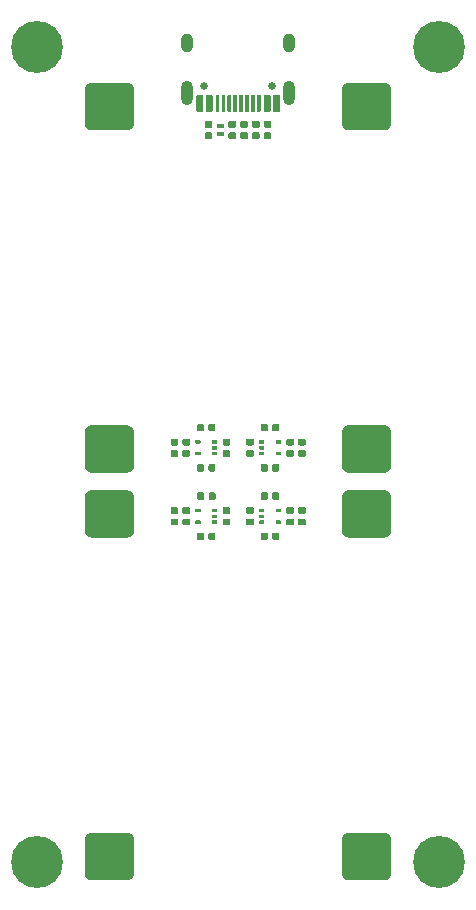
<source format=gbr>
G04 #@! TF.GenerationSoftware,KiCad,Pcbnew,(5.1.5-0-10_14)*
G04 #@! TF.CreationDate,2020-06-19T22:14:24+03:00*
G04 #@! TF.ProjectId,Rev.1,5265762e-312e-46b6-9963-61645f706362,1*
G04 #@! TF.SameCoordinates,PX839b680PY839b680*
G04 #@! TF.FileFunction,Soldermask,Top*
G04 #@! TF.FilePolarity,Negative*
%FSLAX46Y46*%
G04 Gerber Fmt 4.6, Leading zero omitted, Abs format (unit mm)*
G04 Created by KiCad (PCBNEW (5.1.5-0-10_14)) date 2020-06-19 22:14:24*
%MOMM*%
%LPD*%
G04 APERTURE LIST*
%ADD10C,4.400000*%
%ADD11C,0.700000*%
%ADD12C,0.100000*%
%ADD13O,1.000000X2.100000*%
%ADD14C,0.650000*%
%ADD15O,1.000000X1.600000*%
G04 APERTURE END LIST*
D10*
X3000000Y72000000D03*
D11*
X4650000Y72000000D03*
X4166726Y70833274D03*
X3000000Y70350000D03*
X1833274Y70833274D03*
X1350000Y72000000D03*
X1833274Y73166726D03*
X3000000Y73650000D03*
X4166726Y73166726D03*
X4166726Y4166726D03*
X3000000Y4650000D03*
X1833274Y4166726D03*
X1350000Y3000000D03*
X1833274Y1833274D03*
X3000000Y1350000D03*
X4166726Y1833274D03*
X4650000Y3000000D03*
D10*
X3000000Y3000000D03*
X37000000Y3000000D03*
D11*
X38650000Y3000000D03*
X38166726Y1833274D03*
X37000000Y1350000D03*
X35833274Y1833274D03*
X35350000Y3000000D03*
X35833274Y4166726D03*
X37000000Y4650000D03*
X38166726Y4166726D03*
X38166726Y73166726D03*
X37000000Y73650000D03*
X35833274Y73166726D03*
X35350000Y72000000D03*
X35833274Y70833274D03*
X37000000Y70350000D03*
X38166726Y70833274D03*
X38650000Y72000000D03*
D10*
X37000000Y72000000D03*
D12*
G36*
X18157351Y31949639D02*
G01*
X18164632Y31948559D01*
X18171771Y31946771D01*
X18178701Y31944291D01*
X18185355Y31941144D01*
X18191668Y31937360D01*
X18197579Y31932976D01*
X18203033Y31928033D01*
X18207976Y31922579D01*
X18212360Y31916668D01*
X18216144Y31910355D01*
X18219291Y31903701D01*
X18221771Y31896771D01*
X18223559Y31889632D01*
X18224639Y31882351D01*
X18225000Y31875000D01*
X18225000Y31725000D01*
X18224639Y31717649D01*
X18223559Y31710368D01*
X18221771Y31703229D01*
X18219291Y31696299D01*
X18216144Y31689645D01*
X18212360Y31683332D01*
X18207976Y31677421D01*
X18203033Y31671967D01*
X18197579Y31667024D01*
X18191668Y31662640D01*
X18185355Y31658856D01*
X18178701Y31655709D01*
X18171771Y31653229D01*
X18164632Y31651441D01*
X18157351Y31650361D01*
X18150000Y31650000D01*
X17850000Y31650000D01*
X17842649Y31650361D01*
X17835368Y31651441D01*
X17828229Y31653229D01*
X17821299Y31655709D01*
X17814645Y31658856D01*
X17808332Y31662640D01*
X17802421Y31667024D01*
X17796967Y31671967D01*
X17792024Y31677421D01*
X17787640Y31683332D01*
X17783856Y31689645D01*
X17780709Y31696299D01*
X17778229Y31703229D01*
X17776441Y31710368D01*
X17775361Y31717649D01*
X17775000Y31725000D01*
X17775000Y31875000D01*
X17775361Y31882351D01*
X17776441Y31889632D01*
X17778229Y31896771D01*
X17780709Y31903701D01*
X17783856Y31910355D01*
X17787640Y31916668D01*
X17792024Y31922579D01*
X17796967Y31928033D01*
X17802421Y31932976D01*
X17808332Y31937360D01*
X17814645Y31941144D01*
X17821299Y31944291D01*
X17828229Y31946771D01*
X17835368Y31948559D01*
X17842649Y31949639D01*
X17850000Y31950000D01*
X18150000Y31950000D01*
X18157351Y31949639D01*
G37*
G36*
X18157351Y32949639D02*
G01*
X18164632Y32948559D01*
X18171771Y32946771D01*
X18178701Y32944291D01*
X18185355Y32941144D01*
X18191668Y32937360D01*
X18197579Y32932976D01*
X18203033Y32928033D01*
X18207976Y32922579D01*
X18212360Y32916668D01*
X18216144Y32910355D01*
X18219291Y32903701D01*
X18221771Y32896771D01*
X18223559Y32889632D01*
X18224639Y32882351D01*
X18225000Y32875000D01*
X18225000Y32725000D01*
X18224639Y32717649D01*
X18223559Y32710368D01*
X18221771Y32703229D01*
X18219291Y32696299D01*
X18216144Y32689645D01*
X18212360Y32683332D01*
X18207976Y32677421D01*
X18203033Y32671967D01*
X18197579Y32667024D01*
X18191668Y32662640D01*
X18185355Y32658856D01*
X18178701Y32655709D01*
X18171771Y32653229D01*
X18164632Y32651441D01*
X18157351Y32650361D01*
X18150000Y32650000D01*
X17850000Y32650000D01*
X17842649Y32650361D01*
X17835368Y32651441D01*
X17828229Y32653229D01*
X17821299Y32655709D01*
X17814645Y32658856D01*
X17808332Y32662640D01*
X17802421Y32667024D01*
X17796967Y32671967D01*
X17792024Y32677421D01*
X17787640Y32683332D01*
X17783856Y32689645D01*
X17780709Y32696299D01*
X17778229Y32703229D01*
X17776441Y32710368D01*
X17775361Y32717649D01*
X17775000Y32725000D01*
X17775000Y32875000D01*
X17775361Y32882351D01*
X17776441Y32889632D01*
X17778229Y32896771D01*
X17780709Y32903701D01*
X17783856Y32910355D01*
X17787640Y32916668D01*
X17792024Y32922579D01*
X17796967Y32928033D01*
X17802421Y32932976D01*
X17808332Y32937360D01*
X17814645Y32941144D01*
X17821299Y32944291D01*
X17828229Y32946771D01*
X17835368Y32948559D01*
X17842649Y32949639D01*
X17850000Y32950000D01*
X18150000Y32950000D01*
X18157351Y32949639D01*
G37*
G36*
X16757351Y31949639D02*
G01*
X16764632Y31948559D01*
X16771771Y31946771D01*
X16778701Y31944291D01*
X16785355Y31941144D01*
X16791668Y31937360D01*
X16797579Y31932976D01*
X16803033Y31928033D01*
X16807976Y31922579D01*
X16812360Y31916668D01*
X16816144Y31910355D01*
X16819291Y31903701D01*
X16821771Y31896771D01*
X16823559Y31889632D01*
X16824639Y31882351D01*
X16825000Y31875000D01*
X16825000Y31725000D01*
X16824639Y31717649D01*
X16823559Y31710368D01*
X16821771Y31703229D01*
X16819291Y31696299D01*
X16816144Y31689645D01*
X16812360Y31683332D01*
X16807976Y31677421D01*
X16803033Y31671967D01*
X16797579Y31667024D01*
X16791668Y31662640D01*
X16785355Y31658856D01*
X16778701Y31655709D01*
X16771771Y31653229D01*
X16764632Y31651441D01*
X16757351Y31650361D01*
X16750000Y31650000D01*
X16450000Y31650000D01*
X16442649Y31650361D01*
X16435368Y31651441D01*
X16428229Y31653229D01*
X16421299Y31655709D01*
X16414645Y31658856D01*
X16408332Y31662640D01*
X16402421Y31667024D01*
X16396967Y31671967D01*
X16392024Y31677421D01*
X16387640Y31683332D01*
X16383856Y31689645D01*
X16380709Y31696299D01*
X16378229Y31703229D01*
X16376441Y31710368D01*
X16375361Y31717649D01*
X16375000Y31725000D01*
X16375000Y31875000D01*
X16375361Y31882351D01*
X16376441Y31889632D01*
X16378229Y31896771D01*
X16380709Y31903701D01*
X16383856Y31910355D01*
X16387640Y31916668D01*
X16392024Y31922579D01*
X16396967Y31928033D01*
X16402421Y31932976D01*
X16408332Y31937360D01*
X16414645Y31941144D01*
X16421299Y31944291D01*
X16428229Y31946771D01*
X16435368Y31948559D01*
X16442649Y31949639D01*
X16450000Y31950000D01*
X16750000Y31950000D01*
X16757351Y31949639D01*
G37*
G36*
X18157351Y32449639D02*
G01*
X18164632Y32448559D01*
X18171771Y32446771D01*
X18178701Y32444291D01*
X18185355Y32441144D01*
X18191668Y32437360D01*
X18197579Y32432976D01*
X18203033Y32428033D01*
X18207976Y32422579D01*
X18212360Y32416668D01*
X18216144Y32410355D01*
X18219291Y32403701D01*
X18221771Y32396771D01*
X18223559Y32389632D01*
X18224639Y32382351D01*
X18225000Y32375000D01*
X18225000Y32225000D01*
X18224639Y32217649D01*
X18223559Y32210368D01*
X18221771Y32203229D01*
X18219291Y32196299D01*
X18216144Y32189645D01*
X18212360Y32183332D01*
X18207976Y32177421D01*
X18203033Y32171967D01*
X18197579Y32167024D01*
X18191668Y32162640D01*
X18185355Y32158856D01*
X18178701Y32155709D01*
X18171771Y32153229D01*
X18164632Y32151441D01*
X18157351Y32150361D01*
X18150000Y32150000D01*
X17850000Y32150000D01*
X17842649Y32150361D01*
X17835368Y32151441D01*
X17828229Y32153229D01*
X17821299Y32155709D01*
X17814645Y32158856D01*
X17808332Y32162640D01*
X17802421Y32167024D01*
X17796967Y32171967D01*
X17792024Y32177421D01*
X17787640Y32183332D01*
X17783856Y32189645D01*
X17780709Y32196299D01*
X17778229Y32203229D01*
X17776441Y32210368D01*
X17775361Y32217649D01*
X17775000Y32225000D01*
X17775000Y32375000D01*
X17775361Y32382351D01*
X17776441Y32389632D01*
X17778229Y32396771D01*
X17780709Y32403701D01*
X17783856Y32410355D01*
X17787640Y32416668D01*
X17792024Y32422579D01*
X17796967Y32428033D01*
X17802421Y32432976D01*
X17808332Y32437360D01*
X17814645Y32441144D01*
X17821299Y32444291D01*
X17828229Y32446771D01*
X17835368Y32448559D01*
X17842649Y32449639D01*
X17850000Y32450000D01*
X18150000Y32450000D01*
X18157351Y32449639D01*
G37*
G36*
X16757351Y32949639D02*
G01*
X16764632Y32948559D01*
X16771771Y32946771D01*
X16778701Y32944291D01*
X16785355Y32941144D01*
X16791668Y32937360D01*
X16797579Y32932976D01*
X16803033Y32928033D01*
X16807976Y32922579D01*
X16812360Y32916668D01*
X16816144Y32910355D01*
X16819291Y32903701D01*
X16821771Y32896771D01*
X16823559Y32889632D01*
X16824639Y32882351D01*
X16825000Y32875000D01*
X16825000Y32725000D01*
X16824639Y32717649D01*
X16823559Y32710368D01*
X16821771Y32703229D01*
X16819291Y32696299D01*
X16816144Y32689645D01*
X16812360Y32683332D01*
X16807976Y32677421D01*
X16803033Y32671967D01*
X16797579Y32667024D01*
X16791668Y32662640D01*
X16785355Y32658856D01*
X16778701Y32655709D01*
X16771771Y32653229D01*
X16764632Y32651441D01*
X16757351Y32650361D01*
X16750000Y32650000D01*
X16450000Y32650000D01*
X16442649Y32650361D01*
X16435368Y32651441D01*
X16428229Y32653229D01*
X16421299Y32655709D01*
X16414645Y32658856D01*
X16408332Y32662640D01*
X16402421Y32667024D01*
X16396967Y32671967D01*
X16392024Y32677421D01*
X16387640Y32683332D01*
X16383856Y32689645D01*
X16380709Y32696299D01*
X16378229Y32703229D01*
X16376441Y32710368D01*
X16375361Y32717649D01*
X16375000Y32725000D01*
X16375000Y32875000D01*
X16375361Y32882351D01*
X16376441Y32889632D01*
X16378229Y32896771D01*
X16380709Y32903701D01*
X16383856Y32910355D01*
X16387640Y32916668D01*
X16392024Y32922579D01*
X16396967Y32928033D01*
X16402421Y32932976D01*
X16408332Y32937360D01*
X16414645Y32941144D01*
X16421299Y32944291D01*
X16428229Y32946771D01*
X16435368Y32948559D01*
X16442649Y32949639D01*
X16450000Y32950000D01*
X16750000Y32950000D01*
X16757351Y32949639D01*
G37*
G36*
X23557351Y31949639D02*
G01*
X23564632Y31948559D01*
X23571771Y31946771D01*
X23578701Y31944291D01*
X23585355Y31941144D01*
X23591668Y31937360D01*
X23597579Y31932976D01*
X23603033Y31928033D01*
X23607976Y31922579D01*
X23612360Y31916668D01*
X23616144Y31910355D01*
X23619291Y31903701D01*
X23621771Y31896771D01*
X23623559Y31889632D01*
X23624639Y31882351D01*
X23625000Y31875000D01*
X23625000Y31725000D01*
X23624639Y31717649D01*
X23623559Y31710368D01*
X23621771Y31703229D01*
X23619291Y31696299D01*
X23616144Y31689645D01*
X23612360Y31683332D01*
X23607976Y31677421D01*
X23603033Y31671967D01*
X23597579Y31667024D01*
X23591668Y31662640D01*
X23585355Y31658856D01*
X23578701Y31655709D01*
X23571771Y31653229D01*
X23564632Y31651441D01*
X23557351Y31650361D01*
X23550000Y31650000D01*
X23250000Y31650000D01*
X23242649Y31650361D01*
X23235368Y31651441D01*
X23228229Y31653229D01*
X23221299Y31655709D01*
X23214645Y31658856D01*
X23208332Y31662640D01*
X23202421Y31667024D01*
X23196967Y31671967D01*
X23192024Y31677421D01*
X23187640Y31683332D01*
X23183856Y31689645D01*
X23180709Y31696299D01*
X23178229Y31703229D01*
X23176441Y31710368D01*
X23175361Y31717649D01*
X23175000Y31725000D01*
X23175000Y31875000D01*
X23175361Y31882351D01*
X23176441Y31889632D01*
X23178229Y31896771D01*
X23180709Y31903701D01*
X23183856Y31910355D01*
X23187640Y31916668D01*
X23192024Y31922579D01*
X23196967Y31928033D01*
X23202421Y31932976D01*
X23208332Y31937360D01*
X23214645Y31941144D01*
X23221299Y31944291D01*
X23228229Y31946771D01*
X23235368Y31948559D01*
X23242649Y31949639D01*
X23250000Y31950000D01*
X23550000Y31950000D01*
X23557351Y31949639D01*
G37*
G36*
X22157351Y32449639D02*
G01*
X22164632Y32448559D01*
X22171771Y32446771D01*
X22178701Y32444291D01*
X22185355Y32441144D01*
X22191668Y32437360D01*
X22197579Y32432976D01*
X22203033Y32428033D01*
X22207976Y32422579D01*
X22212360Y32416668D01*
X22216144Y32410355D01*
X22219291Y32403701D01*
X22221771Y32396771D01*
X22223559Y32389632D01*
X22224639Y32382351D01*
X22225000Y32375000D01*
X22225000Y32225000D01*
X22224639Y32217649D01*
X22223559Y32210368D01*
X22221771Y32203229D01*
X22219291Y32196299D01*
X22216144Y32189645D01*
X22212360Y32183332D01*
X22207976Y32177421D01*
X22203033Y32171967D01*
X22197579Y32167024D01*
X22191668Y32162640D01*
X22185355Y32158856D01*
X22178701Y32155709D01*
X22171771Y32153229D01*
X22164632Y32151441D01*
X22157351Y32150361D01*
X22150000Y32150000D01*
X21850000Y32150000D01*
X21842649Y32150361D01*
X21835368Y32151441D01*
X21828229Y32153229D01*
X21821299Y32155709D01*
X21814645Y32158856D01*
X21808332Y32162640D01*
X21802421Y32167024D01*
X21796967Y32171967D01*
X21792024Y32177421D01*
X21787640Y32183332D01*
X21783856Y32189645D01*
X21780709Y32196299D01*
X21778229Y32203229D01*
X21776441Y32210368D01*
X21775361Y32217649D01*
X21775000Y32225000D01*
X21775000Y32375000D01*
X21775361Y32382351D01*
X21776441Y32389632D01*
X21778229Y32396771D01*
X21780709Y32403701D01*
X21783856Y32410355D01*
X21787640Y32416668D01*
X21792024Y32422579D01*
X21796967Y32428033D01*
X21802421Y32432976D01*
X21808332Y32437360D01*
X21814645Y32441144D01*
X21821299Y32444291D01*
X21828229Y32446771D01*
X21835368Y32448559D01*
X21842649Y32449639D01*
X21850000Y32450000D01*
X22150000Y32450000D01*
X22157351Y32449639D01*
G37*
G36*
X23557351Y32949639D02*
G01*
X23564632Y32948559D01*
X23571771Y32946771D01*
X23578701Y32944291D01*
X23585355Y32941144D01*
X23591668Y32937360D01*
X23597579Y32932976D01*
X23603033Y32928033D01*
X23607976Y32922579D01*
X23612360Y32916668D01*
X23616144Y32910355D01*
X23619291Y32903701D01*
X23621771Y32896771D01*
X23623559Y32889632D01*
X23624639Y32882351D01*
X23625000Y32875000D01*
X23625000Y32725000D01*
X23624639Y32717649D01*
X23623559Y32710368D01*
X23621771Y32703229D01*
X23619291Y32696299D01*
X23616144Y32689645D01*
X23612360Y32683332D01*
X23607976Y32677421D01*
X23603033Y32671967D01*
X23597579Y32667024D01*
X23591668Y32662640D01*
X23585355Y32658856D01*
X23578701Y32655709D01*
X23571771Y32653229D01*
X23564632Y32651441D01*
X23557351Y32650361D01*
X23550000Y32650000D01*
X23250000Y32650000D01*
X23242649Y32650361D01*
X23235368Y32651441D01*
X23228229Y32653229D01*
X23221299Y32655709D01*
X23214645Y32658856D01*
X23208332Y32662640D01*
X23202421Y32667024D01*
X23196967Y32671967D01*
X23192024Y32677421D01*
X23187640Y32683332D01*
X23183856Y32689645D01*
X23180709Y32696299D01*
X23178229Y32703229D01*
X23176441Y32710368D01*
X23175361Y32717649D01*
X23175000Y32725000D01*
X23175000Y32875000D01*
X23175361Y32882351D01*
X23176441Y32889632D01*
X23178229Y32896771D01*
X23180709Y32903701D01*
X23183856Y32910355D01*
X23187640Y32916668D01*
X23192024Y32922579D01*
X23196967Y32928033D01*
X23202421Y32932976D01*
X23208332Y32937360D01*
X23214645Y32941144D01*
X23221299Y32944291D01*
X23228229Y32946771D01*
X23235368Y32948559D01*
X23242649Y32949639D01*
X23250000Y32950000D01*
X23550000Y32950000D01*
X23557351Y32949639D01*
G37*
G36*
X22157351Y31949639D02*
G01*
X22164632Y31948559D01*
X22171771Y31946771D01*
X22178701Y31944291D01*
X22185355Y31941144D01*
X22191668Y31937360D01*
X22197579Y31932976D01*
X22203033Y31928033D01*
X22207976Y31922579D01*
X22212360Y31916668D01*
X22216144Y31910355D01*
X22219291Y31903701D01*
X22221771Y31896771D01*
X22223559Y31889632D01*
X22224639Y31882351D01*
X22225000Y31875000D01*
X22225000Y31725000D01*
X22224639Y31717649D01*
X22223559Y31710368D01*
X22221771Y31703229D01*
X22219291Y31696299D01*
X22216144Y31689645D01*
X22212360Y31683332D01*
X22207976Y31677421D01*
X22203033Y31671967D01*
X22197579Y31667024D01*
X22191668Y31662640D01*
X22185355Y31658856D01*
X22178701Y31655709D01*
X22171771Y31653229D01*
X22164632Y31651441D01*
X22157351Y31650361D01*
X22150000Y31650000D01*
X21850000Y31650000D01*
X21842649Y31650361D01*
X21835368Y31651441D01*
X21828229Y31653229D01*
X21821299Y31655709D01*
X21814645Y31658856D01*
X21808332Y31662640D01*
X21802421Y31667024D01*
X21796967Y31671967D01*
X21792024Y31677421D01*
X21787640Y31683332D01*
X21783856Y31689645D01*
X21780709Y31696299D01*
X21778229Y31703229D01*
X21776441Y31710368D01*
X21775361Y31717649D01*
X21775000Y31725000D01*
X21775000Y31875000D01*
X21775361Y31882351D01*
X21776441Y31889632D01*
X21778229Y31896771D01*
X21780709Y31903701D01*
X21783856Y31910355D01*
X21787640Y31916668D01*
X21792024Y31922579D01*
X21796967Y31928033D01*
X21802421Y31932976D01*
X21808332Y31937360D01*
X21814645Y31941144D01*
X21821299Y31944291D01*
X21828229Y31946771D01*
X21835368Y31948559D01*
X21842649Y31949639D01*
X21850000Y31950000D01*
X22150000Y31950000D01*
X22157351Y31949639D01*
G37*
G36*
X22157351Y32949639D02*
G01*
X22164632Y32948559D01*
X22171771Y32946771D01*
X22178701Y32944291D01*
X22185355Y32941144D01*
X22191668Y32937360D01*
X22197579Y32932976D01*
X22203033Y32928033D01*
X22207976Y32922579D01*
X22212360Y32916668D01*
X22216144Y32910355D01*
X22219291Y32903701D01*
X22221771Y32896771D01*
X22223559Y32889632D01*
X22224639Y32882351D01*
X22225000Y32875000D01*
X22225000Y32725000D01*
X22224639Y32717649D01*
X22223559Y32710368D01*
X22221771Y32703229D01*
X22219291Y32696299D01*
X22216144Y32689645D01*
X22212360Y32683332D01*
X22207976Y32677421D01*
X22203033Y32671967D01*
X22197579Y32667024D01*
X22191668Y32662640D01*
X22185355Y32658856D01*
X22178701Y32655709D01*
X22171771Y32653229D01*
X22164632Y32651441D01*
X22157351Y32650361D01*
X22150000Y32650000D01*
X21850000Y32650000D01*
X21842649Y32650361D01*
X21835368Y32651441D01*
X21828229Y32653229D01*
X21821299Y32655709D01*
X21814645Y32658856D01*
X21808332Y32662640D01*
X21802421Y32667024D01*
X21796967Y32671967D01*
X21792024Y32677421D01*
X21787640Y32683332D01*
X21783856Y32689645D01*
X21780709Y32696299D01*
X21778229Y32703229D01*
X21776441Y32710368D01*
X21775361Y32717649D01*
X21775000Y32725000D01*
X21775000Y32875000D01*
X21775361Y32882351D01*
X21776441Y32889632D01*
X21778229Y32896771D01*
X21780709Y32903701D01*
X21783856Y32910355D01*
X21787640Y32916668D01*
X21792024Y32922579D01*
X21796967Y32928033D01*
X21802421Y32932976D01*
X21808332Y32937360D01*
X21814645Y32941144D01*
X21821299Y32944291D01*
X21828229Y32946771D01*
X21835368Y32948559D01*
X21842649Y32949639D01*
X21850000Y32950000D01*
X22150000Y32950000D01*
X22157351Y32949639D01*
G37*
G36*
X16757351Y38749639D02*
G01*
X16764632Y38748559D01*
X16771771Y38746771D01*
X16778701Y38744291D01*
X16785355Y38741144D01*
X16791668Y38737360D01*
X16797579Y38732976D01*
X16803033Y38728033D01*
X16807976Y38722579D01*
X16812360Y38716668D01*
X16816144Y38710355D01*
X16819291Y38703701D01*
X16821771Y38696771D01*
X16823559Y38689632D01*
X16824639Y38682351D01*
X16825000Y38675000D01*
X16825000Y38525000D01*
X16824639Y38517649D01*
X16823559Y38510368D01*
X16821771Y38503229D01*
X16819291Y38496299D01*
X16816144Y38489645D01*
X16812360Y38483332D01*
X16807976Y38477421D01*
X16803033Y38471967D01*
X16797579Y38467024D01*
X16791668Y38462640D01*
X16785355Y38458856D01*
X16778701Y38455709D01*
X16771771Y38453229D01*
X16764632Y38451441D01*
X16757351Y38450361D01*
X16750000Y38450000D01*
X16450000Y38450000D01*
X16442649Y38450361D01*
X16435368Y38451441D01*
X16428229Y38453229D01*
X16421299Y38455709D01*
X16414645Y38458856D01*
X16408332Y38462640D01*
X16402421Y38467024D01*
X16396967Y38471967D01*
X16392024Y38477421D01*
X16387640Y38483332D01*
X16383856Y38489645D01*
X16380709Y38496299D01*
X16378229Y38503229D01*
X16376441Y38510368D01*
X16375361Y38517649D01*
X16375000Y38525000D01*
X16375000Y38675000D01*
X16375361Y38682351D01*
X16376441Y38689632D01*
X16378229Y38696771D01*
X16380709Y38703701D01*
X16383856Y38710355D01*
X16387640Y38716668D01*
X16392024Y38722579D01*
X16396967Y38728033D01*
X16402421Y38732976D01*
X16408332Y38737360D01*
X16414645Y38741144D01*
X16421299Y38744291D01*
X16428229Y38746771D01*
X16435368Y38748559D01*
X16442649Y38749639D01*
X16450000Y38750000D01*
X16750000Y38750000D01*
X16757351Y38749639D01*
G37*
G36*
X18157351Y38249639D02*
G01*
X18164632Y38248559D01*
X18171771Y38246771D01*
X18178701Y38244291D01*
X18185355Y38241144D01*
X18191668Y38237360D01*
X18197579Y38232976D01*
X18203033Y38228033D01*
X18207976Y38222579D01*
X18212360Y38216668D01*
X18216144Y38210355D01*
X18219291Y38203701D01*
X18221771Y38196771D01*
X18223559Y38189632D01*
X18224639Y38182351D01*
X18225000Y38175000D01*
X18225000Y38025000D01*
X18224639Y38017649D01*
X18223559Y38010368D01*
X18221771Y38003229D01*
X18219291Y37996299D01*
X18216144Y37989645D01*
X18212360Y37983332D01*
X18207976Y37977421D01*
X18203033Y37971967D01*
X18197579Y37967024D01*
X18191668Y37962640D01*
X18185355Y37958856D01*
X18178701Y37955709D01*
X18171771Y37953229D01*
X18164632Y37951441D01*
X18157351Y37950361D01*
X18150000Y37950000D01*
X17850000Y37950000D01*
X17842649Y37950361D01*
X17835368Y37951441D01*
X17828229Y37953229D01*
X17821299Y37955709D01*
X17814645Y37958856D01*
X17808332Y37962640D01*
X17802421Y37967024D01*
X17796967Y37971967D01*
X17792024Y37977421D01*
X17787640Y37983332D01*
X17783856Y37989645D01*
X17780709Y37996299D01*
X17778229Y38003229D01*
X17776441Y38010368D01*
X17775361Y38017649D01*
X17775000Y38025000D01*
X17775000Y38175000D01*
X17775361Y38182351D01*
X17776441Y38189632D01*
X17778229Y38196771D01*
X17780709Y38203701D01*
X17783856Y38210355D01*
X17787640Y38216668D01*
X17792024Y38222579D01*
X17796967Y38228033D01*
X17802421Y38232976D01*
X17808332Y38237360D01*
X17814645Y38241144D01*
X17821299Y38244291D01*
X17828229Y38246771D01*
X17835368Y38248559D01*
X17842649Y38249639D01*
X17850000Y38250000D01*
X18150000Y38250000D01*
X18157351Y38249639D01*
G37*
G36*
X16757351Y37749639D02*
G01*
X16764632Y37748559D01*
X16771771Y37746771D01*
X16778701Y37744291D01*
X16785355Y37741144D01*
X16791668Y37737360D01*
X16797579Y37732976D01*
X16803033Y37728033D01*
X16807976Y37722579D01*
X16812360Y37716668D01*
X16816144Y37710355D01*
X16819291Y37703701D01*
X16821771Y37696771D01*
X16823559Y37689632D01*
X16824639Y37682351D01*
X16825000Y37675000D01*
X16825000Y37525000D01*
X16824639Y37517649D01*
X16823559Y37510368D01*
X16821771Y37503229D01*
X16819291Y37496299D01*
X16816144Y37489645D01*
X16812360Y37483332D01*
X16807976Y37477421D01*
X16803033Y37471967D01*
X16797579Y37467024D01*
X16791668Y37462640D01*
X16785355Y37458856D01*
X16778701Y37455709D01*
X16771771Y37453229D01*
X16764632Y37451441D01*
X16757351Y37450361D01*
X16750000Y37450000D01*
X16450000Y37450000D01*
X16442649Y37450361D01*
X16435368Y37451441D01*
X16428229Y37453229D01*
X16421299Y37455709D01*
X16414645Y37458856D01*
X16408332Y37462640D01*
X16402421Y37467024D01*
X16396967Y37471967D01*
X16392024Y37477421D01*
X16387640Y37483332D01*
X16383856Y37489645D01*
X16380709Y37496299D01*
X16378229Y37503229D01*
X16376441Y37510368D01*
X16375361Y37517649D01*
X16375000Y37525000D01*
X16375000Y37675000D01*
X16375361Y37682351D01*
X16376441Y37689632D01*
X16378229Y37696771D01*
X16380709Y37703701D01*
X16383856Y37710355D01*
X16387640Y37716668D01*
X16392024Y37722579D01*
X16396967Y37728033D01*
X16402421Y37732976D01*
X16408332Y37737360D01*
X16414645Y37741144D01*
X16421299Y37744291D01*
X16428229Y37746771D01*
X16435368Y37748559D01*
X16442649Y37749639D01*
X16450000Y37750000D01*
X16750000Y37750000D01*
X16757351Y37749639D01*
G37*
G36*
X18157351Y38749639D02*
G01*
X18164632Y38748559D01*
X18171771Y38746771D01*
X18178701Y38744291D01*
X18185355Y38741144D01*
X18191668Y38737360D01*
X18197579Y38732976D01*
X18203033Y38728033D01*
X18207976Y38722579D01*
X18212360Y38716668D01*
X18216144Y38710355D01*
X18219291Y38703701D01*
X18221771Y38696771D01*
X18223559Y38689632D01*
X18224639Y38682351D01*
X18225000Y38675000D01*
X18225000Y38525000D01*
X18224639Y38517649D01*
X18223559Y38510368D01*
X18221771Y38503229D01*
X18219291Y38496299D01*
X18216144Y38489645D01*
X18212360Y38483332D01*
X18207976Y38477421D01*
X18203033Y38471967D01*
X18197579Y38467024D01*
X18191668Y38462640D01*
X18185355Y38458856D01*
X18178701Y38455709D01*
X18171771Y38453229D01*
X18164632Y38451441D01*
X18157351Y38450361D01*
X18150000Y38450000D01*
X17850000Y38450000D01*
X17842649Y38450361D01*
X17835368Y38451441D01*
X17828229Y38453229D01*
X17821299Y38455709D01*
X17814645Y38458856D01*
X17808332Y38462640D01*
X17802421Y38467024D01*
X17796967Y38471967D01*
X17792024Y38477421D01*
X17787640Y38483332D01*
X17783856Y38489645D01*
X17780709Y38496299D01*
X17778229Y38503229D01*
X17776441Y38510368D01*
X17775361Y38517649D01*
X17775000Y38525000D01*
X17775000Y38675000D01*
X17775361Y38682351D01*
X17776441Y38689632D01*
X17778229Y38696771D01*
X17780709Y38703701D01*
X17783856Y38710355D01*
X17787640Y38716668D01*
X17792024Y38722579D01*
X17796967Y38728033D01*
X17802421Y38732976D01*
X17808332Y38737360D01*
X17814645Y38741144D01*
X17821299Y38744291D01*
X17828229Y38746771D01*
X17835368Y38748559D01*
X17842649Y38749639D01*
X17850000Y38750000D01*
X18150000Y38750000D01*
X18157351Y38749639D01*
G37*
G36*
X18157351Y37749639D02*
G01*
X18164632Y37748559D01*
X18171771Y37746771D01*
X18178701Y37744291D01*
X18185355Y37741144D01*
X18191668Y37737360D01*
X18197579Y37732976D01*
X18203033Y37728033D01*
X18207976Y37722579D01*
X18212360Y37716668D01*
X18216144Y37710355D01*
X18219291Y37703701D01*
X18221771Y37696771D01*
X18223559Y37689632D01*
X18224639Y37682351D01*
X18225000Y37675000D01*
X18225000Y37525000D01*
X18224639Y37517649D01*
X18223559Y37510368D01*
X18221771Y37503229D01*
X18219291Y37496299D01*
X18216144Y37489645D01*
X18212360Y37483332D01*
X18207976Y37477421D01*
X18203033Y37471967D01*
X18197579Y37467024D01*
X18191668Y37462640D01*
X18185355Y37458856D01*
X18178701Y37455709D01*
X18171771Y37453229D01*
X18164632Y37451441D01*
X18157351Y37450361D01*
X18150000Y37450000D01*
X17850000Y37450000D01*
X17842649Y37450361D01*
X17835368Y37451441D01*
X17828229Y37453229D01*
X17821299Y37455709D01*
X17814645Y37458856D01*
X17808332Y37462640D01*
X17802421Y37467024D01*
X17796967Y37471967D01*
X17792024Y37477421D01*
X17787640Y37483332D01*
X17783856Y37489645D01*
X17780709Y37496299D01*
X17778229Y37503229D01*
X17776441Y37510368D01*
X17775361Y37517649D01*
X17775000Y37525000D01*
X17775000Y37675000D01*
X17775361Y37682351D01*
X17776441Y37689632D01*
X17778229Y37696771D01*
X17780709Y37703701D01*
X17783856Y37710355D01*
X17787640Y37716668D01*
X17792024Y37722579D01*
X17796967Y37728033D01*
X17802421Y37732976D01*
X17808332Y37737360D01*
X17814645Y37741144D01*
X17821299Y37744291D01*
X17828229Y37746771D01*
X17835368Y37748559D01*
X17842649Y37749639D01*
X17850000Y37750000D01*
X18150000Y37750000D01*
X18157351Y37749639D01*
G37*
G36*
X22157351Y38749639D02*
G01*
X22164632Y38748559D01*
X22171771Y38746771D01*
X22178701Y38744291D01*
X22185355Y38741144D01*
X22191668Y38737360D01*
X22197579Y38732976D01*
X22203033Y38728033D01*
X22207976Y38722579D01*
X22212360Y38716668D01*
X22216144Y38710355D01*
X22219291Y38703701D01*
X22221771Y38696771D01*
X22223559Y38689632D01*
X22224639Y38682351D01*
X22225000Y38675000D01*
X22225000Y38525000D01*
X22224639Y38517649D01*
X22223559Y38510368D01*
X22221771Y38503229D01*
X22219291Y38496299D01*
X22216144Y38489645D01*
X22212360Y38483332D01*
X22207976Y38477421D01*
X22203033Y38471967D01*
X22197579Y38467024D01*
X22191668Y38462640D01*
X22185355Y38458856D01*
X22178701Y38455709D01*
X22171771Y38453229D01*
X22164632Y38451441D01*
X22157351Y38450361D01*
X22150000Y38450000D01*
X21850000Y38450000D01*
X21842649Y38450361D01*
X21835368Y38451441D01*
X21828229Y38453229D01*
X21821299Y38455709D01*
X21814645Y38458856D01*
X21808332Y38462640D01*
X21802421Y38467024D01*
X21796967Y38471967D01*
X21792024Y38477421D01*
X21787640Y38483332D01*
X21783856Y38489645D01*
X21780709Y38496299D01*
X21778229Y38503229D01*
X21776441Y38510368D01*
X21775361Y38517649D01*
X21775000Y38525000D01*
X21775000Y38675000D01*
X21775361Y38682351D01*
X21776441Y38689632D01*
X21778229Y38696771D01*
X21780709Y38703701D01*
X21783856Y38710355D01*
X21787640Y38716668D01*
X21792024Y38722579D01*
X21796967Y38728033D01*
X21802421Y38732976D01*
X21808332Y38737360D01*
X21814645Y38741144D01*
X21821299Y38744291D01*
X21828229Y38746771D01*
X21835368Y38748559D01*
X21842649Y38749639D01*
X21850000Y38750000D01*
X22150000Y38750000D01*
X22157351Y38749639D01*
G37*
G36*
X22157351Y37749639D02*
G01*
X22164632Y37748559D01*
X22171771Y37746771D01*
X22178701Y37744291D01*
X22185355Y37741144D01*
X22191668Y37737360D01*
X22197579Y37732976D01*
X22203033Y37728033D01*
X22207976Y37722579D01*
X22212360Y37716668D01*
X22216144Y37710355D01*
X22219291Y37703701D01*
X22221771Y37696771D01*
X22223559Y37689632D01*
X22224639Y37682351D01*
X22225000Y37675000D01*
X22225000Y37525000D01*
X22224639Y37517649D01*
X22223559Y37510368D01*
X22221771Y37503229D01*
X22219291Y37496299D01*
X22216144Y37489645D01*
X22212360Y37483332D01*
X22207976Y37477421D01*
X22203033Y37471967D01*
X22197579Y37467024D01*
X22191668Y37462640D01*
X22185355Y37458856D01*
X22178701Y37455709D01*
X22171771Y37453229D01*
X22164632Y37451441D01*
X22157351Y37450361D01*
X22150000Y37450000D01*
X21850000Y37450000D01*
X21842649Y37450361D01*
X21835368Y37451441D01*
X21828229Y37453229D01*
X21821299Y37455709D01*
X21814645Y37458856D01*
X21808332Y37462640D01*
X21802421Y37467024D01*
X21796967Y37471967D01*
X21792024Y37477421D01*
X21787640Y37483332D01*
X21783856Y37489645D01*
X21780709Y37496299D01*
X21778229Y37503229D01*
X21776441Y37510368D01*
X21775361Y37517649D01*
X21775000Y37525000D01*
X21775000Y37675000D01*
X21775361Y37682351D01*
X21776441Y37689632D01*
X21778229Y37696771D01*
X21780709Y37703701D01*
X21783856Y37710355D01*
X21787640Y37716668D01*
X21792024Y37722579D01*
X21796967Y37728033D01*
X21802421Y37732976D01*
X21808332Y37737360D01*
X21814645Y37741144D01*
X21821299Y37744291D01*
X21828229Y37746771D01*
X21835368Y37748559D01*
X21842649Y37749639D01*
X21850000Y37750000D01*
X22150000Y37750000D01*
X22157351Y37749639D01*
G37*
G36*
X23557351Y38749639D02*
G01*
X23564632Y38748559D01*
X23571771Y38746771D01*
X23578701Y38744291D01*
X23585355Y38741144D01*
X23591668Y38737360D01*
X23597579Y38732976D01*
X23603033Y38728033D01*
X23607976Y38722579D01*
X23612360Y38716668D01*
X23616144Y38710355D01*
X23619291Y38703701D01*
X23621771Y38696771D01*
X23623559Y38689632D01*
X23624639Y38682351D01*
X23625000Y38675000D01*
X23625000Y38525000D01*
X23624639Y38517649D01*
X23623559Y38510368D01*
X23621771Y38503229D01*
X23619291Y38496299D01*
X23616144Y38489645D01*
X23612360Y38483332D01*
X23607976Y38477421D01*
X23603033Y38471967D01*
X23597579Y38467024D01*
X23591668Y38462640D01*
X23585355Y38458856D01*
X23578701Y38455709D01*
X23571771Y38453229D01*
X23564632Y38451441D01*
X23557351Y38450361D01*
X23550000Y38450000D01*
X23250000Y38450000D01*
X23242649Y38450361D01*
X23235368Y38451441D01*
X23228229Y38453229D01*
X23221299Y38455709D01*
X23214645Y38458856D01*
X23208332Y38462640D01*
X23202421Y38467024D01*
X23196967Y38471967D01*
X23192024Y38477421D01*
X23187640Y38483332D01*
X23183856Y38489645D01*
X23180709Y38496299D01*
X23178229Y38503229D01*
X23176441Y38510368D01*
X23175361Y38517649D01*
X23175000Y38525000D01*
X23175000Y38675000D01*
X23175361Y38682351D01*
X23176441Y38689632D01*
X23178229Y38696771D01*
X23180709Y38703701D01*
X23183856Y38710355D01*
X23187640Y38716668D01*
X23192024Y38722579D01*
X23196967Y38728033D01*
X23202421Y38732976D01*
X23208332Y38737360D01*
X23214645Y38741144D01*
X23221299Y38744291D01*
X23228229Y38746771D01*
X23235368Y38748559D01*
X23242649Y38749639D01*
X23250000Y38750000D01*
X23550000Y38750000D01*
X23557351Y38749639D01*
G37*
G36*
X22157351Y38249639D02*
G01*
X22164632Y38248559D01*
X22171771Y38246771D01*
X22178701Y38244291D01*
X22185355Y38241144D01*
X22191668Y38237360D01*
X22197579Y38232976D01*
X22203033Y38228033D01*
X22207976Y38222579D01*
X22212360Y38216668D01*
X22216144Y38210355D01*
X22219291Y38203701D01*
X22221771Y38196771D01*
X22223559Y38189632D01*
X22224639Y38182351D01*
X22225000Y38175000D01*
X22225000Y38025000D01*
X22224639Y38017649D01*
X22223559Y38010368D01*
X22221771Y38003229D01*
X22219291Y37996299D01*
X22216144Y37989645D01*
X22212360Y37983332D01*
X22207976Y37977421D01*
X22203033Y37971967D01*
X22197579Y37967024D01*
X22191668Y37962640D01*
X22185355Y37958856D01*
X22178701Y37955709D01*
X22171771Y37953229D01*
X22164632Y37951441D01*
X22157351Y37950361D01*
X22150000Y37950000D01*
X21850000Y37950000D01*
X21842649Y37950361D01*
X21835368Y37951441D01*
X21828229Y37953229D01*
X21821299Y37955709D01*
X21814645Y37958856D01*
X21808332Y37962640D01*
X21802421Y37967024D01*
X21796967Y37971967D01*
X21792024Y37977421D01*
X21787640Y37983332D01*
X21783856Y37989645D01*
X21780709Y37996299D01*
X21778229Y38003229D01*
X21776441Y38010368D01*
X21775361Y38017649D01*
X21775000Y38025000D01*
X21775000Y38175000D01*
X21775361Y38182351D01*
X21776441Y38189632D01*
X21778229Y38196771D01*
X21780709Y38203701D01*
X21783856Y38210355D01*
X21787640Y38216668D01*
X21792024Y38222579D01*
X21796967Y38228033D01*
X21802421Y38232976D01*
X21808332Y38237360D01*
X21814645Y38241144D01*
X21821299Y38244291D01*
X21828229Y38246771D01*
X21835368Y38248559D01*
X21842649Y38249639D01*
X21850000Y38250000D01*
X22150000Y38250000D01*
X22157351Y38249639D01*
G37*
G36*
X23557351Y37749639D02*
G01*
X23564632Y37748559D01*
X23571771Y37746771D01*
X23578701Y37744291D01*
X23585355Y37741144D01*
X23591668Y37737360D01*
X23597579Y37732976D01*
X23603033Y37728033D01*
X23607976Y37722579D01*
X23612360Y37716668D01*
X23616144Y37710355D01*
X23619291Y37703701D01*
X23621771Y37696771D01*
X23623559Y37689632D01*
X23624639Y37682351D01*
X23625000Y37675000D01*
X23625000Y37525000D01*
X23624639Y37517649D01*
X23623559Y37510368D01*
X23621771Y37503229D01*
X23619291Y37496299D01*
X23616144Y37489645D01*
X23612360Y37483332D01*
X23607976Y37477421D01*
X23603033Y37471967D01*
X23597579Y37467024D01*
X23591668Y37462640D01*
X23585355Y37458856D01*
X23578701Y37455709D01*
X23571771Y37453229D01*
X23564632Y37451441D01*
X23557351Y37450361D01*
X23550000Y37450000D01*
X23250000Y37450000D01*
X23242649Y37450361D01*
X23235368Y37451441D01*
X23228229Y37453229D01*
X23221299Y37455709D01*
X23214645Y37458856D01*
X23208332Y37462640D01*
X23202421Y37467024D01*
X23196967Y37471967D01*
X23192024Y37477421D01*
X23187640Y37483332D01*
X23183856Y37489645D01*
X23180709Y37496299D01*
X23178229Y37503229D01*
X23176441Y37510368D01*
X23175361Y37517649D01*
X23175000Y37525000D01*
X23175000Y37675000D01*
X23175361Y37682351D01*
X23176441Y37689632D01*
X23178229Y37696771D01*
X23180709Y37703701D01*
X23183856Y37710355D01*
X23187640Y37716668D01*
X23192024Y37722579D01*
X23196967Y37728033D01*
X23202421Y37732976D01*
X23208332Y37737360D01*
X23214645Y37741144D01*
X23221299Y37744291D01*
X23228229Y37746771D01*
X23235368Y37748559D01*
X23242649Y37749639D01*
X23250000Y37750000D01*
X23550000Y37750000D01*
X23557351Y37749639D01*
G37*
G36*
X32426971Y5497111D02*
G01*
X32485215Y5488471D01*
X32542332Y5474164D01*
X32597771Y5454328D01*
X32650999Y5429153D01*
X32701503Y5398882D01*
X32748797Y5363806D01*
X32792425Y5324264D01*
X32831967Y5280636D01*
X32867043Y5233342D01*
X32897314Y5182838D01*
X32922489Y5129610D01*
X32942325Y5074171D01*
X32956632Y5017054D01*
X32965272Y4958810D01*
X32968161Y4900000D01*
X32968161Y2100000D01*
X32965272Y2041190D01*
X32956632Y1982946D01*
X32942325Y1925829D01*
X32922489Y1870390D01*
X32897314Y1817162D01*
X32867043Y1766658D01*
X32831967Y1719364D01*
X32792425Y1675736D01*
X32748797Y1636194D01*
X32701503Y1601118D01*
X32650999Y1570847D01*
X32597771Y1545672D01*
X32542332Y1525836D01*
X32485215Y1511529D01*
X32426971Y1502889D01*
X32368161Y1500000D01*
X29368161Y1500000D01*
X29309351Y1502889D01*
X29251107Y1511529D01*
X29193990Y1525836D01*
X29138551Y1545672D01*
X29085323Y1570847D01*
X29034819Y1601118D01*
X28987525Y1636194D01*
X28943897Y1675736D01*
X28904355Y1719364D01*
X28869279Y1766658D01*
X28839008Y1817162D01*
X28813833Y1870390D01*
X28793997Y1925829D01*
X28779690Y1982946D01*
X28771050Y2041190D01*
X28768161Y2100000D01*
X28768161Y4900000D01*
X28771050Y4958810D01*
X28779690Y5017054D01*
X28793997Y5074171D01*
X28813833Y5129610D01*
X28839008Y5182838D01*
X28869279Y5233342D01*
X28904355Y5280636D01*
X28943897Y5324264D01*
X28987525Y5363806D01*
X29034819Y5398882D01*
X29085323Y5429153D01*
X29138551Y5454328D01*
X29193990Y5474164D01*
X29251107Y5488471D01*
X29309351Y5497111D01*
X29368161Y5500000D01*
X32368161Y5500000D01*
X32426971Y5497111D01*
G37*
G36*
X32426971Y34497111D02*
G01*
X32485215Y34488471D01*
X32542332Y34474164D01*
X32597771Y34454328D01*
X32650999Y34429153D01*
X32701503Y34398882D01*
X32748797Y34363806D01*
X32792425Y34324264D01*
X32831967Y34280636D01*
X32867043Y34233342D01*
X32897314Y34182838D01*
X32922489Y34129610D01*
X32942325Y34074171D01*
X32956632Y34017054D01*
X32965272Y33958810D01*
X32968161Y33900000D01*
X32968161Y31100000D01*
X32965272Y31041190D01*
X32956632Y30982946D01*
X32942325Y30925829D01*
X32922489Y30870390D01*
X32897314Y30817162D01*
X32867043Y30766658D01*
X32831967Y30719364D01*
X32792425Y30675736D01*
X32748797Y30636194D01*
X32701503Y30601118D01*
X32650999Y30570847D01*
X32597771Y30545672D01*
X32542332Y30525836D01*
X32485215Y30511529D01*
X32426971Y30502889D01*
X32368161Y30500000D01*
X29368161Y30500000D01*
X29309351Y30502889D01*
X29251107Y30511529D01*
X29193990Y30525836D01*
X29138551Y30545672D01*
X29085323Y30570847D01*
X29034819Y30601118D01*
X28987525Y30636194D01*
X28943897Y30675736D01*
X28904355Y30719364D01*
X28869279Y30766658D01*
X28839008Y30817162D01*
X28813833Y30870390D01*
X28793997Y30925829D01*
X28779690Y30982946D01*
X28771050Y31041190D01*
X28768161Y31100000D01*
X28768161Y33900000D01*
X28771050Y33958810D01*
X28779690Y34017054D01*
X28793997Y34074171D01*
X28813833Y34129610D01*
X28839008Y34182838D01*
X28869279Y34233342D01*
X28904355Y34280636D01*
X28943897Y34324264D01*
X28987525Y34363806D01*
X29034819Y34398882D01*
X29085323Y34429153D01*
X29138551Y34454328D01*
X29193990Y34474164D01*
X29251107Y34488471D01*
X29309351Y34497111D01*
X29368161Y34500000D01*
X32368161Y34500000D01*
X32426971Y34497111D01*
G37*
G36*
X10658810Y39997111D02*
G01*
X10717054Y39988471D01*
X10774171Y39974164D01*
X10829610Y39954328D01*
X10882838Y39929153D01*
X10933342Y39898882D01*
X10980636Y39863806D01*
X11024264Y39824264D01*
X11063806Y39780636D01*
X11098882Y39733342D01*
X11129153Y39682838D01*
X11154328Y39629610D01*
X11174164Y39574171D01*
X11188471Y39517054D01*
X11197111Y39458810D01*
X11200000Y39400000D01*
X11200000Y36600000D01*
X11197111Y36541190D01*
X11188471Y36482946D01*
X11174164Y36425829D01*
X11154328Y36370390D01*
X11129153Y36317162D01*
X11098882Y36266658D01*
X11063806Y36219364D01*
X11024264Y36175736D01*
X10980636Y36136194D01*
X10933342Y36101118D01*
X10882838Y36070847D01*
X10829610Y36045672D01*
X10774171Y36025836D01*
X10717054Y36011529D01*
X10658810Y36002889D01*
X10600000Y36000000D01*
X7600000Y36000000D01*
X7541190Y36002889D01*
X7482946Y36011529D01*
X7425829Y36025836D01*
X7370390Y36045672D01*
X7317162Y36070847D01*
X7266658Y36101118D01*
X7219364Y36136194D01*
X7175736Y36175736D01*
X7136194Y36219364D01*
X7101118Y36266658D01*
X7070847Y36317162D01*
X7045672Y36370390D01*
X7025836Y36425829D01*
X7011529Y36482946D01*
X7002889Y36541190D01*
X7000000Y36600000D01*
X7000000Y39400000D01*
X7002889Y39458810D01*
X7011529Y39517054D01*
X7025836Y39574171D01*
X7045672Y39629610D01*
X7070847Y39682838D01*
X7101118Y39733342D01*
X7136194Y39780636D01*
X7175736Y39824264D01*
X7219364Y39863806D01*
X7266658Y39898882D01*
X7317162Y39929153D01*
X7370390Y39954328D01*
X7425829Y39974164D01*
X7482946Y39988471D01*
X7541190Y39997111D01*
X7600000Y40000000D01*
X10600000Y40000000D01*
X10658810Y39997111D01*
G37*
G36*
X10658810Y68997111D02*
G01*
X10717054Y68988471D01*
X10774171Y68974164D01*
X10829610Y68954328D01*
X10882838Y68929153D01*
X10933342Y68898882D01*
X10980636Y68863806D01*
X11024264Y68824264D01*
X11063806Y68780636D01*
X11098882Y68733342D01*
X11129153Y68682838D01*
X11154328Y68629610D01*
X11174164Y68574171D01*
X11188471Y68517054D01*
X11197111Y68458810D01*
X11200000Y68400000D01*
X11200000Y65600000D01*
X11197111Y65541190D01*
X11188471Y65482946D01*
X11174164Y65425829D01*
X11154328Y65370390D01*
X11129153Y65317162D01*
X11098882Y65266658D01*
X11063806Y65219364D01*
X11024264Y65175736D01*
X10980636Y65136194D01*
X10933342Y65101118D01*
X10882838Y65070847D01*
X10829610Y65045672D01*
X10774171Y65025836D01*
X10717054Y65011529D01*
X10658810Y65002889D01*
X10600000Y65000000D01*
X7600000Y65000000D01*
X7541190Y65002889D01*
X7482946Y65011529D01*
X7425829Y65025836D01*
X7370390Y65045672D01*
X7317162Y65070847D01*
X7266658Y65101118D01*
X7219364Y65136194D01*
X7175736Y65175736D01*
X7136194Y65219364D01*
X7101118Y65266658D01*
X7070847Y65317162D01*
X7045672Y65370390D01*
X7025836Y65425829D01*
X7011529Y65482946D01*
X7002889Y65541190D01*
X7000000Y65600000D01*
X7000000Y68400000D01*
X7002889Y68458810D01*
X7011529Y68517054D01*
X7025836Y68574171D01*
X7045672Y68629610D01*
X7070847Y68682838D01*
X7101118Y68733342D01*
X7136194Y68780636D01*
X7175736Y68824264D01*
X7219364Y68863806D01*
X7266658Y68898882D01*
X7317162Y68929153D01*
X7370390Y68954328D01*
X7425829Y68974164D01*
X7482946Y68988471D01*
X7541190Y68997111D01*
X7600000Y69000000D01*
X10600000Y69000000D01*
X10658810Y68997111D01*
G37*
G36*
X32426971Y68997111D02*
G01*
X32485215Y68988471D01*
X32542332Y68974164D01*
X32597771Y68954328D01*
X32650999Y68929153D01*
X32701503Y68898882D01*
X32748797Y68863806D01*
X32792425Y68824264D01*
X32831967Y68780636D01*
X32867043Y68733342D01*
X32897314Y68682838D01*
X32922489Y68629610D01*
X32942325Y68574171D01*
X32956632Y68517054D01*
X32965272Y68458810D01*
X32968161Y68400000D01*
X32968161Y65600000D01*
X32965272Y65541190D01*
X32956632Y65482946D01*
X32942325Y65425829D01*
X32922489Y65370390D01*
X32897314Y65317162D01*
X32867043Y65266658D01*
X32831967Y65219364D01*
X32792425Y65175736D01*
X32748797Y65136194D01*
X32701503Y65101118D01*
X32650999Y65070847D01*
X32597771Y65045672D01*
X32542332Y65025836D01*
X32485215Y65011529D01*
X32426971Y65002889D01*
X32368161Y65000000D01*
X29368161Y65000000D01*
X29309351Y65002889D01*
X29251107Y65011529D01*
X29193990Y65025836D01*
X29138551Y65045672D01*
X29085323Y65070847D01*
X29034819Y65101118D01*
X28987525Y65136194D01*
X28943897Y65175736D01*
X28904355Y65219364D01*
X28869279Y65266658D01*
X28839008Y65317162D01*
X28813833Y65370390D01*
X28793997Y65425829D01*
X28779690Y65482946D01*
X28771050Y65541190D01*
X28768161Y65600000D01*
X28768161Y68400000D01*
X28771050Y68458810D01*
X28779690Y68517054D01*
X28793997Y68574171D01*
X28813833Y68629610D01*
X28839008Y68682838D01*
X28869279Y68733342D01*
X28904355Y68780636D01*
X28943897Y68824264D01*
X28987525Y68863806D01*
X29034819Y68898882D01*
X29085323Y68929153D01*
X29138551Y68954328D01*
X29193990Y68974164D01*
X29251107Y68988471D01*
X29309351Y68997111D01*
X29368161Y69000000D01*
X32368161Y69000000D01*
X32426971Y68997111D01*
G37*
G36*
X32426971Y39997111D02*
G01*
X32485215Y39988471D01*
X32542332Y39974164D01*
X32597771Y39954328D01*
X32650999Y39929153D01*
X32701503Y39898882D01*
X32748797Y39863806D01*
X32792425Y39824264D01*
X32831967Y39780636D01*
X32867043Y39733342D01*
X32897314Y39682838D01*
X32922489Y39629610D01*
X32942325Y39574171D01*
X32956632Y39517054D01*
X32965272Y39458810D01*
X32968161Y39400000D01*
X32968161Y36600000D01*
X32965272Y36541190D01*
X32956632Y36482946D01*
X32942325Y36425829D01*
X32922489Y36370390D01*
X32897314Y36317162D01*
X32867043Y36266658D01*
X32831967Y36219364D01*
X32792425Y36175736D01*
X32748797Y36136194D01*
X32701503Y36101118D01*
X32650999Y36070847D01*
X32597771Y36045672D01*
X32542332Y36025836D01*
X32485215Y36011529D01*
X32426971Y36002889D01*
X32368161Y36000000D01*
X29368161Y36000000D01*
X29309351Y36002889D01*
X29251107Y36011529D01*
X29193990Y36025836D01*
X29138551Y36045672D01*
X29085323Y36070847D01*
X29034819Y36101118D01*
X28987525Y36136194D01*
X28943897Y36175736D01*
X28904355Y36219364D01*
X28869279Y36266658D01*
X28839008Y36317162D01*
X28813833Y36370390D01*
X28793997Y36425829D01*
X28779690Y36482946D01*
X28771050Y36541190D01*
X28768161Y36600000D01*
X28768161Y39400000D01*
X28771050Y39458810D01*
X28779690Y39517054D01*
X28793997Y39574171D01*
X28813833Y39629610D01*
X28839008Y39682838D01*
X28869279Y39733342D01*
X28904355Y39780636D01*
X28943897Y39824264D01*
X28987525Y39863806D01*
X29034819Y39898882D01*
X29085323Y39929153D01*
X29138551Y39954328D01*
X29193990Y39974164D01*
X29251107Y39988471D01*
X29309351Y39997111D01*
X29368161Y40000000D01*
X32368161Y40000000D01*
X32426971Y39997111D01*
G37*
G36*
X23346958Y40119290D02*
G01*
X23361276Y40117166D01*
X23375317Y40113649D01*
X23388946Y40108772D01*
X23402031Y40102583D01*
X23414447Y40095142D01*
X23426073Y40086519D01*
X23436798Y40076798D01*
X23446519Y40066073D01*
X23455142Y40054447D01*
X23462583Y40042031D01*
X23468772Y40028946D01*
X23473649Y40015317D01*
X23477166Y40001276D01*
X23479290Y39986958D01*
X23480000Y39972500D01*
X23480000Y39627500D01*
X23479290Y39613042D01*
X23477166Y39598724D01*
X23473649Y39584683D01*
X23468772Y39571054D01*
X23462583Y39557969D01*
X23455142Y39545553D01*
X23446519Y39533927D01*
X23436798Y39523202D01*
X23426073Y39513481D01*
X23414447Y39504858D01*
X23402031Y39497417D01*
X23388946Y39491228D01*
X23375317Y39486351D01*
X23361276Y39482834D01*
X23346958Y39480710D01*
X23332500Y39480000D01*
X23037500Y39480000D01*
X23023042Y39480710D01*
X23008724Y39482834D01*
X22994683Y39486351D01*
X22981054Y39491228D01*
X22967969Y39497417D01*
X22955553Y39504858D01*
X22943927Y39513481D01*
X22933202Y39523202D01*
X22923481Y39533927D01*
X22914858Y39545553D01*
X22907417Y39557969D01*
X22901228Y39571054D01*
X22896351Y39584683D01*
X22892834Y39598724D01*
X22890710Y39613042D01*
X22890000Y39627500D01*
X22890000Y39972500D01*
X22890710Y39986958D01*
X22892834Y40001276D01*
X22896351Y40015317D01*
X22901228Y40028946D01*
X22907417Y40042031D01*
X22914858Y40054447D01*
X22923481Y40066073D01*
X22933202Y40076798D01*
X22943927Y40086519D01*
X22955553Y40095142D01*
X22967969Y40102583D01*
X22981054Y40108772D01*
X22994683Y40113649D01*
X23008724Y40117166D01*
X23023042Y40119290D01*
X23037500Y40120000D01*
X23332500Y40120000D01*
X23346958Y40119290D01*
G37*
G36*
X22376958Y40119290D02*
G01*
X22391276Y40117166D01*
X22405317Y40113649D01*
X22418946Y40108772D01*
X22432031Y40102583D01*
X22444447Y40095142D01*
X22456073Y40086519D01*
X22466798Y40076798D01*
X22476519Y40066073D01*
X22485142Y40054447D01*
X22492583Y40042031D01*
X22498772Y40028946D01*
X22503649Y40015317D01*
X22507166Y40001276D01*
X22509290Y39986958D01*
X22510000Y39972500D01*
X22510000Y39627500D01*
X22509290Y39613042D01*
X22507166Y39598724D01*
X22503649Y39584683D01*
X22498772Y39571054D01*
X22492583Y39557969D01*
X22485142Y39545553D01*
X22476519Y39533927D01*
X22466798Y39523202D01*
X22456073Y39513481D01*
X22444447Y39504858D01*
X22432031Y39497417D01*
X22418946Y39491228D01*
X22405317Y39486351D01*
X22391276Y39482834D01*
X22376958Y39480710D01*
X22362500Y39480000D01*
X22067500Y39480000D01*
X22053042Y39480710D01*
X22038724Y39482834D01*
X22024683Y39486351D01*
X22011054Y39491228D01*
X21997969Y39497417D01*
X21985553Y39504858D01*
X21973927Y39513481D01*
X21963202Y39523202D01*
X21953481Y39533927D01*
X21944858Y39545553D01*
X21937417Y39557969D01*
X21931228Y39571054D01*
X21926351Y39584683D01*
X21922834Y39598724D01*
X21920710Y39613042D01*
X21920000Y39627500D01*
X21920000Y39972500D01*
X21920710Y39986958D01*
X21922834Y40001276D01*
X21926351Y40015317D01*
X21931228Y40028946D01*
X21937417Y40042031D01*
X21944858Y40054447D01*
X21953481Y40066073D01*
X21963202Y40076798D01*
X21973927Y40086519D01*
X21985553Y40095142D01*
X21997969Y40102583D01*
X22011054Y40108772D01*
X22024683Y40113649D01*
X22038724Y40117166D01*
X22053042Y40119290D01*
X22067500Y40120000D01*
X22362500Y40120000D01*
X22376958Y40119290D01*
G37*
G36*
X21186958Y37909290D02*
G01*
X21201276Y37907166D01*
X21215317Y37903649D01*
X21228946Y37898772D01*
X21242031Y37892583D01*
X21254447Y37885142D01*
X21266073Y37876519D01*
X21276798Y37866798D01*
X21286519Y37856073D01*
X21295142Y37844447D01*
X21302583Y37832031D01*
X21308772Y37818946D01*
X21313649Y37805317D01*
X21317166Y37791276D01*
X21319290Y37776958D01*
X21320000Y37762500D01*
X21320000Y37467500D01*
X21319290Y37453042D01*
X21317166Y37438724D01*
X21313649Y37424683D01*
X21308772Y37411054D01*
X21302583Y37397969D01*
X21295142Y37385553D01*
X21286519Y37373927D01*
X21276798Y37363202D01*
X21266073Y37353481D01*
X21254447Y37344858D01*
X21242031Y37337417D01*
X21228946Y37331228D01*
X21215317Y37326351D01*
X21201276Y37322834D01*
X21186958Y37320710D01*
X21172500Y37320000D01*
X20827500Y37320000D01*
X20813042Y37320710D01*
X20798724Y37322834D01*
X20784683Y37326351D01*
X20771054Y37331228D01*
X20757969Y37337417D01*
X20745553Y37344858D01*
X20733927Y37353481D01*
X20723202Y37363202D01*
X20713481Y37373927D01*
X20704858Y37385553D01*
X20697417Y37397969D01*
X20691228Y37411054D01*
X20686351Y37424683D01*
X20682834Y37438724D01*
X20680710Y37453042D01*
X20680000Y37467500D01*
X20680000Y37762500D01*
X20680710Y37776958D01*
X20682834Y37791276D01*
X20686351Y37805317D01*
X20691228Y37818946D01*
X20697417Y37832031D01*
X20704858Y37844447D01*
X20713481Y37856073D01*
X20723202Y37866798D01*
X20733927Y37876519D01*
X20745553Y37885142D01*
X20757969Y37892583D01*
X20771054Y37898772D01*
X20784683Y37903649D01*
X20798724Y37907166D01*
X20813042Y37909290D01*
X20827500Y37910000D01*
X21172500Y37910000D01*
X21186958Y37909290D01*
G37*
G36*
X21186958Y38879290D02*
G01*
X21201276Y38877166D01*
X21215317Y38873649D01*
X21228946Y38868772D01*
X21242031Y38862583D01*
X21254447Y38855142D01*
X21266073Y38846519D01*
X21276798Y38836798D01*
X21286519Y38826073D01*
X21295142Y38814447D01*
X21302583Y38802031D01*
X21308772Y38788946D01*
X21313649Y38775317D01*
X21317166Y38761276D01*
X21319290Y38746958D01*
X21320000Y38732500D01*
X21320000Y38437500D01*
X21319290Y38423042D01*
X21317166Y38408724D01*
X21313649Y38394683D01*
X21308772Y38381054D01*
X21302583Y38367969D01*
X21295142Y38355553D01*
X21286519Y38343927D01*
X21276798Y38333202D01*
X21266073Y38323481D01*
X21254447Y38314858D01*
X21242031Y38307417D01*
X21228946Y38301228D01*
X21215317Y38296351D01*
X21201276Y38292834D01*
X21186958Y38290710D01*
X21172500Y38290000D01*
X20827500Y38290000D01*
X20813042Y38290710D01*
X20798724Y38292834D01*
X20784683Y38296351D01*
X20771054Y38301228D01*
X20757969Y38307417D01*
X20745553Y38314858D01*
X20733927Y38323481D01*
X20723202Y38333202D01*
X20713481Y38343927D01*
X20704858Y38355553D01*
X20697417Y38367969D01*
X20691228Y38381054D01*
X20686351Y38394683D01*
X20682834Y38408724D01*
X20680710Y38423042D01*
X20680000Y38437500D01*
X20680000Y38732500D01*
X20680710Y38746958D01*
X20682834Y38761276D01*
X20686351Y38775317D01*
X20691228Y38788946D01*
X20697417Y38802031D01*
X20704858Y38814447D01*
X20713481Y38826073D01*
X20723202Y38836798D01*
X20733927Y38846519D01*
X20745553Y38855142D01*
X20757969Y38862583D01*
X20771054Y38868772D01*
X20784683Y38873649D01*
X20798724Y38877166D01*
X20813042Y38879290D01*
X20827500Y38880000D01*
X21172500Y38880000D01*
X21186958Y38879290D01*
G37*
G36*
X17946958Y30919290D02*
G01*
X17961276Y30917166D01*
X17975317Y30913649D01*
X17988946Y30908772D01*
X18002031Y30902583D01*
X18014447Y30895142D01*
X18026073Y30886519D01*
X18036798Y30876798D01*
X18046519Y30866073D01*
X18055142Y30854447D01*
X18062583Y30842031D01*
X18068772Y30828946D01*
X18073649Y30815317D01*
X18077166Y30801276D01*
X18079290Y30786958D01*
X18080000Y30772500D01*
X18080000Y30427500D01*
X18079290Y30413042D01*
X18077166Y30398724D01*
X18073649Y30384683D01*
X18068772Y30371054D01*
X18062583Y30357969D01*
X18055142Y30345553D01*
X18046519Y30333927D01*
X18036798Y30323202D01*
X18026073Y30313481D01*
X18014447Y30304858D01*
X18002031Y30297417D01*
X17988946Y30291228D01*
X17975317Y30286351D01*
X17961276Y30282834D01*
X17946958Y30280710D01*
X17932500Y30280000D01*
X17637500Y30280000D01*
X17623042Y30280710D01*
X17608724Y30282834D01*
X17594683Y30286351D01*
X17581054Y30291228D01*
X17567969Y30297417D01*
X17555553Y30304858D01*
X17543927Y30313481D01*
X17533202Y30323202D01*
X17523481Y30333927D01*
X17514858Y30345553D01*
X17507417Y30357969D01*
X17501228Y30371054D01*
X17496351Y30384683D01*
X17492834Y30398724D01*
X17490710Y30413042D01*
X17490000Y30427500D01*
X17490000Y30772500D01*
X17490710Y30786958D01*
X17492834Y30801276D01*
X17496351Y30815317D01*
X17501228Y30828946D01*
X17507417Y30842031D01*
X17514858Y30854447D01*
X17523481Y30866073D01*
X17533202Y30876798D01*
X17543927Y30886519D01*
X17555553Y30895142D01*
X17567969Y30902583D01*
X17581054Y30908772D01*
X17594683Y30913649D01*
X17608724Y30917166D01*
X17623042Y30919290D01*
X17637500Y30920000D01*
X17932500Y30920000D01*
X17946958Y30919290D01*
G37*
G36*
X16976958Y30919290D02*
G01*
X16991276Y30917166D01*
X17005317Y30913649D01*
X17018946Y30908772D01*
X17032031Y30902583D01*
X17044447Y30895142D01*
X17056073Y30886519D01*
X17066798Y30876798D01*
X17076519Y30866073D01*
X17085142Y30854447D01*
X17092583Y30842031D01*
X17098772Y30828946D01*
X17103649Y30815317D01*
X17107166Y30801276D01*
X17109290Y30786958D01*
X17110000Y30772500D01*
X17110000Y30427500D01*
X17109290Y30413042D01*
X17107166Y30398724D01*
X17103649Y30384683D01*
X17098772Y30371054D01*
X17092583Y30357969D01*
X17085142Y30345553D01*
X17076519Y30333927D01*
X17066798Y30323202D01*
X17056073Y30313481D01*
X17044447Y30304858D01*
X17032031Y30297417D01*
X17018946Y30291228D01*
X17005317Y30286351D01*
X16991276Y30282834D01*
X16976958Y30280710D01*
X16962500Y30280000D01*
X16667500Y30280000D01*
X16653042Y30280710D01*
X16638724Y30282834D01*
X16624683Y30286351D01*
X16611054Y30291228D01*
X16597969Y30297417D01*
X16585553Y30304858D01*
X16573927Y30313481D01*
X16563202Y30323202D01*
X16553481Y30333927D01*
X16544858Y30345553D01*
X16537417Y30357969D01*
X16531228Y30371054D01*
X16526351Y30384683D01*
X16522834Y30398724D01*
X16520710Y30413042D01*
X16520000Y30427500D01*
X16520000Y30772500D01*
X16520710Y30786958D01*
X16522834Y30801276D01*
X16526351Y30815317D01*
X16531228Y30828946D01*
X16537417Y30842031D01*
X16544858Y30854447D01*
X16553481Y30866073D01*
X16563202Y30876798D01*
X16573927Y30886519D01*
X16585553Y30895142D01*
X16597969Y30902583D01*
X16611054Y30908772D01*
X16624683Y30913649D01*
X16638724Y30917166D01*
X16653042Y30919290D01*
X16667500Y30920000D01*
X16962500Y30920000D01*
X16976958Y30919290D01*
G37*
G36*
X19186958Y32109290D02*
G01*
X19201276Y32107166D01*
X19215317Y32103649D01*
X19228946Y32098772D01*
X19242031Y32092583D01*
X19254447Y32085142D01*
X19266073Y32076519D01*
X19276798Y32066798D01*
X19286519Y32056073D01*
X19295142Y32044447D01*
X19302583Y32032031D01*
X19308772Y32018946D01*
X19313649Y32005317D01*
X19317166Y31991276D01*
X19319290Y31976958D01*
X19320000Y31962500D01*
X19320000Y31667500D01*
X19319290Y31653042D01*
X19317166Y31638724D01*
X19313649Y31624683D01*
X19308772Y31611054D01*
X19302583Y31597969D01*
X19295142Y31585553D01*
X19286519Y31573927D01*
X19276798Y31563202D01*
X19266073Y31553481D01*
X19254447Y31544858D01*
X19242031Y31537417D01*
X19228946Y31531228D01*
X19215317Y31526351D01*
X19201276Y31522834D01*
X19186958Y31520710D01*
X19172500Y31520000D01*
X18827500Y31520000D01*
X18813042Y31520710D01*
X18798724Y31522834D01*
X18784683Y31526351D01*
X18771054Y31531228D01*
X18757969Y31537417D01*
X18745553Y31544858D01*
X18733927Y31553481D01*
X18723202Y31563202D01*
X18713481Y31573927D01*
X18704858Y31585553D01*
X18697417Y31597969D01*
X18691228Y31611054D01*
X18686351Y31624683D01*
X18682834Y31638724D01*
X18680710Y31653042D01*
X18680000Y31667500D01*
X18680000Y31962500D01*
X18680710Y31976958D01*
X18682834Y31991276D01*
X18686351Y32005317D01*
X18691228Y32018946D01*
X18697417Y32032031D01*
X18704858Y32044447D01*
X18713481Y32056073D01*
X18723202Y32066798D01*
X18733927Y32076519D01*
X18745553Y32085142D01*
X18757969Y32092583D01*
X18771054Y32098772D01*
X18784683Y32103649D01*
X18798724Y32107166D01*
X18813042Y32109290D01*
X18827500Y32110000D01*
X19172500Y32110000D01*
X19186958Y32109290D01*
G37*
G36*
X19186958Y33079290D02*
G01*
X19201276Y33077166D01*
X19215317Y33073649D01*
X19228946Y33068772D01*
X19242031Y33062583D01*
X19254447Y33055142D01*
X19266073Y33046519D01*
X19276798Y33036798D01*
X19286519Y33026073D01*
X19295142Y33014447D01*
X19302583Y33002031D01*
X19308772Y32988946D01*
X19313649Y32975317D01*
X19317166Y32961276D01*
X19319290Y32946958D01*
X19320000Y32932500D01*
X19320000Y32637500D01*
X19319290Y32623042D01*
X19317166Y32608724D01*
X19313649Y32594683D01*
X19308772Y32581054D01*
X19302583Y32567969D01*
X19295142Y32555553D01*
X19286519Y32543927D01*
X19276798Y32533202D01*
X19266073Y32523481D01*
X19254447Y32514858D01*
X19242031Y32507417D01*
X19228946Y32501228D01*
X19215317Y32496351D01*
X19201276Y32492834D01*
X19186958Y32490710D01*
X19172500Y32490000D01*
X18827500Y32490000D01*
X18813042Y32490710D01*
X18798724Y32492834D01*
X18784683Y32496351D01*
X18771054Y32501228D01*
X18757969Y32507417D01*
X18745553Y32514858D01*
X18733927Y32523481D01*
X18723202Y32533202D01*
X18713481Y32543927D01*
X18704858Y32555553D01*
X18697417Y32567969D01*
X18691228Y32581054D01*
X18686351Y32594683D01*
X18682834Y32608724D01*
X18680710Y32623042D01*
X18680000Y32637500D01*
X18680000Y32932500D01*
X18680710Y32946958D01*
X18682834Y32961276D01*
X18686351Y32975317D01*
X18691228Y32988946D01*
X18697417Y33002031D01*
X18704858Y33014447D01*
X18713481Y33026073D01*
X18723202Y33036798D01*
X18733927Y33046519D01*
X18745553Y33055142D01*
X18757969Y33062583D01*
X18771054Y33068772D01*
X18784683Y33073649D01*
X18798724Y33077166D01*
X18813042Y33079290D01*
X18827500Y33080000D01*
X19172500Y33080000D01*
X19186958Y33079290D01*
G37*
G36*
X22376958Y34319290D02*
G01*
X22391276Y34317166D01*
X22405317Y34313649D01*
X22418946Y34308772D01*
X22432031Y34302583D01*
X22444447Y34295142D01*
X22456073Y34286519D01*
X22466798Y34276798D01*
X22476519Y34266073D01*
X22485142Y34254447D01*
X22492583Y34242031D01*
X22498772Y34228946D01*
X22503649Y34215317D01*
X22507166Y34201276D01*
X22509290Y34186958D01*
X22510000Y34172500D01*
X22510000Y33827500D01*
X22509290Y33813042D01*
X22507166Y33798724D01*
X22503649Y33784683D01*
X22498772Y33771054D01*
X22492583Y33757969D01*
X22485142Y33745553D01*
X22476519Y33733927D01*
X22466798Y33723202D01*
X22456073Y33713481D01*
X22444447Y33704858D01*
X22432031Y33697417D01*
X22418946Y33691228D01*
X22405317Y33686351D01*
X22391276Y33682834D01*
X22376958Y33680710D01*
X22362500Y33680000D01*
X22067500Y33680000D01*
X22053042Y33680710D01*
X22038724Y33682834D01*
X22024683Y33686351D01*
X22011054Y33691228D01*
X21997969Y33697417D01*
X21985553Y33704858D01*
X21973927Y33713481D01*
X21963202Y33723202D01*
X21953481Y33733927D01*
X21944858Y33745553D01*
X21937417Y33757969D01*
X21931228Y33771054D01*
X21926351Y33784683D01*
X21922834Y33798724D01*
X21920710Y33813042D01*
X21920000Y33827500D01*
X21920000Y34172500D01*
X21920710Y34186958D01*
X21922834Y34201276D01*
X21926351Y34215317D01*
X21931228Y34228946D01*
X21937417Y34242031D01*
X21944858Y34254447D01*
X21953481Y34266073D01*
X21963202Y34276798D01*
X21973927Y34286519D01*
X21985553Y34295142D01*
X21997969Y34302583D01*
X22011054Y34308772D01*
X22024683Y34313649D01*
X22038724Y34317166D01*
X22053042Y34319290D01*
X22067500Y34320000D01*
X22362500Y34320000D01*
X22376958Y34319290D01*
G37*
G36*
X23346958Y34319290D02*
G01*
X23361276Y34317166D01*
X23375317Y34313649D01*
X23388946Y34308772D01*
X23402031Y34302583D01*
X23414447Y34295142D01*
X23426073Y34286519D01*
X23436798Y34276798D01*
X23446519Y34266073D01*
X23455142Y34254447D01*
X23462583Y34242031D01*
X23468772Y34228946D01*
X23473649Y34215317D01*
X23477166Y34201276D01*
X23479290Y34186958D01*
X23480000Y34172500D01*
X23480000Y33827500D01*
X23479290Y33813042D01*
X23477166Y33798724D01*
X23473649Y33784683D01*
X23468772Y33771054D01*
X23462583Y33757969D01*
X23455142Y33745553D01*
X23446519Y33733927D01*
X23436798Y33723202D01*
X23426073Y33713481D01*
X23414447Y33704858D01*
X23402031Y33697417D01*
X23388946Y33691228D01*
X23375317Y33686351D01*
X23361276Y33682834D01*
X23346958Y33680710D01*
X23332500Y33680000D01*
X23037500Y33680000D01*
X23023042Y33680710D01*
X23008724Y33682834D01*
X22994683Y33686351D01*
X22981054Y33691228D01*
X22967969Y33697417D01*
X22955553Y33704858D01*
X22943927Y33713481D01*
X22933202Y33723202D01*
X22923481Y33733927D01*
X22914858Y33745553D01*
X22907417Y33757969D01*
X22901228Y33771054D01*
X22896351Y33784683D01*
X22892834Y33798724D01*
X22890710Y33813042D01*
X22890000Y33827500D01*
X22890000Y34172500D01*
X22890710Y34186958D01*
X22892834Y34201276D01*
X22896351Y34215317D01*
X22901228Y34228946D01*
X22907417Y34242031D01*
X22914858Y34254447D01*
X22923481Y34266073D01*
X22933202Y34276798D01*
X22943927Y34286519D01*
X22955553Y34295142D01*
X22967969Y34302583D01*
X22981054Y34308772D01*
X22994683Y34313649D01*
X23008724Y34317166D01*
X23023042Y34319290D01*
X23037500Y34320000D01*
X23332500Y34320000D01*
X23346958Y34319290D01*
G37*
G36*
X21186958Y33079290D02*
G01*
X21201276Y33077166D01*
X21215317Y33073649D01*
X21228946Y33068772D01*
X21242031Y33062583D01*
X21254447Y33055142D01*
X21266073Y33046519D01*
X21276798Y33036798D01*
X21286519Y33026073D01*
X21295142Y33014447D01*
X21302583Y33002031D01*
X21308772Y32988946D01*
X21313649Y32975317D01*
X21317166Y32961276D01*
X21319290Y32946958D01*
X21320000Y32932500D01*
X21320000Y32637500D01*
X21319290Y32623042D01*
X21317166Y32608724D01*
X21313649Y32594683D01*
X21308772Y32581054D01*
X21302583Y32567969D01*
X21295142Y32555553D01*
X21286519Y32543927D01*
X21276798Y32533202D01*
X21266073Y32523481D01*
X21254447Y32514858D01*
X21242031Y32507417D01*
X21228946Y32501228D01*
X21215317Y32496351D01*
X21201276Y32492834D01*
X21186958Y32490710D01*
X21172500Y32490000D01*
X20827500Y32490000D01*
X20813042Y32490710D01*
X20798724Y32492834D01*
X20784683Y32496351D01*
X20771054Y32501228D01*
X20757969Y32507417D01*
X20745553Y32514858D01*
X20733927Y32523481D01*
X20723202Y32533202D01*
X20713481Y32543927D01*
X20704858Y32555553D01*
X20697417Y32567969D01*
X20691228Y32581054D01*
X20686351Y32594683D01*
X20682834Y32608724D01*
X20680710Y32623042D01*
X20680000Y32637500D01*
X20680000Y32932500D01*
X20680710Y32946958D01*
X20682834Y32961276D01*
X20686351Y32975317D01*
X20691228Y32988946D01*
X20697417Y33002031D01*
X20704858Y33014447D01*
X20713481Y33026073D01*
X20723202Y33036798D01*
X20733927Y33046519D01*
X20745553Y33055142D01*
X20757969Y33062583D01*
X20771054Y33068772D01*
X20784683Y33073649D01*
X20798724Y33077166D01*
X20813042Y33079290D01*
X20827500Y33080000D01*
X21172500Y33080000D01*
X21186958Y33079290D01*
G37*
G36*
X21186958Y32109290D02*
G01*
X21201276Y32107166D01*
X21215317Y32103649D01*
X21228946Y32098772D01*
X21242031Y32092583D01*
X21254447Y32085142D01*
X21266073Y32076519D01*
X21276798Y32066798D01*
X21286519Y32056073D01*
X21295142Y32044447D01*
X21302583Y32032031D01*
X21308772Y32018946D01*
X21313649Y32005317D01*
X21317166Y31991276D01*
X21319290Y31976958D01*
X21320000Y31962500D01*
X21320000Y31667500D01*
X21319290Y31653042D01*
X21317166Y31638724D01*
X21313649Y31624683D01*
X21308772Y31611054D01*
X21302583Y31597969D01*
X21295142Y31585553D01*
X21286519Y31573927D01*
X21276798Y31563202D01*
X21266073Y31553481D01*
X21254447Y31544858D01*
X21242031Y31537417D01*
X21228946Y31531228D01*
X21215317Y31526351D01*
X21201276Y31522834D01*
X21186958Y31520710D01*
X21172500Y31520000D01*
X20827500Y31520000D01*
X20813042Y31520710D01*
X20798724Y31522834D01*
X20784683Y31526351D01*
X20771054Y31531228D01*
X20757969Y31537417D01*
X20745553Y31544858D01*
X20733927Y31553481D01*
X20723202Y31563202D01*
X20713481Y31573927D01*
X20704858Y31585553D01*
X20697417Y31597969D01*
X20691228Y31611054D01*
X20686351Y31624683D01*
X20682834Y31638724D01*
X20680710Y31653042D01*
X20680000Y31667500D01*
X20680000Y31962500D01*
X20680710Y31976958D01*
X20682834Y31991276D01*
X20686351Y32005317D01*
X20691228Y32018946D01*
X20697417Y32032031D01*
X20704858Y32044447D01*
X20713481Y32056073D01*
X20723202Y32066798D01*
X20733927Y32076519D01*
X20745553Y32085142D01*
X20757969Y32092583D01*
X20771054Y32098772D01*
X20784683Y32103649D01*
X20798724Y32107166D01*
X20813042Y32109290D01*
X20827500Y32110000D01*
X21172500Y32110000D01*
X21186958Y32109290D01*
G37*
G36*
X16914703Y67979278D02*
G01*
X16929264Y67977118D01*
X16943543Y67973541D01*
X16957403Y67968582D01*
X16970710Y67962288D01*
X16983336Y67954720D01*
X16995159Y67945952D01*
X17006066Y67936066D01*
X17015952Y67925159D01*
X17024720Y67913336D01*
X17032288Y67900710D01*
X17038582Y67887403D01*
X17043541Y67873543D01*
X17047118Y67859264D01*
X17049278Y67844703D01*
X17050000Y67830000D01*
X17050000Y66680000D01*
X17049278Y66665297D01*
X17047118Y66650736D01*
X17043541Y66636457D01*
X17038582Y66622597D01*
X17032288Y66609290D01*
X17024720Y66596664D01*
X17015952Y66584841D01*
X17006066Y66573934D01*
X16995159Y66564048D01*
X16983336Y66555280D01*
X16970710Y66547712D01*
X16957403Y66541418D01*
X16943543Y66536459D01*
X16929264Y66532882D01*
X16914703Y66530722D01*
X16900000Y66530000D01*
X16600000Y66530000D01*
X16585297Y66530722D01*
X16570736Y66532882D01*
X16556457Y66536459D01*
X16542597Y66541418D01*
X16529290Y66547712D01*
X16516664Y66555280D01*
X16504841Y66564048D01*
X16493934Y66573934D01*
X16484048Y66584841D01*
X16475280Y66596664D01*
X16467712Y66609290D01*
X16461418Y66622597D01*
X16456459Y66636457D01*
X16452882Y66650736D01*
X16450722Y66665297D01*
X16450000Y66680000D01*
X16450000Y67830000D01*
X16450722Y67844703D01*
X16452882Y67859264D01*
X16456459Y67873543D01*
X16461418Y67887403D01*
X16467712Y67900710D01*
X16475280Y67913336D01*
X16484048Y67925159D01*
X16493934Y67936066D01*
X16504841Y67945952D01*
X16516664Y67954720D01*
X16529290Y67962288D01*
X16542597Y67968582D01*
X16556457Y67973541D01*
X16570736Y67977118D01*
X16585297Y67979278D01*
X16600000Y67980000D01*
X16900000Y67980000D01*
X16914703Y67979278D01*
G37*
G36*
X23414703Y67979278D02*
G01*
X23429264Y67977118D01*
X23443543Y67973541D01*
X23457403Y67968582D01*
X23470710Y67962288D01*
X23483336Y67954720D01*
X23495159Y67945952D01*
X23506066Y67936066D01*
X23515952Y67925159D01*
X23524720Y67913336D01*
X23532288Y67900710D01*
X23538582Y67887403D01*
X23543541Y67873543D01*
X23547118Y67859264D01*
X23549278Y67844703D01*
X23550000Y67830000D01*
X23550000Y66680000D01*
X23549278Y66665297D01*
X23547118Y66650736D01*
X23543541Y66636457D01*
X23538582Y66622597D01*
X23532288Y66609290D01*
X23524720Y66596664D01*
X23515952Y66584841D01*
X23506066Y66573934D01*
X23495159Y66564048D01*
X23483336Y66555280D01*
X23470710Y66547712D01*
X23457403Y66541418D01*
X23443543Y66536459D01*
X23429264Y66532882D01*
X23414703Y66530722D01*
X23400000Y66530000D01*
X23100000Y66530000D01*
X23085297Y66530722D01*
X23070736Y66532882D01*
X23056457Y66536459D01*
X23042597Y66541418D01*
X23029290Y66547712D01*
X23016664Y66555280D01*
X23004841Y66564048D01*
X22993934Y66573934D01*
X22984048Y66584841D01*
X22975280Y66596664D01*
X22967712Y66609290D01*
X22961418Y66622597D01*
X22956459Y66636457D01*
X22952882Y66650736D01*
X22950722Y66665297D01*
X22950000Y66680000D01*
X22950000Y67830000D01*
X22950722Y67844703D01*
X22952882Y67859264D01*
X22956459Y67873543D01*
X22961418Y67887403D01*
X22967712Y67900710D01*
X22975280Y67913336D01*
X22984048Y67925159D01*
X22993934Y67936066D01*
X23004841Y67945952D01*
X23016664Y67954720D01*
X23029290Y67962288D01*
X23042597Y67968582D01*
X23056457Y67973541D01*
X23070736Y67977118D01*
X23085297Y67979278D01*
X23100000Y67980000D01*
X23400000Y67980000D01*
X23414703Y67979278D01*
G37*
G36*
X22614703Y67979278D02*
G01*
X22629264Y67977118D01*
X22643543Y67973541D01*
X22657403Y67968582D01*
X22670710Y67962288D01*
X22683336Y67954720D01*
X22695159Y67945952D01*
X22706066Y67936066D01*
X22715952Y67925159D01*
X22724720Y67913336D01*
X22732288Y67900710D01*
X22738582Y67887403D01*
X22743541Y67873543D01*
X22747118Y67859264D01*
X22749278Y67844703D01*
X22750000Y67830000D01*
X22750000Y66680000D01*
X22749278Y66665297D01*
X22747118Y66650736D01*
X22743541Y66636457D01*
X22738582Y66622597D01*
X22732288Y66609290D01*
X22724720Y66596664D01*
X22715952Y66584841D01*
X22706066Y66573934D01*
X22695159Y66564048D01*
X22683336Y66555280D01*
X22670710Y66547712D01*
X22657403Y66541418D01*
X22643543Y66536459D01*
X22629264Y66532882D01*
X22614703Y66530722D01*
X22600000Y66530000D01*
X22300000Y66530000D01*
X22285297Y66530722D01*
X22270736Y66532882D01*
X22256457Y66536459D01*
X22242597Y66541418D01*
X22229290Y66547712D01*
X22216664Y66555280D01*
X22204841Y66564048D01*
X22193934Y66573934D01*
X22184048Y66584841D01*
X22175280Y66596664D01*
X22167712Y66609290D01*
X22161418Y66622597D01*
X22156459Y66636457D01*
X22152882Y66650736D01*
X22150722Y66665297D01*
X22150000Y66680000D01*
X22150000Y67830000D01*
X22150722Y67844703D01*
X22152882Y67859264D01*
X22156459Y67873543D01*
X22161418Y67887403D01*
X22167712Y67900710D01*
X22175280Y67913336D01*
X22184048Y67925159D01*
X22193934Y67936066D01*
X22204841Y67945952D01*
X22216664Y67954720D01*
X22229290Y67962288D01*
X22242597Y67968582D01*
X22256457Y67973541D01*
X22270736Y67977118D01*
X22285297Y67979278D01*
X22300000Y67980000D01*
X22600000Y67980000D01*
X22614703Y67979278D01*
G37*
G36*
X17714703Y67979278D02*
G01*
X17729264Y67977118D01*
X17743543Y67973541D01*
X17757403Y67968582D01*
X17770710Y67962288D01*
X17783336Y67954720D01*
X17795159Y67945952D01*
X17806066Y67936066D01*
X17815952Y67925159D01*
X17824720Y67913336D01*
X17832288Y67900710D01*
X17838582Y67887403D01*
X17843541Y67873543D01*
X17847118Y67859264D01*
X17849278Y67844703D01*
X17850000Y67830000D01*
X17850000Y66680000D01*
X17849278Y66665297D01*
X17847118Y66650736D01*
X17843541Y66636457D01*
X17838582Y66622597D01*
X17832288Y66609290D01*
X17824720Y66596664D01*
X17815952Y66584841D01*
X17806066Y66573934D01*
X17795159Y66564048D01*
X17783336Y66555280D01*
X17770710Y66547712D01*
X17757403Y66541418D01*
X17743543Y66536459D01*
X17729264Y66532882D01*
X17714703Y66530722D01*
X17700000Y66530000D01*
X17400000Y66530000D01*
X17385297Y66530722D01*
X17370736Y66532882D01*
X17356457Y66536459D01*
X17342597Y66541418D01*
X17329290Y66547712D01*
X17316664Y66555280D01*
X17304841Y66564048D01*
X17293934Y66573934D01*
X17284048Y66584841D01*
X17275280Y66596664D01*
X17267712Y66609290D01*
X17261418Y66622597D01*
X17256459Y66636457D01*
X17252882Y66650736D01*
X17250722Y66665297D01*
X17250000Y66680000D01*
X17250000Y67830000D01*
X17250722Y67844703D01*
X17252882Y67859264D01*
X17256459Y67873543D01*
X17261418Y67887403D01*
X17267712Y67900710D01*
X17275280Y67913336D01*
X17284048Y67925159D01*
X17293934Y67936066D01*
X17304841Y67945952D01*
X17316664Y67954720D01*
X17329290Y67962288D01*
X17342597Y67968582D01*
X17356457Y67973541D01*
X17370736Y67977118D01*
X17385297Y67979278D01*
X17400000Y67980000D01*
X17700000Y67980000D01*
X17714703Y67979278D01*
G37*
G36*
X21832351Y67979639D02*
G01*
X21839632Y67978559D01*
X21846771Y67976771D01*
X21853701Y67974291D01*
X21860355Y67971144D01*
X21866668Y67967360D01*
X21872579Y67962976D01*
X21878033Y67958033D01*
X21882976Y67952579D01*
X21887360Y67946668D01*
X21891144Y67940355D01*
X21894291Y67933701D01*
X21896771Y67926771D01*
X21898559Y67919632D01*
X21899639Y67912351D01*
X21900000Y67905000D01*
X21900000Y66605000D01*
X21899639Y66597649D01*
X21898559Y66590368D01*
X21896771Y66583229D01*
X21894291Y66576299D01*
X21891144Y66569645D01*
X21887360Y66563332D01*
X21882976Y66557421D01*
X21878033Y66551967D01*
X21872579Y66547024D01*
X21866668Y66542640D01*
X21860355Y66538856D01*
X21853701Y66535709D01*
X21846771Y66533229D01*
X21839632Y66531441D01*
X21832351Y66530361D01*
X21825000Y66530000D01*
X21675000Y66530000D01*
X21667649Y66530361D01*
X21660368Y66531441D01*
X21653229Y66533229D01*
X21646299Y66535709D01*
X21639645Y66538856D01*
X21633332Y66542640D01*
X21627421Y66547024D01*
X21621967Y66551967D01*
X21617024Y66557421D01*
X21612640Y66563332D01*
X21608856Y66569645D01*
X21605709Y66576299D01*
X21603229Y66583229D01*
X21601441Y66590368D01*
X21600361Y66597649D01*
X21600000Y66605000D01*
X21600000Y67905000D01*
X21600361Y67912351D01*
X21601441Y67919632D01*
X21603229Y67926771D01*
X21605709Y67933701D01*
X21608856Y67940355D01*
X21612640Y67946668D01*
X21617024Y67952579D01*
X21621967Y67958033D01*
X21627421Y67962976D01*
X21633332Y67967360D01*
X21639645Y67971144D01*
X21646299Y67974291D01*
X21653229Y67976771D01*
X21660368Y67978559D01*
X21667649Y67979639D01*
X21675000Y67980000D01*
X21825000Y67980000D01*
X21832351Y67979639D01*
G37*
G36*
X21332351Y67979639D02*
G01*
X21339632Y67978559D01*
X21346771Y67976771D01*
X21353701Y67974291D01*
X21360355Y67971144D01*
X21366668Y67967360D01*
X21372579Y67962976D01*
X21378033Y67958033D01*
X21382976Y67952579D01*
X21387360Y67946668D01*
X21391144Y67940355D01*
X21394291Y67933701D01*
X21396771Y67926771D01*
X21398559Y67919632D01*
X21399639Y67912351D01*
X21400000Y67905000D01*
X21400000Y66605000D01*
X21399639Y66597649D01*
X21398559Y66590368D01*
X21396771Y66583229D01*
X21394291Y66576299D01*
X21391144Y66569645D01*
X21387360Y66563332D01*
X21382976Y66557421D01*
X21378033Y66551967D01*
X21372579Y66547024D01*
X21366668Y66542640D01*
X21360355Y66538856D01*
X21353701Y66535709D01*
X21346771Y66533229D01*
X21339632Y66531441D01*
X21332351Y66530361D01*
X21325000Y66530000D01*
X21175000Y66530000D01*
X21167649Y66530361D01*
X21160368Y66531441D01*
X21153229Y66533229D01*
X21146299Y66535709D01*
X21139645Y66538856D01*
X21133332Y66542640D01*
X21127421Y66547024D01*
X21121967Y66551967D01*
X21117024Y66557421D01*
X21112640Y66563332D01*
X21108856Y66569645D01*
X21105709Y66576299D01*
X21103229Y66583229D01*
X21101441Y66590368D01*
X21100361Y66597649D01*
X21100000Y66605000D01*
X21100000Y67905000D01*
X21100361Y67912351D01*
X21101441Y67919632D01*
X21103229Y67926771D01*
X21105709Y67933701D01*
X21108856Y67940355D01*
X21112640Y67946668D01*
X21117024Y67952579D01*
X21121967Y67958033D01*
X21127421Y67962976D01*
X21133332Y67967360D01*
X21139645Y67971144D01*
X21146299Y67974291D01*
X21153229Y67976771D01*
X21160368Y67978559D01*
X21167649Y67979639D01*
X21175000Y67980000D01*
X21325000Y67980000D01*
X21332351Y67979639D01*
G37*
G36*
X20832351Y67979639D02*
G01*
X20839632Y67978559D01*
X20846771Y67976771D01*
X20853701Y67974291D01*
X20860355Y67971144D01*
X20866668Y67967360D01*
X20872579Y67962976D01*
X20878033Y67958033D01*
X20882976Y67952579D01*
X20887360Y67946668D01*
X20891144Y67940355D01*
X20894291Y67933701D01*
X20896771Y67926771D01*
X20898559Y67919632D01*
X20899639Y67912351D01*
X20900000Y67905000D01*
X20900000Y66605000D01*
X20899639Y66597649D01*
X20898559Y66590368D01*
X20896771Y66583229D01*
X20894291Y66576299D01*
X20891144Y66569645D01*
X20887360Y66563332D01*
X20882976Y66557421D01*
X20878033Y66551967D01*
X20872579Y66547024D01*
X20866668Y66542640D01*
X20860355Y66538856D01*
X20853701Y66535709D01*
X20846771Y66533229D01*
X20839632Y66531441D01*
X20832351Y66530361D01*
X20825000Y66530000D01*
X20675000Y66530000D01*
X20667649Y66530361D01*
X20660368Y66531441D01*
X20653229Y66533229D01*
X20646299Y66535709D01*
X20639645Y66538856D01*
X20633332Y66542640D01*
X20627421Y66547024D01*
X20621967Y66551967D01*
X20617024Y66557421D01*
X20612640Y66563332D01*
X20608856Y66569645D01*
X20605709Y66576299D01*
X20603229Y66583229D01*
X20601441Y66590368D01*
X20600361Y66597649D01*
X20600000Y66605000D01*
X20600000Y67905000D01*
X20600361Y67912351D01*
X20601441Y67919632D01*
X20603229Y67926771D01*
X20605709Y67933701D01*
X20608856Y67940355D01*
X20612640Y67946668D01*
X20617024Y67952579D01*
X20621967Y67958033D01*
X20627421Y67962976D01*
X20633332Y67967360D01*
X20639645Y67971144D01*
X20646299Y67974291D01*
X20653229Y67976771D01*
X20660368Y67978559D01*
X20667649Y67979639D01*
X20675000Y67980000D01*
X20825000Y67980000D01*
X20832351Y67979639D01*
G37*
G36*
X19832351Y67979639D02*
G01*
X19839632Y67978559D01*
X19846771Y67976771D01*
X19853701Y67974291D01*
X19860355Y67971144D01*
X19866668Y67967360D01*
X19872579Y67962976D01*
X19878033Y67958033D01*
X19882976Y67952579D01*
X19887360Y67946668D01*
X19891144Y67940355D01*
X19894291Y67933701D01*
X19896771Y67926771D01*
X19898559Y67919632D01*
X19899639Y67912351D01*
X19900000Y67905000D01*
X19900000Y66605000D01*
X19899639Y66597649D01*
X19898559Y66590368D01*
X19896771Y66583229D01*
X19894291Y66576299D01*
X19891144Y66569645D01*
X19887360Y66563332D01*
X19882976Y66557421D01*
X19878033Y66551967D01*
X19872579Y66547024D01*
X19866668Y66542640D01*
X19860355Y66538856D01*
X19853701Y66535709D01*
X19846771Y66533229D01*
X19839632Y66531441D01*
X19832351Y66530361D01*
X19825000Y66530000D01*
X19675000Y66530000D01*
X19667649Y66530361D01*
X19660368Y66531441D01*
X19653229Y66533229D01*
X19646299Y66535709D01*
X19639645Y66538856D01*
X19633332Y66542640D01*
X19627421Y66547024D01*
X19621967Y66551967D01*
X19617024Y66557421D01*
X19612640Y66563332D01*
X19608856Y66569645D01*
X19605709Y66576299D01*
X19603229Y66583229D01*
X19601441Y66590368D01*
X19600361Y66597649D01*
X19600000Y66605000D01*
X19600000Y67905000D01*
X19600361Y67912351D01*
X19601441Y67919632D01*
X19603229Y67926771D01*
X19605709Y67933701D01*
X19608856Y67940355D01*
X19612640Y67946668D01*
X19617024Y67952579D01*
X19621967Y67958033D01*
X19627421Y67962976D01*
X19633332Y67967360D01*
X19639645Y67971144D01*
X19646299Y67974291D01*
X19653229Y67976771D01*
X19660368Y67978559D01*
X19667649Y67979639D01*
X19675000Y67980000D01*
X19825000Y67980000D01*
X19832351Y67979639D01*
G37*
G36*
X19332351Y67979639D02*
G01*
X19339632Y67978559D01*
X19346771Y67976771D01*
X19353701Y67974291D01*
X19360355Y67971144D01*
X19366668Y67967360D01*
X19372579Y67962976D01*
X19378033Y67958033D01*
X19382976Y67952579D01*
X19387360Y67946668D01*
X19391144Y67940355D01*
X19394291Y67933701D01*
X19396771Y67926771D01*
X19398559Y67919632D01*
X19399639Y67912351D01*
X19400000Y67905000D01*
X19400000Y66605000D01*
X19399639Y66597649D01*
X19398559Y66590368D01*
X19396771Y66583229D01*
X19394291Y66576299D01*
X19391144Y66569645D01*
X19387360Y66563332D01*
X19382976Y66557421D01*
X19378033Y66551967D01*
X19372579Y66547024D01*
X19366668Y66542640D01*
X19360355Y66538856D01*
X19353701Y66535709D01*
X19346771Y66533229D01*
X19339632Y66531441D01*
X19332351Y66530361D01*
X19325000Y66530000D01*
X19175000Y66530000D01*
X19167649Y66530361D01*
X19160368Y66531441D01*
X19153229Y66533229D01*
X19146299Y66535709D01*
X19139645Y66538856D01*
X19133332Y66542640D01*
X19127421Y66547024D01*
X19121967Y66551967D01*
X19117024Y66557421D01*
X19112640Y66563332D01*
X19108856Y66569645D01*
X19105709Y66576299D01*
X19103229Y66583229D01*
X19101441Y66590368D01*
X19100361Y66597649D01*
X19100000Y66605000D01*
X19100000Y67905000D01*
X19100361Y67912351D01*
X19101441Y67919632D01*
X19103229Y67926771D01*
X19105709Y67933701D01*
X19108856Y67940355D01*
X19112640Y67946668D01*
X19117024Y67952579D01*
X19121967Y67958033D01*
X19127421Y67962976D01*
X19133332Y67967360D01*
X19139645Y67971144D01*
X19146299Y67974291D01*
X19153229Y67976771D01*
X19160368Y67978559D01*
X19167649Y67979639D01*
X19175000Y67980000D01*
X19325000Y67980000D01*
X19332351Y67979639D01*
G37*
G36*
X18832351Y67979639D02*
G01*
X18839632Y67978559D01*
X18846771Y67976771D01*
X18853701Y67974291D01*
X18860355Y67971144D01*
X18866668Y67967360D01*
X18872579Y67962976D01*
X18878033Y67958033D01*
X18882976Y67952579D01*
X18887360Y67946668D01*
X18891144Y67940355D01*
X18894291Y67933701D01*
X18896771Y67926771D01*
X18898559Y67919632D01*
X18899639Y67912351D01*
X18900000Y67905000D01*
X18900000Y66605000D01*
X18899639Y66597649D01*
X18898559Y66590368D01*
X18896771Y66583229D01*
X18894291Y66576299D01*
X18891144Y66569645D01*
X18887360Y66563332D01*
X18882976Y66557421D01*
X18878033Y66551967D01*
X18872579Y66547024D01*
X18866668Y66542640D01*
X18860355Y66538856D01*
X18853701Y66535709D01*
X18846771Y66533229D01*
X18839632Y66531441D01*
X18832351Y66530361D01*
X18825000Y66530000D01*
X18675000Y66530000D01*
X18667649Y66530361D01*
X18660368Y66531441D01*
X18653229Y66533229D01*
X18646299Y66535709D01*
X18639645Y66538856D01*
X18633332Y66542640D01*
X18627421Y66547024D01*
X18621967Y66551967D01*
X18617024Y66557421D01*
X18612640Y66563332D01*
X18608856Y66569645D01*
X18605709Y66576299D01*
X18603229Y66583229D01*
X18601441Y66590368D01*
X18600361Y66597649D01*
X18600000Y66605000D01*
X18600000Y67905000D01*
X18600361Y67912351D01*
X18601441Y67919632D01*
X18603229Y67926771D01*
X18605709Y67933701D01*
X18608856Y67940355D01*
X18612640Y67946668D01*
X18617024Y67952579D01*
X18621967Y67958033D01*
X18627421Y67962976D01*
X18633332Y67967360D01*
X18639645Y67971144D01*
X18646299Y67974291D01*
X18653229Y67976771D01*
X18660368Y67978559D01*
X18667649Y67979639D01*
X18675000Y67980000D01*
X18825000Y67980000D01*
X18832351Y67979639D01*
G37*
G36*
X18332351Y67979639D02*
G01*
X18339632Y67978559D01*
X18346771Y67976771D01*
X18353701Y67974291D01*
X18360355Y67971144D01*
X18366668Y67967360D01*
X18372579Y67962976D01*
X18378033Y67958033D01*
X18382976Y67952579D01*
X18387360Y67946668D01*
X18391144Y67940355D01*
X18394291Y67933701D01*
X18396771Y67926771D01*
X18398559Y67919632D01*
X18399639Y67912351D01*
X18400000Y67905000D01*
X18400000Y66605000D01*
X18399639Y66597649D01*
X18398559Y66590368D01*
X18396771Y66583229D01*
X18394291Y66576299D01*
X18391144Y66569645D01*
X18387360Y66563332D01*
X18382976Y66557421D01*
X18378033Y66551967D01*
X18372579Y66547024D01*
X18366668Y66542640D01*
X18360355Y66538856D01*
X18353701Y66535709D01*
X18346771Y66533229D01*
X18339632Y66531441D01*
X18332351Y66530361D01*
X18325000Y66530000D01*
X18175000Y66530000D01*
X18167649Y66530361D01*
X18160368Y66531441D01*
X18153229Y66533229D01*
X18146299Y66535709D01*
X18139645Y66538856D01*
X18133332Y66542640D01*
X18127421Y66547024D01*
X18121967Y66551967D01*
X18117024Y66557421D01*
X18112640Y66563332D01*
X18108856Y66569645D01*
X18105709Y66576299D01*
X18103229Y66583229D01*
X18101441Y66590368D01*
X18100361Y66597649D01*
X18100000Y66605000D01*
X18100000Y67905000D01*
X18100361Y67912351D01*
X18101441Y67919632D01*
X18103229Y67926771D01*
X18105709Y67933701D01*
X18108856Y67940355D01*
X18112640Y67946668D01*
X18117024Y67952579D01*
X18121967Y67958033D01*
X18127421Y67962976D01*
X18133332Y67967360D01*
X18139645Y67971144D01*
X18146299Y67974291D01*
X18153229Y67976771D01*
X18160368Y67978559D01*
X18167649Y67979639D01*
X18175000Y67980000D01*
X18325000Y67980000D01*
X18332351Y67979639D01*
G37*
G36*
X20332351Y67979639D02*
G01*
X20339632Y67978559D01*
X20346771Y67976771D01*
X20353701Y67974291D01*
X20360355Y67971144D01*
X20366668Y67967360D01*
X20372579Y67962976D01*
X20378033Y67958033D01*
X20382976Y67952579D01*
X20387360Y67946668D01*
X20391144Y67940355D01*
X20394291Y67933701D01*
X20396771Y67926771D01*
X20398559Y67919632D01*
X20399639Y67912351D01*
X20400000Y67905000D01*
X20400000Y66605000D01*
X20399639Y66597649D01*
X20398559Y66590368D01*
X20396771Y66583229D01*
X20394291Y66576299D01*
X20391144Y66569645D01*
X20387360Y66563332D01*
X20382976Y66557421D01*
X20378033Y66551967D01*
X20372579Y66547024D01*
X20366668Y66542640D01*
X20360355Y66538856D01*
X20353701Y66535709D01*
X20346771Y66533229D01*
X20339632Y66531441D01*
X20332351Y66530361D01*
X20325000Y66530000D01*
X20175000Y66530000D01*
X20167649Y66530361D01*
X20160368Y66531441D01*
X20153229Y66533229D01*
X20146299Y66535709D01*
X20139645Y66538856D01*
X20133332Y66542640D01*
X20127421Y66547024D01*
X20121967Y66551967D01*
X20117024Y66557421D01*
X20112640Y66563332D01*
X20108856Y66569645D01*
X20105709Y66576299D01*
X20103229Y66583229D01*
X20101441Y66590368D01*
X20100361Y66597649D01*
X20100000Y66605000D01*
X20100000Y67905000D01*
X20100361Y67912351D01*
X20101441Y67919632D01*
X20103229Y67926771D01*
X20105709Y67933701D01*
X20108856Y67940355D01*
X20112640Y67946668D01*
X20117024Y67952579D01*
X20121967Y67958033D01*
X20127421Y67962976D01*
X20133332Y67967360D01*
X20139645Y67971144D01*
X20146299Y67974291D01*
X20153229Y67976771D01*
X20160368Y67978559D01*
X20167649Y67979639D01*
X20175000Y67980000D01*
X20325000Y67980000D01*
X20332351Y67979639D01*
G37*
D13*
X15680000Y68170000D03*
X24320000Y68170000D03*
D14*
X22890000Y68700000D03*
D15*
X24320000Y72350000D03*
D14*
X17110000Y68700000D03*
D15*
X15680000Y72350000D03*
D12*
G36*
X17686958Y64809290D02*
G01*
X17701276Y64807166D01*
X17715317Y64803649D01*
X17728946Y64798772D01*
X17742031Y64792583D01*
X17754447Y64785142D01*
X17766073Y64776519D01*
X17776798Y64766798D01*
X17786519Y64756073D01*
X17795142Y64744447D01*
X17802583Y64732031D01*
X17808772Y64718946D01*
X17813649Y64705317D01*
X17817166Y64691276D01*
X17819290Y64676958D01*
X17820000Y64662500D01*
X17820000Y64367500D01*
X17819290Y64353042D01*
X17817166Y64338724D01*
X17813649Y64324683D01*
X17808772Y64311054D01*
X17802583Y64297969D01*
X17795142Y64285553D01*
X17786519Y64273927D01*
X17776798Y64263202D01*
X17766073Y64253481D01*
X17754447Y64244858D01*
X17742031Y64237417D01*
X17728946Y64231228D01*
X17715317Y64226351D01*
X17701276Y64222834D01*
X17686958Y64220710D01*
X17672500Y64220000D01*
X17327500Y64220000D01*
X17313042Y64220710D01*
X17298724Y64222834D01*
X17284683Y64226351D01*
X17271054Y64231228D01*
X17257969Y64237417D01*
X17245553Y64244858D01*
X17233927Y64253481D01*
X17223202Y64263202D01*
X17213481Y64273927D01*
X17204858Y64285553D01*
X17197417Y64297969D01*
X17191228Y64311054D01*
X17186351Y64324683D01*
X17182834Y64338724D01*
X17180710Y64353042D01*
X17180000Y64367500D01*
X17180000Y64662500D01*
X17180710Y64676958D01*
X17182834Y64691276D01*
X17186351Y64705317D01*
X17191228Y64718946D01*
X17197417Y64732031D01*
X17204858Y64744447D01*
X17213481Y64756073D01*
X17223202Y64766798D01*
X17233927Y64776519D01*
X17245553Y64785142D01*
X17257969Y64792583D01*
X17271054Y64798772D01*
X17284683Y64803649D01*
X17298724Y64807166D01*
X17313042Y64809290D01*
X17327500Y64810000D01*
X17672500Y64810000D01*
X17686958Y64809290D01*
G37*
G36*
X17686958Y65779290D02*
G01*
X17701276Y65777166D01*
X17715317Y65773649D01*
X17728946Y65768772D01*
X17742031Y65762583D01*
X17754447Y65755142D01*
X17766073Y65746519D01*
X17776798Y65736798D01*
X17786519Y65726073D01*
X17795142Y65714447D01*
X17802583Y65702031D01*
X17808772Y65688946D01*
X17813649Y65675317D01*
X17817166Y65661276D01*
X17819290Y65646958D01*
X17820000Y65632500D01*
X17820000Y65337500D01*
X17819290Y65323042D01*
X17817166Y65308724D01*
X17813649Y65294683D01*
X17808772Y65281054D01*
X17802583Y65267969D01*
X17795142Y65255553D01*
X17786519Y65243927D01*
X17776798Y65233202D01*
X17766073Y65223481D01*
X17754447Y65214858D01*
X17742031Y65207417D01*
X17728946Y65201228D01*
X17715317Y65196351D01*
X17701276Y65192834D01*
X17686958Y65190710D01*
X17672500Y65190000D01*
X17327500Y65190000D01*
X17313042Y65190710D01*
X17298724Y65192834D01*
X17284683Y65196351D01*
X17271054Y65201228D01*
X17257969Y65207417D01*
X17245553Y65214858D01*
X17233927Y65223481D01*
X17223202Y65233202D01*
X17213481Y65243927D01*
X17204858Y65255553D01*
X17197417Y65267969D01*
X17191228Y65281054D01*
X17186351Y65294683D01*
X17182834Y65308724D01*
X17180710Y65323042D01*
X17180000Y65337500D01*
X17180000Y65632500D01*
X17180710Y65646958D01*
X17182834Y65661276D01*
X17186351Y65675317D01*
X17191228Y65688946D01*
X17197417Y65702031D01*
X17204858Y65714447D01*
X17213481Y65726073D01*
X17223202Y65736798D01*
X17233927Y65746519D01*
X17245553Y65755142D01*
X17257969Y65762583D01*
X17271054Y65768772D01*
X17284683Y65773649D01*
X17298724Y65777166D01*
X17313042Y65779290D01*
X17327500Y65780000D01*
X17672500Y65780000D01*
X17686958Y65779290D01*
G37*
G36*
X18721076Y65524579D02*
G01*
X18729570Y65523319D01*
X18737900Y65521232D01*
X18745985Y65518339D01*
X18753747Y65514668D01*
X18761112Y65510254D01*
X18768009Y65505138D01*
X18774372Y65499372D01*
X18780138Y65493009D01*
X18785254Y65486112D01*
X18789668Y65478747D01*
X18793339Y65470985D01*
X18796232Y65462900D01*
X18798319Y65454570D01*
X18799579Y65446076D01*
X18800000Y65437500D01*
X18800000Y65262500D01*
X18799579Y65253924D01*
X18798319Y65245430D01*
X18796232Y65237100D01*
X18793339Y65229015D01*
X18789668Y65221253D01*
X18785254Y65213888D01*
X18780138Y65206991D01*
X18774372Y65200628D01*
X18768009Y65194862D01*
X18761112Y65189746D01*
X18753747Y65185332D01*
X18745985Y65181661D01*
X18737900Y65178768D01*
X18729570Y65176681D01*
X18721076Y65175421D01*
X18712500Y65175000D01*
X18287500Y65175000D01*
X18278924Y65175421D01*
X18270430Y65176681D01*
X18262100Y65178768D01*
X18254015Y65181661D01*
X18246253Y65185332D01*
X18238888Y65189746D01*
X18231991Y65194862D01*
X18225628Y65200628D01*
X18219862Y65206991D01*
X18214746Y65213888D01*
X18210332Y65221253D01*
X18206661Y65229015D01*
X18203768Y65237100D01*
X18201681Y65245430D01*
X18200421Y65253924D01*
X18200000Y65262500D01*
X18200000Y65437500D01*
X18200421Y65446076D01*
X18201681Y65454570D01*
X18203768Y65462900D01*
X18206661Y65470985D01*
X18210332Y65478747D01*
X18214746Y65486112D01*
X18219862Y65493009D01*
X18225628Y65499372D01*
X18231991Y65505138D01*
X18238888Y65510254D01*
X18246253Y65514668D01*
X18254015Y65518339D01*
X18262100Y65521232D01*
X18270430Y65523319D01*
X18278924Y65524579D01*
X18287500Y65525000D01*
X18712500Y65525000D01*
X18721076Y65524579D01*
G37*
G36*
X18721076Y64824579D02*
G01*
X18729570Y64823319D01*
X18737900Y64821232D01*
X18745985Y64818339D01*
X18753747Y64814668D01*
X18761112Y64810254D01*
X18768009Y64805138D01*
X18774372Y64799372D01*
X18780138Y64793009D01*
X18785254Y64786112D01*
X18789668Y64778747D01*
X18793339Y64770985D01*
X18796232Y64762900D01*
X18798319Y64754570D01*
X18799579Y64746076D01*
X18800000Y64737500D01*
X18800000Y64562500D01*
X18799579Y64553924D01*
X18798319Y64545430D01*
X18796232Y64537100D01*
X18793339Y64529015D01*
X18789668Y64521253D01*
X18785254Y64513888D01*
X18780138Y64506991D01*
X18774372Y64500628D01*
X18768009Y64494862D01*
X18761112Y64489746D01*
X18753747Y64485332D01*
X18745985Y64481661D01*
X18737900Y64478768D01*
X18729570Y64476681D01*
X18721076Y64475421D01*
X18712500Y64475000D01*
X18287500Y64475000D01*
X18278924Y64475421D01*
X18270430Y64476681D01*
X18262100Y64478768D01*
X18254015Y64481661D01*
X18246253Y64485332D01*
X18238888Y64489746D01*
X18231991Y64494862D01*
X18225628Y64500628D01*
X18219862Y64506991D01*
X18214746Y64513888D01*
X18210332Y64521253D01*
X18206661Y64529015D01*
X18203768Y64537100D01*
X18201681Y64545430D01*
X18200421Y64553924D01*
X18200000Y64562500D01*
X18200000Y64737500D01*
X18200421Y64746076D01*
X18201681Y64754570D01*
X18203768Y64762900D01*
X18206661Y64770985D01*
X18210332Y64778747D01*
X18214746Y64786112D01*
X18219862Y64793009D01*
X18225628Y64799372D01*
X18231991Y64805138D01*
X18238888Y64810254D01*
X18246253Y64814668D01*
X18254015Y64818339D01*
X18262100Y64821232D01*
X18270430Y64823319D01*
X18278924Y64824579D01*
X18287500Y64825000D01*
X18712500Y64825000D01*
X18721076Y64824579D01*
G37*
G36*
X19686958Y65779290D02*
G01*
X19701276Y65777166D01*
X19715317Y65773649D01*
X19728946Y65768772D01*
X19742031Y65762583D01*
X19754447Y65755142D01*
X19766073Y65746519D01*
X19776798Y65736798D01*
X19786519Y65726073D01*
X19795142Y65714447D01*
X19802583Y65702031D01*
X19808772Y65688946D01*
X19813649Y65675317D01*
X19817166Y65661276D01*
X19819290Y65646958D01*
X19820000Y65632500D01*
X19820000Y65337500D01*
X19819290Y65323042D01*
X19817166Y65308724D01*
X19813649Y65294683D01*
X19808772Y65281054D01*
X19802583Y65267969D01*
X19795142Y65255553D01*
X19786519Y65243927D01*
X19776798Y65233202D01*
X19766073Y65223481D01*
X19754447Y65214858D01*
X19742031Y65207417D01*
X19728946Y65201228D01*
X19715317Y65196351D01*
X19701276Y65192834D01*
X19686958Y65190710D01*
X19672500Y65190000D01*
X19327500Y65190000D01*
X19313042Y65190710D01*
X19298724Y65192834D01*
X19284683Y65196351D01*
X19271054Y65201228D01*
X19257969Y65207417D01*
X19245553Y65214858D01*
X19233927Y65223481D01*
X19223202Y65233202D01*
X19213481Y65243927D01*
X19204858Y65255553D01*
X19197417Y65267969D01*
X19191228Y65281054D01*
X19186351Y65294683D01*
X19182834Y65308724D01*
X19180710Y65323042D01*
X19180000Y65337500D01*
X19180000Y65632500D01*
X19180710Y65646958D01*
X19182834Y65661276D01*
X19186351Y65675317D01*
X19191228Y65688946D01*
X19197417Y65702031D01*
X19204858Y65714447D01*
X19213481Y65726073D01*
X19223202Y65736798D01*
X19233927Y65746519D01*
X19245553Y65755142D01*
X19257969Y65762583D01*
X19271054Y65768772D01*
X19284683Y65773649D01*
X19298724Y65777166D01*
X19313042Y65779290D01*
X19327500Y65780000D01*
X19672500Y65780000D01*
X19686958Y65779290D01*
G37*
G36*
X19686958Y64809290D02*
G01*
X19701276Y64807166D01*
X19715317Y64803649D01*
X19728946Y64798772D01*
X19742031Y64792583D01*
X19754447Y64785142D01*
X19766073Y64776519D01*
X19776798Y64766798D01*
X19786519Y64756073D01*
X19795142Y64744447D01*
X19802583Y64732031D01*
X19808772Y64718946D01*
X19813649Y64705317D01*
X19817166Y64691276D01*
X19819290Y64676958D01*
X19820000Y64662500D01*
X19820000Y64367500D01*
X19819290Y64353042D01*
X19817166Y64338724D01*
X19813649Y64324683D01*
X19808772Y64311054D01*
X19802583Y64297969D01*
X19795142Y64285553D01*
X19786519Y64273927D01*
X19776798Y64263202D01*
X19766073Y64253481D01*
X19754447Y64244858D01*
X19742031Y64237417D01*
X19728946Y64231228D01*
X19715317Y64226351D01*
X19701276Y64222834D01*
X19686958Y64220710D01*
X19672500Y64220000D01*
X19327500Y64220000D01*
X19313042Y64220710D01*
X19298724Y64222834D01*
X19284683Y64226351D01*
X19271054Y64231228D01*
X19257969Y64237417D01*
X19245553Y64244858D01*
X19233927Y64253481D01*
X19223202Y64263202D01*
X19213481Y64273927D01*
X19204858Y64285553D01*
X19197417Y64297969D01*
X19191228Y64311054D01*
X19186351Y64324683D01*
X19182834Y64338724D01*
X19180710Y64353042D01*
X19180000Y64367500D01*
X19180000Y64662500D01*
X19180710Y64676958D01*
X19182834Y64691276D01*
X19186351Y64705317D01*
X19191228Y64718946D01*
X19197417Y64732031D01*
X19204858Y64744447D01*
X19213481Y64756073D01*
X19223202Y64766798D01*
X19233927Y64776519D01*
X19245553Y64785142D01*
X19257969Y64792583D01*
X19271054Y64798772D01*
X19284683Y64803649D01*
X19298724Y64807166D01*
X19313042Y64809290D01*
X19327500Y64810000D01*
X19672500Y64810000D01*
X19686958Y64809290D01*
G37*
G36*
X20686958Y64809290D02*
G01*
X20701276Y64807166D01*
X20715317Y64803649D01*
X20728946Y64798772D01*
X20742031Y64792583D01*
X20754447Y64785142D01*
X20766073Y64776519D01*
X20776798Y64766798D01*
X20786519Y64756073D01*
X20795142Y64744447D01*
X20802583Y64732031D01*
X20808772Y64718946D01*
X20813649Y64705317D01*
X20817166Y64691276D01*
X20819290Y64676958D01*
X20820000Y64662500D01*
X20820000Y64367500D01*
X20819290Y64353042D01*
X20817166Y64338724D01*
X20813649Y64324683D01*
X20808772Y64311054D01*
X20802583Y64297969D01*
X20795142Y64285553D01*
X20786519Y64273927D01*
X20776798Y64263202D01*
X20766073Y64253481D01*
X20754447Y64244858D01*
X20742031Y64237417D01*
X20728946Y64231228D01*
X20715317Y64226351D01*
X20701276Y64222834D01*
X20686958Y64220710D01*
X20672500Y64220000D01*
X20327500Y64220000D01*
X20313042Y64220710D01*
X20298724Y64222834D01*
X20284683Y64226351D01*
X20271054Y64231228D01*
X20257969Y64237417D01*
X20245553Y64244858D01*
X20233927Y64253481D01*
X20223202Y64263202D01*
X20213481Y64273927D01*
X20204858Y64285553D01*
X20197417Y64297969D01*
X20191228Y64311054D01*
X20186351Y64324683D01*
X20182834Y64338724D01*
X20180710Y64353042D01*
X20180000Y64367500D01*
X20180000Y64662500D01*
X20180710Y64676958D01*
X20182834Y64691276D01*
X20186351Y64705317D01*
X20191228Y64718946D01*
X20197417Y64732031D01*
X20204858Y64744447D01*
X20213481Y64756073D01*
X20223202Y64766798D01*
X20233927Y64776519D01*
X20245553Y64785142D01*
X20257969Y64792583D01*
X20271054Y64798772D01*
X20284683Y64803649D01*
X20298724Y64807166D01*
X20313042Y64809290D01*
X20327500Y64810000D01*
X20672500Y64810000D01*
X20686958Y64809290D01*
G37*
G36*
X20686958Y65779290D02*
G01*
X20701276Y65777166D01*
X20715317Y65773649D01*
X20728946Y65768772D01*
X20742031Y65762583D01*
X20754447Y65755142D01*
X20766073Y65746519D01*
X20776798Y65736798D01*
X20786519Y65726073D01*
X20795142Y65714447D01*
X20802583Y65702031D01*
X20808772Y65688946D01*
X20813649Y65675317D01*
X20817166Y65661276D01*
X20819290Y65646958D01*
X20820000Y65632500D01*
X20820000Y65337500D01*
X20819290Y65323042D01*
X20817166Y65308724D01*
X20813649Y65294683D01*
X20808772Y65281054D01*
X20802583Y65267969D01*
X20795142Y65255553D01*
X20786519Y65243927D01*
X20776798Y65233202D01*
X20766073Y65223481D01*
X20754447Y65214858D01*
X20742031Y65207417D01*
X20728946Y65201228D01*
X20715317Y65196351D01*
X20701276Y65192834D01*
X20686958Y65190710D01*
X20672500Y65190000D01*
X20327500Y65190000D01*
X20313042Y65190710D01*
X20298724Y65192834D01*
X20284683Y65196351D01*
X20271054Y65201228D01*
X20257969Y65207417D01*
X20245553Y65214858D01*
X20233927Y65223481D01*
X20223202Y65233202D01*
X20213481Y65243927D01*
X20204858Y65255553D01*
X20197417Y65267969D01*
X20191228Y65281054D01*
X20186351Y65294683D01*
X20182834Y65308724D01*
X20180710Y65323042D01*
X20180000Y65337500D01*
X20180000Y65632500D01*
X20180710Y65646958D01*
X20182834Y65661276D01*
X20186351Y65675317D01*
X20191228Y65688946D01*
X20197417Y65702031D01*
X20204858Y65714447D01*
X20213481Y65726073D01*
X20223202Y65736798D01*
X20233927Y65746519D01*
X20245553Y65755142D01*
X20257969Y65762583D01*
X20271054Y65768772D01*
X20284683Y65773649D01*
X20298724Y65777166D01*
X20313042Y65779290D01*
X20327500Y65780000D01*
X20672500Y65780000D01*
X20686958Y65779290D01*
G37*
G36*
X21686958Y64809290D02*
G01*
X21701276Y64807166D01*
X21715317Y64803649D01*
X21728946Y64798772D01*
X21742031Y64792583D01*
X21754447Y64785142D01*
X21766073Y64776519D01*
X21776798Y64766798D01*
X21786519Y64756073D01*
X21795142Y64744447D01*
X21802583Y64732031D01*
X21808772Y64718946D01*
X21813649Y64705317D01*
X21817166Y64691276D01*
X21819290Y64676958D01*
X21820000Y64662500D01*
X21820000Y64367500D01*
X21819290Y64353042D01*
X21817166Y64338724D01*
X21813649Y64324683D01*
X21808772Y64311054D01*
X21802583Y64297969D01*
X21795142Y64285553D01*
X21786519Y64273927D01*
X21776798Y64263202D01*
X21766073Y64253481D01*
X21754447Y64244858D01*
X21742031Y64237417D01*
X21728946Y64231228D01*
X21715317Y64226351D01*
X21701276Y64222834D01*
X21686958Y64220710D01*
X21672500Y64220000D01*
X21327500Y64220000D01*
X21313042Y64220710D01*
X21298724Y64222834D01*
X21284683Y64226351D01*
X21271054Y64231228D01*
X21257969Y64237417D01*
X21245553Y64244858D01*
X21233927Y64253481D01*
X21223202Y64263202D01*
X21213481Y64273927D01*
X21204858Y64285553D01*
X21197417Y64297969D01*
X21191228Y64311054D01*
X21186351Y64324683D01*
X21182834Y64338724D01*
X21180710Y64353042D01*
X21180000Y64367500D01*
X21180000Y64662500D01*
X21180710Y64676958D01*
X21182834Y64691276D01*
X21186351Y64705317D01*
X21191228Y64718946D01*
X21197417Y64732031D01*
X21204858Y64744447D01*
X21213481Y64756073D01*
X21223202Y64766798D01*
X21233927Y64776519D01*
X21245553Y64785142D01*
X21257969Y64792583D01*
X21271054Y64798772D01*
X21284683Y64803649D01*
X21298724Y64807166D01*
X21313042Y64809290D01*
X21327500Y64810000D01*
X21672500Y64810000D01*
X21686958Y64809290D01*
G37*
G36*
X21686958Y65779290D02*
G01*
X21701276Y65777166D01*
X21715317Y65773649D01*
X21728946Y65768772D01*
X21742031Y65762583D01*
X21754447Y65755142D01*
X21766073Y65746519D01*
X21776798Y65736798D01*
X21786519Y65726073D01*
X21795142Y65714447D01*
X21802583Y65702031D01*
X21808772Y65688946D01*
X21813649Y65675317D01*
X21817166Y65661276D01*
X21819290Y65646958D01*
X21820000Y65632500D01*
X21820000Y65337500D01*
X21819290Y65323042D01*
X21817166Y65308724D01*
X21813649Y65294683D01*
X21808772Y65281054D01*
X21802583Y65267969D01*
X21795142Y65255553D01*
X21786519Y65243927D01*
X21776798Y65233202D01*
X21766073Y65223481D01*
X21754447Y65214858D01*
X21742031Y65207417D01*
X21728946Y65201228D01*
X21715317Y65196351D01*
X21701276Y65192834D01*
X21686958Y65190710D01*
X21672500Y65190000D01*
X21327500Y65190000D01*
X21313042Y65190710D01*
X21298724Y65192834D01*
X21284683Y65196351D01*
X21271054Y65201228D01*
X21257969Y65207417D01*
X21245553Y65214858D01*
X21233927Y65223481D01*
X21223202Y65233202D01*
X21213481Y65243927D01*
X21204858Y65255553D01*
X21197417Y65267969D01*
X21191228Y65281054D01*
X21186351Y65294683D01*
X21182834Y65308724D01*
X21180710Y65323042D01*
X21180000Y65337500D01*
X21180000Y65632500D01*
X21180710Y65646958D01*
X21182834Y65661276D01*
X21186351Y65675317D01*
X21191228Y65688946D01*
X21197417Y65702031D01*
X21204858Y65714447D01*
X21213481Y65726073D01*
X21223202Y65736798D01*
X21233927Y65746519D01*
X21245553Y65755142D01*
X21257969Y65762583D01*
X21271054Y65768772D01*
X21284683Y65773649D01*
X21298724Y65777166D01*
X21313042Y65779290D01*
X21327500Y65780000D01*
X21672500Y65780000D01*
X21686958Y65779290D01*
G37*
G36*
X22686958Y65779290D02*
G01*
X22701276Y65777166D01*
X22715317Y65773649D01*
X22728946Y65768772D01*
X22742031Y65762583D01*
X22754447Y65755142D01*
X22766073Y65746519D01*
X22776798Y65736798D01*
X22786519Y65726073D01*
X22795142Y65714447D01*
X22802583Y65702031D01*
X22808772Y65688946D01*
X22813649Y65675317D01*
X22817166Y65661276D01*
X22819290Y65646958D01*
X22820000Y65632500D01*
X22820000Y65337500D01*
X22819290Y65323042D01*
X22817166Y65308724D01*
X22813649Y65294683D01*
X22808772Y65281054D01*
X22802583Y65267969D01*
X22795142Y65255553D01*
X22786519Y65243927D01*
X22776798Y65233202D01*
X22766073Y65223481D01*
X22754447Y65214858D01*
X22742031Y65207417D01*
X22728946Y65201228D01*
X22715317Y65196351D01*
X22701276Y65192834D01*
X22686958Y65190710D01*
X22672500Y65190000D01*
X22327500Y65190000D01*
X22313042Y65190710D01*
X22298724Y65192834D01*
X22284683Y65196351D01*
X22271054Y65201228D01*
X22257969Y65207417D01*
X22245553Y65214858D01*
X22233927Y65223481D01*
X22223202Y65233202D01*
X22213481Y65243927D01*
X22204858Y65255553D01*
X22197417Y65267969D01*
X22191228Y65281054D01*
X22186351Y65294683D01*
X22182834Y65308724D01*
X22180710Y65323042D01*
X22180000Y65337500D01*
X22180000Y65632500D01*
X22180710Y65646958D01*
X22182834Y65661276D01*
X22186351Y65675317D01*
X22191228Y65688946D01*
X22197417Y65702031D01*
X22204858Y65714447D01*
X22213481Y65726073D01*
X22223202Y65736798D01*
X22233927Y65746519D01*
X22245553Y65755142D01*
X22257969Y65762583D01*
X22271054Y65768772D01*
X22284683Y65773649D01*
X22298724Y65777166D01*
X22313042Y65779290D01*
X22327500Y65780000D01*
X22672500Y65780000D01*
X22686958Y65779290D01*
G37*
G36*
X22686958Y64809290D02*
G01*
X22701276Y64807166D01*
X22715317Y64803649D01*
X22728946Y64798772D01*
X22742031Y64792583D01*
X22754447Y64785142D01*
X22766073Y64776519D01*
X22776798Y64766798D01*
X22786519Y64756073D01*
X22795142Y64744447D01*
X22802583Y64732031D01*
X22808772Y64718946D01*
X22813649Y64705317D01*
X22817166Y64691276D01*
X22819290Y64676958D01*
X22820000Y64662500D01*
X22820000Y64367500D01*
X22819290Y64353042D01*
X22817166Y64338724D01*
X22813649Y64324683D01*
X22808772Y64311054D01*
X22802583Y64297969D01*
X22795142Y64285553D01*
X22786519Y64273927D01*
X22776798Y64263202D01*
X22766073Y64253481D01*
X22754447Y64244858D01*
X22742031Y64237417D01*
X22728946Y64231228D01*
X22715317Y64226351D01*
X22701276Y64222834D01*
X22686958Y64220710D01*
X22672500Y64220000D01*
X22327500Y64220000D01*
X22313042Y64220710D01*
X22298724Y64222834D01*
X22284683Y64226351D01*
X22271054Y64231228D01*
X22257969Y64237417D01*
X22245553Y64244858D01*
X22233927Y64253481D01*
X22223202Y64263202D01*
X22213481Y64273927D01*
X22204858Y64285553D01*
X22197417Y64297969D01*
X22191228Y64311054D01*
X22186351Y64324683D01*
X22182834Y64338724D01*
X22180710Y64353042D01*
X22180000Y64367500D01*
X22180000Y64662500D01*
X22180710Y64676958D01*
X22182834Y64691276D01*
X22186351Y64705317D01*
X22191228Y64718946D01*
X22197417Y64732031D01*
X22204858Y64744447D01*
X22213481Y64756073D01*
X22223202Y64766798D01*
X22233927Y64776519D01*
X22245553Y64785142D01*
X22257969Y64792583D01*
X22271054Y64798772D01*
X22284683Y64803649D01*
X22298724Y64807166D01*
X22313042Y64809290D01*
X22327500Y64810000D01*
X22672500Y64810000D01*
X22686958Y64809290D01*
G37*
G36*
X16976958Y36719290D02*
G01*
X16991276Y36717166D01*
X17005317Y36713649D01*
X17018946Y36708772D01*
X17032031Y36702583D01*
X17044447Y36695142D01*
X17056073Y36686519D01*
X17066798Y36676798D01*
X17076519Y36666073D01*
X17085142Y36654447D01*
X17092583Y36642031D01*
X17098772Y36628946D01*
X17103649Y36615317D01*
X17107166Y36601276D01*
X17109290Y36586958D01*
X17110000Y36572500D01*
X17110000Y36227500D01*
X17109290Y36213042D01*
X17107166Y36198724D01*
X17103649Y36184683D01*
X17098772Y36171054D01*
X17092583Y36157969D01*
X17085142Y36145553D01*
X17076519Y36133927D01*
X17066798Y36123202D01*
X17056073Y36113481D01*
X17044447Y36104858D01*
X17032031Y36097417D01*
X17018946Y36091228D01*
X17005317Y36086351D01*
X16991276Y36082834D01*
X16976958Y36080710D01*
X16962500Y36080000D01*
X16667500Y36080000D01*
X16653042Y36080710D01*
X16638724Y36082834D01*
X16624683Y36086351D01*
X16611054Y36091228D01*
X16597969Y36097417D01*
X16585553Y36104858D01*
X16573927Y36113481D01*
X16563202Y36123202D01*
X16553481Y36133927D01*
X16544858Y36145553D01*
X16537417Y36157969D01*
X16531228Y36171054D01*
X16526351Y36184683D01*
X16522834Y36198724D01*
X16520710Y36213042D01*
X16520000Y36227500D01*
X16520000Y36572500D01*
X16520710Y36586958D01*
X16522834Y36601276D01*
X16526351Y36615317D01*
X16531228Y36628946D01*
X16537417Y36642031D01*
X16544858Y36654447D01*
X16553481Y36666073D01*
X16563202Y36676798D01*
X16573927Y36686519D01*
X16585553Y36695142D01*
X16597969Y36702583D01*
X16611054Y36708772D01*
X16624683Y36713649D01*
X16638724Y36717166D01*
X16653042Y36719290D01*
X16667500Y36720000D01*
X16962500Y36720000D01*
X16976958Y36719290D01*
G37*
G36*
X17946958Y36719290D02*
G01*
X17961276Y36717166D01*
X17975317Y36713649D01*
X17988946Y36708772D01*
X18002031Y36702583D01*
X18014447Y36695142D01*
X18026073Y36686519D01*
X18036798Y36676798D01*
X18046519Y36666073D01*
X18055142Y36654447D01*
X18062583Y36642031D01*
X18068772Y36628946D01*
X18073649Y36615317D01*
X18077166Y36601276D01*
X18079290Y36586958D01*
X18080000Y36572500D01*
X18080000Y36227500D01*
X18079290Y36213042D01*
X18077166Y36198724D01*
X18073649Y36184683D01*
X18068772Y36171054D01*
X18062583Y36157969D01*
X18055142Y36145553D01*
X18046519Y36133927D01*
X18036798Y36123202D01*
X18026073Y36113481D01*
X18014447Y36104858D01*
X18002031Y36097417D01*
X17988946Y36091228D01*
X17975317Y36086351D01*
X17961276Y36082834D01*
X17946958Y36080710D01*
X17932500Y36080000D01*
X17637500Y36080000D01*
X17623042Y36080710D01*
X17608724Y36082834D01*
X17594683Y36086351D01*
X17581054Y36091228D01*
X17567969Y36097417D01*
X17555553Y36104858D01*
X17543927Y36113481D01*
X17533202Y36123202D01*
X17523481Y36133927D01*
X17514858Y36145553D01*
X17507417Y36157969D01*
X17501228Y36171054D01*
X17496351Y36184683D01*
X17492834Y36198724D01*
X17490710Y36213042D01*
X17490000Y36227500D01*
X17490000Y36572500D01*
X17490710Y36586958D01*
X17492834Y36601276D01*
X17496351Y36615317D01*
X17501228Y36628946D01*
X17507417Y36642031D01*
X17514858Y36654447D01*
X17523481Y36666073D01*
X17533202Y36676798D01*
X17543927Y36686519D01*
X17555553Y36695142D01*
X17567969Y36702583D01*
X17581054Y36708772D01*
X17594683Y36713649D01*
X17608724Y36717166D01*
X17623042Y36719290D01*
X17637500Y36720000D01*
X17932500Y36720000D01*
X17946958Y36719290D01*
G37*
G36*
X19186958Y38879290D02*
G01*
X19201276Y38877166D01*
X19215317Y38873649D01*
X19228946Y38868772D01*
X19242031Y38862583D01*
X19254447Y38855142D01*
X19266073Y38846519D01*
X19276798Y38836798D01*
X19286519Y38826073D01*
X19295142Y38814447D01*
X19302583Y38802031D01*
X19308772Y38788946D01*
X19313649Y38775317D01*
X19317166Y38761276D01*
X19319290Y38746958D01*
X19320000Y38732500D01*
X19320000Y38437500D01*
X19319290Y38423042D01*
X19317166Y38408724D01*
X19313649Y38394683D01*
X19308772Y38381054D01*
X19302583Y38367969D01*
X19295142Y38355553D01*
X19286519Y38343927D01*
X19276798Y38333202D01*
X19266073Y38323481D01*
X19254447Y38314858D01*
X19242031Y38307417D01*
X19228946Y38301228D01*
X19215317Y38296351D01*
X19201276Y38292834D01*
X19186958Y38290710D01*
X19172500Y38290000D01*
X18827500Y38290000D01*
X18813042Y38290710D01*
X18798724Y38292834D01*
X18784683Y38296351D01*
X18771054Y38301228D01*
X18757969Y38307417D01*
X18745553Y38314858D01*
X18733927Y38323481D01*
X18723202Y38333202D01*
X18713481Y38343927D01*
X18704858Y38355553D01*
X18697417Y38367969D01*
X18691228Y38381054D01*
X18686351Y38394683D01*
X18682834Y38408724D01*
X18680710Y38423042D01*
X18680000Y38437500D01*
X18680000Y38732500D01*
X18680710Y38746958D01*
X18682834Y38761276D01*
X18686351Y38775317D01*
X18691228Y38788946D01*
X18697417Y38802031D01*
X18704858Y38814447D01*
X18713481Y38826073D01*
X18723202Y38836798D01*
X18733927Y38846519D01*
X18745553Y38855142D01*
X18757969Y38862583D01*
X18771054Y38868772D01*
X18784683Y38873649D01*
X18798724Y38877166D01*
X18813042Y38879290D01*
X18827500Y38880000D01*
X19172500Y38880000D01*
X19186958Y38879290D01*
G37*
G36*
X19186958Y37909290D02*
G01*
X19201276Y37907166D01*
X19215317Y37903649D01*
X19228946Y37898772D01*
X19242031Y37892583D01*
X19254447Y37885142D01*
X19266073Y37876519D01*
X19276798Y37866798D01*
X19286519Y37856073D01*
X19295142Y37844447D01*
X19302583Y37832031D01*
X19308772Y37818946D01*
X19313649Y37805317D01*
X19317166Y37791276D01*
X19319290Y37776958D01*
X19320000Y37762500D01*
X19320000Y37467500D01*
X19319290Y37453042D01*
X19317166Y37438724D01*
X19313649Y37424683D01*
X19308772Y37411054D01*
X19302583Y37397969D01*
X19295142Y37385553D01*
X19286519Y37373927D01*
X19276798Y37363202D01*
X19266073Y37353481D01*
X19254447Y37344858D01*
X19242031Y37337417D01*
X19228946Y37331228D01*
X19215317Y37326351D01*
X19201276Y37322834D01*
X19186958Y37320710D01*
X19172500Y37320000D01*
X18827500Y37320000D01*
X18813042Y37320710D01*
X18798724Y37322834D01*
X18784683Y37326351D01*
X18771054Y37331228D01*
X18757969Y37337417D01*
X18745553Y37344858D01*
X18733927Y37353481D01*
X18723202Y37363202D01*
X18713481Y37373927D01*
X18704858Y37385553D01*
X18697417Y37397969D01*
X18691228Y37411054D01*
X18686351Y37424683D01*
X18682834Y37438724D01*
X18680710Y37453042D01*
X18680000Y37467500D01*
X18680000Y37762500D01*
X18680710Y37776958D01*
X18682834Y37791276D01*
X18686351Y37805317D01*
X18691228Y37818946D01*
X18697417Y37832031D01*
X18704858Y37844447D01*
X18713481Y37856073D01*
X18723202Y37866798D01*
X18733927Y37876519D01*
X18745553Y37885142D01*
X18757969Y37892583D01*
X18771054Y37898772D01*
X18784683Y37903649D01*
X18798724Y37907166D01*
X18813042Y37909290D01*
X18827500Y37910000D01*
X19172500Y37910000D01*
X19186958Y37909290D01*
G37*
G36*
X22376958Y30919290D02*
G01*
X22391276Y30917166D01*
X22405317Y30913649D01*
X22418946Y30908772D01*
X22432031Y30902583D01*
X22444447Y30895142D01*
X22456073Y30886519D01*
X22466798Y30876798D01*
X22476519Y30866073D01*
X22485142Y30854447D01*
X22492583Y30842031D01*
X22498772Y30828946D01*
X22503649Y30815317D01*
X22507166Y30801276D01*
X22509290Y30786958D01*
X22510000Y30772500D01*
X22510000Y30427500D01*
X22509290Y30413042D01*
X22507166Y30398724D01*
X22503649Y30384683D01*
X22498772Y30371054D01*
X22492583Y30357969D01*
X22485142Y30345553D01*
X22476519Y30333927D01*
X22466798Y30323202D01*
X22456073Y30313481D01*
X22444447Y30304858D01*
X22432031Y30297417D01*
X22418946Y30291228D01*
X22405317Y30286351D01*
X22391276Y30282834D01*
X22376958Y30280710D01*
X22362500Y30280000D01*
X22067500Y30280000D01*
X22053042Y30280710D01*
X22038724Y30282834D01*
X22024683Y30286351D01*
X22011054Y30291228D01*
X21997969Y30297417D01*
X21985553Y30304858D01*
X21973927Y30313481D01*
X21963202Y30323202D01*
X21953481Y30333927D01*
X21944858Y30345553D01*
X21937417Y30357969D01*
X21931228Y30371054D01*
X21926351Y30384683D01*
X21922834Y30398724D01*
X21920710Y30413042D01*
X21920000Y30427500D01*
X21920000Y30772500D01*
X21920710Y30786958D01*
X21922834Y30801276D01*
X21926351Y30815317D01*
X21931228Y30828946D01*
X21937417Y30842031D01*
X21944858Y30854447D01*
X21953481Y30866073D01*
X21963202Y30876798D01*
X21973927Y30886519D01*
X21985553Y30895142D01*
X21997969Y30902583D01*
X22011054Y30908772D01*
X22024683Y30913649D01*
X22038724Y30917166D01*
X22053042Y30919290D01*
X22067500Y30920000D01*
X22362500Y30920000D01*
X22376958Y30919290D01*
G37*
G36*
X23346958Y30919290D02*
G01*
X23361276Y30917166D01*
X23375317Y30913649D01*
X23388946Y30908772D01*
X23402031Y30902583D01*
X23414447Y30895142D01*
X23426073Y30886519D01*
X23436798Y30876798D01*
X23446519Y30866073D01*
X23455142Y30854447D01*
X23462583Y30842031D01*
X23468772Y30828946D01*
X23473649Y30815317D01*
X23477166Y30801276D01*
X23479290Y30786958D01*
X23480000Y30772500D01*
X23480000Y30427500D01*
X23479290Y30413042D01*
X23477166Y30398724D01*
X23473649Y30384683D01*
X23468772Y30371054D01*
X23462583Y30357969D01*
X23455142Y30345553D01*
X23446519Y30333927D01*
X23436798Y30323202D01*
X23426073Y30313481D01*
X23414447Y30304858D01*
X23402031Y30297417D01*
X23388946Y30291228D01*
X23375317Y30286351D01*
X23361276Y30282834D01*
X23346958Y30280710D01*
X23332500Y30280000D01*
X23037500Y30280000D01*
X23023042Y30280710D01*
X23008724Y30282834D01*
X22994683Y30286351D01*
X22981054Y30291228D01*
X22967969Y30297417D01*
X22955553Y30304858D01*
X22943927Y30313481D01*
X22933202Y30323202D01*
X22923481Y30333927D01*
X22914858Y30345553D01*
X22907417Y30357969D01*
X22901228Y30371054D01*
X22896351Y30384683D01*
X22892834Y30398724D01*
X22890710Y30413042D01*
X22890000Y30427500D01*
X22890000Y30772500D01*
X22890710Y30786958D01*
X22892834Y30801276D01*
X22896351Y30815317D01*
X22901228Y30828946D01*
X22907417Y30842031D01*
X22914858Y30854447D01*
X22923481Y30866073D01*
X22933202Y30876798D01*
X22943927Y30886519D01*
X22955553Y30895142D01*
X22967969Y30902583D01*
X22981054Y30908772D01*
X22994683Y30913649D01*
X23008724Y30917166D01*
X23023042Y30919290D01*
X23037500Y30920000D01*
X23332500Y30920000D01*
X23346958Y30919290D01*
G37*
G36*
X22376958Y36719290D02*
G01*
X22391276Y36717166D01*
X22405317Y36713649D01*
X22418946Y36708772D01*
X22432031Y36702583D01*
X22444447Y36695142D01*
X22456073Y36686519D01*
X22466798Y36676798D01*
X22476519Y36666073D01*
X22485142Y36654447D01*
X22492583Y36642031D01*
X22498772Y36628946D01*
X22503649Y36615317D01*
X22507166Y36601276D01*
X22509290Y36586958D01*
X22510000Y36572500D01*
X22510000Y36227500D01*
X22509290Y36213042D01*
X22507166Y36198724D01*
X22503649Y36184683D01*
X22498772Y36171054D01*
X22492583Y36157969D01*
X22485142Y36145553D01*
X22476519Y36133927D01*
X22466798Y36123202D01*
X22456073Y36113481D01*
X22444447Y36104858D01*
X22432031Y36097417D01*
X22418946Y36091228D01*
X22405317Y36086351D01*
X22391276Y36082834D01*
X22376958Y36080710D01*
X22362500Y36080000D01*
X22067500Y36080000D01*
X22053042Y36080710D01*
X22038724Y36082834D01*
X22024683Y36086351D01*
X22011054Y36091228D01*
X21997969Y36097417D01*
X21985553Y36104858D01*
X21973927Y36113481D01*
X21963202Y36123202D01*
X21953481Y36133927D01*
X21944858Y36145553D01*
X21937417Y36157969D01*
X21931228Y36171054D01*
X21926351Y36184683D01*
X21922834Y36198724D01*
X21920710Y36213042D01*
X21920000Y36227500D01*
X21920000Y36572500D01*
X21920710Y36586958D01*
X21922834Y36601276D01*
X21926351Y36615317D01*
X21931228Y36628946D01*
X21937417Y36642031D01*
X21944858Y36654447D01*
X21953481Y36666073D01*
X21963202Y36676798D01*
X21973927Y36686519D01*
X21985553Y36695142D01*
X21997969Y36702583D01*
X22011054Y36708772D01*
X22024683Y36713649D01*
X22038724Y36717166D01*
X22053042Y36719290D01*
X22067500Y36720000D01*
X22362500Y36720000D01*
X22376958Y36719290D01*
G37*
G36*
X23346958Y36719290D02*
G01*
X23361276Y36717166D01*
X23375317Y36713649D01*
X23388946Y36708772D01*
X23402031Y36702583D01*
X23414447Y36695142D01*
X23426073Y36686519D01*
X23436798Y36676798D01*
X23446519Y36666073D01*
X23455142Y36654447D01*
X23462583Y36642031D01*
X23468772Y36628946D01*
X23473649Y36615317D01*
X23477166Y36601276D01*
X23479290Y36586958D01*
X23480000Y36572500D01*
X23480000Y36227500D01*
X23479290Y36213042D01*
X23477166Y36198724D01*
X23473649Y36184683D01*
X23468772Y36171054D01*
X23462583Y36157969D01*
X23455142Y36145553D01*
X23446519Y36133927D01*
X23436798Y36123202D01*
X23426073Y36113481D01*
X23414447Y36104858D01*
X23402031Y36097417D01*
X23388946Y36091228D01*
X23375317Y36086351D01*
X23361276Y36082834D01*
X23346958Y36080710D01*
X23332500Y36080000D01*
X23037500Y36080000D01*
X23023042Y36080710D01*
X23008724Y36082834D01*
X22994683Y36086351D01*
X22981054Y36091228D01*
X22967969Y36097417D01*
X22955553Y36104858D01*
X22943927Y36113481D01*
X22933202Y36123202D01*
X22923481Y36133927D01*
X22914858Y36145553D01*
X22907417Y36157969D01*
X22901228Y36171054D01*
X22896351Y36184683D01*
X22892834Y36198724D01*
X22890710Y36213042D01*
X22890000Y36227500D01*
X22890000Y36572500D01*
X22890710Y36586958D01*
X22892834Y36601276D01*
X22896351Y36615317D01*
X22901228Y36628946D01*
X22907417Y36642031D01*
X22914858Y36654447D01*
X22923481Y36666073D01*
X22933202Y36676798D01*
X22943927Y36686519D01*
X22955553Y36695142D01*
X22967969Y36702583D01*
X22981054Y36708772D01*
X22994683Y36713649D01*
X23008724Y36717166D01*
X23023042Y36719290D01*
X23037500Y36720000D01*
X23332500Y36720000D01*
X23346958Y36719290D01*
G37*
G36*
X17961958Y34319290D02*
G01*
X17976276Y34317166D01*
X17990317Y34313649D01*
X18003946Y34308772D01*
X18017031Y34302583D01*
X18029447Y34295142D01*
X18041073Y34286519D01*
X18051798Y34276798D01*
X18061519Y34266073D01*
X18070142Y34254447D01*
X18077583Y34242031D01*
X18083772Y34228946D01*
X18088649Y34215317D01*
X18092166Y34201276D01*
X18094290Y34186958D01*
X18095000Y34172500D01*
X18095000Y33827500D01*
X18094290Y33813042D01*
X18092166Y33798724D01*
X18088649Y33784683D01*
X18083772Y33771054D01*
X18077583Y33757969D01*
X18070142Y33745553D01*
X18061519Y33733927D01*
X18051798Y33723202D01*
X18041073Y33713481D01*
X18029447Y33704858D01*
X18017031Y33697417D01*
X18003946Y33691228D01*
X17990317Y33686351D01*
X17976276Y33682834D01*
X17961958Y33680710D01*
X17947500Y33680000D01*
X17652500Y33680000D01*
X17638042Y33680710D01*
X17623724Y33682834D01*
X17609683Y33686351D01*
X17596054Y33691228D01*
X17582969Y33697417D01*
X17570553Y33704858D01*
X17558927Y33713481D01*
X17548202Y33723202D01*
X17538481Y33733927D01*
X17529858Y33745553D01*
X17522417Y33757969D01*
X17516228Y33771054D01*
X17511351Y33784683D01*
X17507834Y33798724D01*
X17505710Y33813042D01*
X17505000Y33827500D01*
X17505000Y34172500D01*
X17505710Y34186958D01*
X17507834Y34201276D01*
X17511351Y34215317D01*
X17516228Y34228946D01*
X17522417Y34242031D01*
X17529858Y34254447D01*
X17538481Y34266073D01*
X17548202Y34276798D01*
X17558927Y34286519D01*
X17570553Y34295142D01*
X17582969Y34302583D01*
X17596054Y34308772D01*
X17609683Y34313649D01*
X17623724Y34317166D01*
X17638042Y34319290D01*
X17652500Y34320000D01*
X17947500Y34320000D01*
X17961958Y34319290D01*
G37*
G36*
X16991958Y34319290D02*
G01*
X17006276Y34317166D01*
X17020317Y34313649D01*
X17033946Y34308772D01*
X17047031Y34302583D01*
X17059447Y34295142D01*
X17071073Y34286519D01*
X17081798Y34276798D01*
X17091519Y34266073D01*
X17100142Y34254447D01*
X17107583Y34242031D01*
X17113772Y34228946D01*
X17118649Y34215317D01*
X17122166Y34201276D01*
X17124290Y34186958D01*
X17125000Y34172500D01*
X17125000Y33827500D01*
X17124290Y33813042D01*
X17122166Y33798724D01*
X17118649Y33784683D01*
X17113772Y33771054D01*
X17107583Y33757969D01*
X17100142Y33745553D01*
X17091519Y33733927D01*
X17081798Y33723202D01*
X17071073Y33713481D01*
X17059447Y33704858D01*
X17047031Y33697417D01*
X17033946Y33691228D01*
X17020317Y33686351D01*
X17006276Y33682834D01*
X16991958Y33680710D01*
X16977500Y33680000D01*
X16682500Y33680000D01*
X16668042Y33680710D01*
X16653724Y33682834D01*
X16639683Y33686351D01*
X16626054Y33691228D01*
X16612969Y33697417D01*
X16600553Y33704858D01*
X16588927Y33713481D01*
X16578202Y33723202D01*
X16568481Y33733927D01*
X16559858Y33745553D01*
X16552417Y33757969D01*
X16546228Y33771054D01*
X16541351Y33784683D01*
X16537834Y33798724D01*
X16535710Y33813042D01*
X16535000Y33827500D01*
X16535000Y34172500D01*
X16535710Y34186958D01*
X16537834Y34201276D01*
X16541351Y34215317D01*
X16546228Y34228946D01*
X16552417Y34242031D01*
X16559858Y34254447D01*
X16568481Y34266073D01*
X16578202Y34276798D01*
X16588927Y34286519D01*
X16600553Y34295142D01*
X16612969Y34302583D01*
X16626054Y34308772D01*
X16639683Y34313649D01*
X16653724Y34317166D01*
X16668042Y34319290D01*
X16682500Y34320000D01*
X16977500Y34320000D01*
X16991958Y34319290D01*
G37*
G36*
X16976958Y40119290D02*
G01*
X16991276Y40117166D01*
X17005317Y40113649D01*
X17018946Y40108772D01*
X17032031Y40102583D01*
X17044447Y40095142D01*
X17056073Y40086519D01*
X17066798Y40076798D01*
X17076519Y40066073D01*
X17085142Y40054447D01*
X17092583Y40042031D01*
X17098772Y40028946D01*
X17103649Y40015317D01*
X17107166Y40001276D01*
X17109290Y39986958D01*
X17110000Y39972500D01*
X17110000Y39627500D01*
X17109290Y39613042D01*
X17107166Y39598724D01*
X17103649Y39584683D01*
X17098772Y39571054D01*
X17092583Y39557969D01*
X17085142Y39545553D01*
X17076519Y39533927D01*
X17066798Y39523202D01*
X17056073Y39513481D01*
X17044447Y39504858D01*
X17032031Y39497417D01*
X17018946Y39491228D01*
X17005317Y39486351D01*
X16991276Y39482834D01*
X16976958Y39480710D01*
X16962500Y39480000D01*
X16667500Y39480000D01*
X16653042Y39480710D01*
X16638724Y39482834D01*
X16624683Y39486351D01*
X16611054Y39491228D01*
X16597969Y39497417D01*
X16585553Y39504858D01*
X16573927Y39513481D01*
X16563202Y39523202D01*
X16553481Y39533927D01*
X16544858Y39545553D01*
X16537417Y39557969D01*
X16531228Y39571054D01*
X16526351Y39584683D01*
X16522834Y39598724D01*
X16520710Y39613042D01*
X16520000Y39627500D01*
X16520000Y39972500D01*
X16520710Y39986958D01*
X16522834Y40001276D01*
X16526351Y40015317D01*
X16531228Y40028946D01*
X16537417Y40042031D01*
X16544858Y40054447D01*
X16553481Y40066073D01*
X16563202Y40076798D01*
X16573927Y40086519D01*
X16585553Y40095142D01*
X16597969Y40102583D01*
X16611054Y40108772D01*
X16624683Y40113649D01*
X16638724Y40117166D01*
X16653042Y40119290D01*
X16667500Y40120000D01*
X16962500Y40120000D01*
X16976958Y40119290D01*
G37*
G36*
X17946958Y40119290D02*
G01*
X17961276Y40117166D01*
X17975317Y40113649D01*
X17988946Y40108772D01*
X18002031Y40102583D01*
X18014447Y40095142D01*
X18026073Y40086519D01*
X18036798Y40076798D01*
X18046519Y40066073D01*
X18055142Y40054447D01*
X18062583Y40042031D01*
X18068772Y40028946D01*
X18073649Y40015317D01*
X18077166Y40001276D01*
X18079290Y39986958D01*
X18080000Y39972500D01*
X18080000Y39627500D01*
X18079290Y39613042D01*
X18077166Y39598724D01*
X18073649Y39584683D01*
X18068772Y39571054D01*
X18062583Y39557969D01*
X18055142Y39545553D01*
X18046519Y39533927D01*
X18036798Y39523202D01*
X18026073Y39513481D01*
X18014447Y39504858D01*
X18002031Y39497417D01*
X17988946Y39491228D01*
X17975317Y39486351D01*
X17961276Y39482834D01*
X17946958Y39480710D01*
X17932500Y39480000D01*
X17637500Y39480000D01*
X17623042Y39480710D01*
X17608724Y39482834D01*
X17594683Y39486351D01*
X17581054Y39491228D01*
X17567969Y39497417D01*
X17555553Y39504858D01*
X17543927Y39513481D01*
X17533202Y39523202D01*
X17523481Y39533927D01*
X17514858Y39545553D01*
X17507417Y39557969D01*
X17501228Y39571054D01*
X17496351Y39584683D01*
X17492834Y39598724D01*
X17490710Y39613042D01*
X17490000Y39627500D01*
X17490000Y39972500D01*
X17490710Y39986958D01*
X17492834Y40001276D01*
X17496351Y40015317D01*
X17501228Y40028946D01*
X17507417Y40042031D01*
X17514858Y40054447D01*
X17523481Y40066073D01*
X17533202Y40076798D01*
X17543927Y40086519D01*
X17555553Y40095142D01*
X17567969Y40102583D01*
X17581054Y40108772D01*
X17594683Y40113649D01*
X17608724Y40117166D01*
X17623042Y40119290D01*
X17637500Y40120000D01*
X17932500Y40120000D01*
X17946958Y40119290D01*
G37*
G36*
X24586958Y37909290D02*
G01*
X24601276Y37907166D01*
X24615317Y37903649D01*
X24628946Y37898772D01*
X24642031Y37892583D01*
X24654447Y37885142D01*
X24666073Y37876519D01*
X24676798Y37866798D01*
X24686519Y37856073D01*
X24695142Y37844447D01*
X24702583Y37832031D01*
X24708772Y37818946D01*
X24713649Y37805317D01*
X24717166Y37791276D01*
X24719290Y37776958D01*
X24720000Y37762500D01*
X24720000Y37467500D01*
X24719290Y37453042D01*
X24717166Y37438724D01*
X24713649Y37424683D01*
X24708772Y37411054D01*
X24702583Y37397969D01*
X24695142Y37385553D01*
X24686519Y37373927D01*
X24676798Y37363202D01*
X24666073Y37353481D01*
X24654447Y37344858D01*
X24642031Y37337417D01*
X24628946Y37331228D01*
X24615317Y37326351D01*
X24601276Y37322834D01*
X24586958Y37320710D01*
X24572500Y37320000D01*
X24227500Y37320000D01*
X24213042Y37320710D01*
X24198724Y37322834D01*
X24184683Y37326351D01*
X24171054Y37331228D01*
X24157969Y37337417D01*
X24145553Y37344858D01*
X24133927Y37353481D01*
X24123202Y37363202D01*
X24113481Y37373927D01*
X24104858Y37385553D01*
X24097417Y37397969D01*
X24091228Y37411054D01*
X24086351Y37424683D01*
X24082834Y37438724D01*
X24080710Y37453042D01*
X24080000Y37467500D01*
X24080000Y37762500D01*
X24080710Y37776958D01*
X24082834Y37791276D01*
X24086351Y37805317D01*
X24091228Y37818946D01*
X24097417Y37832031D01*
X24104858Y37844447D01*
X24113481Y37856073D01*
X24123202Y37866798D01*
X24133927Y37876519D01*
X24145553Y37885142D01*
X24157969Y37892583D01*
X24171054Y37898772D01*
X24184683Y37903649D01*
X24198724Y37907166D01*
X24213042Y37909290D01*
X24227500Y37910000D01*
X24572500Y37910000D01*
X24586958Y37909290D01*
G37*
G36*
X24586958Y38879290D02*
G01*
X24601276Y38877166D01*
X24615317Y38873649D01*
X24628946Y38868772D01*
X24642031Y38862583D01*
X24654447Y38855142D01*
X24666073Y38846519D01*
X24676798Y38836798D01*
X24686519Y38826073D01*
X24695142Y38814447D01*
X24702583Y38802031D01*
X24708772Y38788946D01*
X24713649Y38775317D01*
X24717166Y38761276D01*
X24719290Y38746958D01*
X24720000Y38732500D01*
X24720000Y38437500D01*
X24719290Y38423042D01*
X24717166Y38408724D01*
X24713649Y38394683D01*
X24708772Y38381054D01*
X24702583Y38367969D01*
X24695142Y38355553D01*
X24686519Y38343927D01*
X24676798Y38333202D01*
X24666073Y38323481D01*
X24654447Y38314858D01*
X24642031Y38307417D01*
X24628946Y38301228D01*
X24615317Y38296351D01*
X24601276Y38292834D01*
X24586958Y38290710D01*
X24572500Y38290000D01*
X24227500Y38290000D01*
X24213042Y38290710D01*
X24198724Y38292834D01*
X24184683Y38296351D01*
X24171054Y38301228D01*
X24157969Y38307417D01*
X24145553Y38314858D01*
X24133927Y38323481D01*
X24123202Y38333202D01*
X24113481Y38343927D01*
X24104858Y38355553D01*
X24097417Y38367969D01*
X24091228Y38381054D01*
X24086351Y38394683D01*
X24082834Y38408724D01*
X24080710Y38423042D01*
X24080000Y38437500D01*
X24080000Y38732500D01*
X24080710Y38746958D01*
X24082834Y38761276D01*
X24086351Y38775317D01*
X24091228Y38788946D01*
X24097417Y38802031D01*
X24104858Y38814447D01*
X24113481Y38826073D01*
X24123202Y38836798D01*
X24133927Y38846519D01*
X24145553Y38855142D01*
X24157969Y38862583D01*
X24171054Y38868772D01*
X24184683Y38873649D01*
X24198724Y38877166D01*
X24213042Y38879290D01*
X24227500Y38880000D01*
X24572500Y38880000D01*
X24586958Y38879290D01*
G37*
G36*
X24586958Y32109290D02*
G01*
X24601276Y32107166D01*
X24615317Y32103649D01*
X24628946Y32098772D01*
X24642031Y32092583D01*
X24654447Y32085142D01*
X24666073Y32076519D01*
X24676798Y32066798D01*
X24686519Y32056073D01*
X24695142Y32044447D01*
X24702583Y32032031D01*
X24708772Y32018946D01*
X24713649Y32005317D01*
X24717166Y31991276D01*
X24719290Y31976958D01*
X24720000Y31962500D01*
X24720000Y31667500D01*
X24719290Y31653042D01*
X24717166Y31638724D01*
X24713649Y31624683D01*
X24708772Y31611054D01*
X24702583Y31597969D01*
X24695142Y31585553D01*
X24686519Y31573927D01*
X24676798Y31563202D01*
X24666073Y31553481D01*
X24654447Y31544858D01*
X24642031Y31537417D01*
X24628946Y31531228D01*
X24615317Y31526351D01*
X24601276Y31522834D01*
X24586958Y31520710D01*
X24572500Y31520000D01*
X24227500Y31520000D01*
X24213042Y31520710D01*
X24198724Y31522834D01*
X24184683Y31526351D01*
X24171054Y31531228D01*
X24157969Y31537417D01*
X24145553Y31544858D01*
X24133927Y31553481D01*
X24123202Y31563202D01*
X24113481Y31573927D01*
X24104858Y31585553D01*
X24097417Y31597969D01*
X24091228Y31611054D01*
X24086351Y31624683D01*
X24082834Y31638724D01*
X24080710Y31653042D01*
X24080000Y31667500D01*
X24080000Y31962500D01*
X24080710Y31976958D01*
X24082834Y31991276D01*
X24086351Y32005317D01*
X24091228Y32018946D01*
X24097417Y32032031D01*
X24104858Y32044447D01*
X24113481Y32056073D01*
X24123202Y32066798D01*
X24133927Y32076519D01*
X24145553Y32085142D01*
X24157969Y32092583D01*
X24171054Y32098772D01*
X24184683Y32103649D01*
X24198724Y32107166D01*
X24213042Y32109290D01*
X24227500Y32110000D01*
X24572500Y32110000D01*
X24586958Y32109290D01*
G37*
G36*
X24586958Y33079290D02*
G01*
X24601276Y33077166D01*
X24615317Y33073649D01*
X24628946Y33068772D01*
X24642031Y33062583D01*
X24654447Y33055142D01*
X24666073Y33046519D01*
X24676798Y33036798D01*
X24686519Y33026073D01*
X24695142Y33014447D01*
X24702583Y33002031D01*
X24708772Y32988946D01*
X24713649Y32975317D01*
X24717166Y32961276D01*
X24719290Y32946958D01*
X24720000Y32932500D01*
X24720000Y32637500D01*
X24719290Y32623042D01*
X24717166Y32608724D01*
X24713649Y32594683D01*
X24708772Y32581054D01*
X24702583Y32567969D01*
X24695142Y32555553D01*
X24686519Y32543927D01*
X24676798Y32533202D01*
X24666073Y32523481D01*
X24654447Y32514858D01*
X24642031Y32507417D01*
X24628946Y32501228D01*
X24615317Y32496351D01*
X24601276Y32492834D01*
X24586958Y32490710D01*
X24572500Y32490000D01*
X24227500Y32490000D01*
X24213042Y32490710D01*
X24198724Y32492834D01*
X24184683Y32496351D01*
X24171054Y32501228D01*
X24157969Y32507417D01*
X24145553Y32514858D01*
X24133927Y32523481D01*
X24123202Y32533202D01*
X24113481Y32543927D01*
X24104858Y32555553D01*
X24097417Y32567969D01*
X24091228Y32581054D01*
X24086351Y32594683D01*
X24082834Y32608724D01*
X24080710Y32623042D01*
X24080000Y32637500D01*
X24080000Y32932500D01*
X24080710Y32946958D01*
X24082834Y32961276D01*
X24086351Y32975317D01*
X24091228Y32988946D01*
X24097417Y33002031D01*
X24104858Y33014447D01*
X24113481Y33026073D01*
X24123202Y33036798D01*
X24133927Y33046519D01*
X24145553Y33055142D01*
X24157969Y33062583D01*
X24171054Y33068772D01*
X24184683Y33073649D01*
X24198724Y33077166D01*
X24213042Y33079290D01*
X24227500Y33080000D01*
X24572500Y33080000D01*
X24586958Y33079290D01*
G37*
G36*
X15786958Y33079290D02*
G01*
X15801276Y33077166D01*
X15815317Y33073649D01*
X15828946Y33068772D01*
X15842031Y33062583D01*
X15854447Y33055142D01*
X15866073Y33046519D01*
X15876798Y33036798D01*
X15886519Y33026073D01*
X15895142Y33014447D01*
X15902583Y33002031D01*
X15908772Y32988946D01*
X15913649Y32975317D01*
X15917166Y32961276D01*
X15919290Y32946958D01*
X15920000Y32932500D01*
X15920000Y32637500D01*
X15919290Y32623042D01*
X15917166Y32608724D01*
X15913649Y32594683D01*
X15908772Y32581054D01*
X15902583Y32567969D01*
X15895142Y32555553D01*
X15886519Y32543927D01*
X15876798Y32533202D01*
X15866073Y32523481D01*
X15854447Y32514858D01*
X15842031Y32507417D01*
X15828946Y32501228D01*
X15815317Y32496351D01*
X15801276Y32492834D01*
X15786958Y32490710D01*
X15772500Y32490000D01*
X15427500Y32490000D01*
X15413042Y32490710D01*
X15398724Y32492834D01*
X15384683Y32496351D01*
X15371054Y32501228D01*
X15357969Y32507417D01*
X15345553Y32514858D01*
X15333927Y32523481D01*
X15323202Y32533202D01*
X15313481Y32543927D01*
X15304858Y32555553D01*
X15297417Y32567969D01*
X15291228Y32581054D01*
X15286351Y32594683D01*
X15282834Y32608724D01*
X15280710Y32623042D01*
X15280000Y32637500D01*
X15280000Y32932500D01*
X15280710Y32946958D01*
X15282834Y32961276D01*
X15286351Y32975317D01*
X15291228Y32988946D01*
X15297417Y33002031D01*
X15304858Y33014447D01*
X15313481Y33026073D01*
X15323202Y33036798D01*
X15333927Y33046519D01*
X15345553Y33055142D01*
X15357969Y33062583D01*
X15371054Y33068772D01*
X15384683Y33073649D01*
X15398724Y33077166D01*
X15413042Y33079290D01*
X15427500Y33080000D01*
X15772500Y33080000D01*
X15786958Y33079290D01*
G37*
G36*
X15786958Y32109290D02*
G01*
X15801276Y32107166D01*
X15815317Y32103649D01*
X15828946Y32098772D01*
X15842031Y32092583D01*
X15854447Y32085142D01*
X15866073Y32076519D01*
X15876798Y32066798D01*
X15886519Y32056073D01*
X15895142Y32044447D01*
X15902583Y32032031D01*
X15908772Y32018946D01*
X15913649Y32005317D01*
X15917166Y31991276D01*
X15919290Y31976958D01*
X15920000Y31962500D01*
X15920000Y31667500D01*
X15919290Y31653042D01*
X15917166Y31638724D01*
X15913649Y31624683D01*
X15908772Y31611054D01*
X15902583Y31597969D01*
X15895142Y31585553D01*
X15886519Y31573927D01*
X15876798Y31563202D01*
X15866073Y31553481D01*
X15854447Y31544858D01*
X15842031Y31537417D01*
X15828946Y31531228D01*
X15815317Y31526351D01*
X15801276Y31522834D01*
X15786958Y31520710D01*
X15772500Y31520000D01*
X15427500Y31520000D01*
X15413042Y31520710D01*
X15398724Y31522834D01*
X15384683Y31526351D01*
X15371054Y31531228D01*
X15357969Y31537417D01*
X15345553Y31544858D01*
X15333927Y31553481D01*
X15323202Y31563202D01*
X15313481Y31573927D01*
X15304858Y31585553D01*
X15297417Y31597969D01*
X15291228Y31611054D01*
X15286351Y31624683D01*
X15282834Y31638724D01*
X15280710Y31653042D01*
X15280000Y31667500D01*
X15280000Y31962500D01*
X15280710Y31976958D01*
X15282834Y31991276D01*
X15286351Y32005317D01*
X15291228Y32018946D01*
X15297417Y32032031D01*
X15304858Y32044447D01*
X15313481Y32056073D01*
X15323202Y32066798D01*
X15333927Y32076519D01*
X15345553Y32085142D01*
X15357969Y32092583D01*
X15371054Y32098772D01*
X15384683Y32103649D01*
X15398724Y32107166D01*
X15413042Y32109290D01*
X15427500Y32110000D01*
X15772500Y32110000D01*
X15786958Y32109290D01*
G37*
G36*
X15786958Y37909290D02*
G01*
X15801276Y37907166D01*
X15815317Y37903649D01*
X15828946Y37898772D01*
X15842031Y37892583D01*
X15854447Y37885142D01*
X15866073Y37876519D01*
X15876798Y37866798D01*
X15886519Y37856073D01*
X15895142Y37844447D01*
X15902583Y37832031D01*
X15908772Y37818946D01*
X15913649Y37805317D01*
X15917166Y37791276D01*
X15919290Y37776958D01*
X15920000Y37762500D01*
X15920000Y37467500D01*
X15919290Y37453042D01*
X15917166Y37438724D01*
X15913649Y37424683D01*
X15908772Y37411054D01*
X15902583Y37397969D01*
X15895142Y37385553D01*
X15886519Y37373927D01*
X15876798Y37363202D01*
X15866073Y37353481D01*
X15854447Y37344858D01*
X15842031Y37337417D01*
X15828946Y37331228D01*
X15815317Y37326351D01*
X15801276Y37322834D01*
X15786958Y37320710D01*
X15772500Y37320000D01*
X15427500Y37320000D01*
X15413042Y37320710D01*
X15398724Y37322834D01*
X15384683Y37326351D01*
X15371054Y37331228D01*
X15357969Y37337417D01*
X15345553Y37344858D01*
X15333927Y37353481D01*
X15323202Y37363202D01*
X15313481Y37373927D01*
X15304858Y37385553D01*
X15297417Y37397969D01*
X15291228Y37411054D01*
X15286351Y37424683D01*
X15282834Y37438724D01*
X15280710Y37453042D01*
X15280000Y37467500D01*
X15280000Y37762500D01*
X15280710Y37776958D01*
X15282834Y37791276D01*
X15286351Y37805317D01*
X15291228Y37818946D01*
X15297417Y37832031D01*
X15304858Y37844447D01*
X15313481Y37856073D01*
X15323202Y37866798D01*
X15333927Y37876519D01*
X15345553Y37885142D01*
X15357969Y37892583D01*
X15371054Y37898772D01*
X15384683Y37903649D01*
X15398724Y37907166D01*
X15413042Y37909290D01*
X15427500Y37910000D01*
X15772500Y37910000D01*
X15786958Y37909290D01*
G37*
G36*
X15786958Y38879290D02*
G01*
X15801276Y38877166D01*
X15815317Y38873649D01*
X15828946Y38868772D01*
X15842031Y38862583D01*
X15854447Y38855142D01*
X15866073Y38846519D01*
X15876798Y38836798D01*
X15886519Y38826073D01*
X15895142Y38814447D01*
X15902583Y38802031D01*
X15908772Y38788946D01*
X15913649Y38775317D01*
X15917166Y38761276D01*
X15919290Y38746958D01*
X15920000Y38732500D01*
X15920000Y38437500D01*
X15919290Y38423042D01*
X15917166Y38408724D01*
X15913649Y38394683D01*
X15908772Y38381054D01*
X15902583Y38367969D01*
X15895142Y38355553D01*
X15886519Y38343927D01*
X15876798Y38333202D01*
X15866073Y38323481D01*
X15854447Y38314858D01*
X15842031Y38307417D01*
X15828946Y38301228D01*
X15815317Y38296351D01*
X15801276Y38292834D01*
X15786958Y38290710D01*
X15772500Y38290000D01*
X15427500Y38290000D01*
X15413042Y38290710D01*
X15398724Y38292834D01*
X15384683Y38296351D01*
X15371054Y38301228D01*
X15357969Y38307417D01*
X15345553Y38314858D01*
X15333927Y38323481D01*
X15323202Y38333202D01*
X15313481Y38343927D01*
X15304858Y38355553D01*
X15297417Y38367969D01*
X15291228Y38381054D01*
X15286351Y38394683D01*
X15282834Y38408724D01*
X15280710Y38423042D01*
X15280000Y38437500D01*
X15280000Y38732500D01*
X15280710Y38746958D01*
X15282834Y38761276D01*
X15286351Y38775317D01*
X15291228Y38788946D01*
X15297417Y38802031D01*
X15304858Y38814447D01*
X15313481Y38826073D01*
X15323202Y38836798D01*
X15333927Y38846519D01*
X15345553Y38855142D01*
X15357969Y38862583D01*
X15371054Y38868772D01*
X15384683Y38873649D01*
X15398724Y38877166D01*
X15413042Y38879290D01*
X15427500Y38880000D01*
X15772500Y38880000D01*
X15786958Y38879290D01*
G37*
G36*
X25586958Y32109290D02*
G01*
X25601276Y32107166D01*
X25615317Y32103649D01*
X25628946Y32098772D01*
X25642031Y32092583D01*
X25654447Y32085142D01*
X25666073Y32076519D01*
X25676798Y32066798D01*
X25686519Y32056073D01*
X25695142Y32044447D01*
X25702583Y32032031D01*
X25708772Y32018946D01*
X25713649Y32005317D01*
X25717166Y31991276D01*
X25719290Y31976958D01*
X25720000Y31962500D01*
X25720000Y31667500D01*
X25719290Y31653042D01*
X25717166Y31638724D01*
X25713649Y31624683D01*
X25708772Y31611054D01*
X25702583Y31597969D01*
X25695142Y31585553D01*
X25686519Y31573927D01*
X25676798Y31563202D01*
X25666073Y31553481D01*
X25654447Y31544858D01*
X25642031Y31537417D01*
X25628946Y31531228D01*
X25615317Y31526351D01*
X25601276Y31522834D01*
X25586958Y31520710D01*
X25572500Y31520000D01*
X25227500Y31520000D01*
X25213042Y31520710D01*
X25198724Y31522834D01*
X25184683Y31526351D01*
X25171054Y31531228D01*
X25157969Y31537417D01*
X25145553Y31544858D01*
X25133927Y31553481D01*
X25123202Y31563202D01*
X25113481Y31573927D01*
X25104858Y31585553D01*
X25097417Y31597969D01*
X25091228Y31611054D01*
X25086351Y31624683D01*
X25082834Y31638724D01*
X25080710Y31653042D01*
X25080000Y31667500D01*
X25080000Y31962500D01*
X25080710Y31976958D01*
X25082834Y31991276D01*
X25086351Y32005317D01*
X25091228Y32018946D01*
X25097417Y32032031D01*
X25104858Y32044447D01*
X25113481Y32056073D01*
X25123202Y32066798D01*
X25133927Y32076519D01*
X25145553Y32085142D01*
X25157969Y32092583D01*
X25171054Y32098772D01*
X25184683Y32103649D01*
X25198724Y32107166D01*
X25213042Y32109290D01*
X25227500Y32110000D01*
X25572500Y32110000D01*
X25586958Y32109290D01*
G37*
G36*
X25586958Y33079290D02*
G01*
X25601276Y33077166D01*
X25615317Y33073649D01*
X25628946Y33068772D01*
X25642031Y33062583D01*
X25654447Y33055142D01*
X25666073Y33046519D01*
X25676798Y33036798D01*
X25686519Y33026073D01*
X25695142Y33014447D01*
X25702583Y33002031D01*
X25708772Y32988946D01*
X25713649Y32975317D01*
X25717166Y32961276D01*
X25719290Y32946958D01*
X25720000Y32932500D01*
X25720000Y32637500D01*
X25719290Y32623042D01*
X25717166Y32608724D01*
X25713649Y32594683D01*
X25708772Y32581054D01*
X25702583Y32567969D01*
X25695142Y32555553D01*
X25686519Y32543927D01*
X25676798Y32533202D01*
X25666073Y32523481D01*
X25654447Y32514858D01*
X25642031Y32507417D01*
X25628946Y32501228D01*
X25615317Y32496351D01*
X25601276Y32492834D01*
X25586958Y32490710D01*
X25572500Y32490000D01*
X25227500Y32490000D01*
X25213042Y32490710D01*
X25198724Y32492834D01*
X25184683Y32496351D01*
X25171054Y32501228D01*
X25157969Y32507417D01*
X25145553Y32514858D01*
X25133927Y32523481D01*
X25123202Y32533202D01*
X25113481Y32543927D01*
X25104858Y32555553D01*
X25097417Y32567969D01*
X25091228Y32581054D01*
X25086351Y32594683D01*
X25082834Y32608724D01*
X25080710Y32623042D01*
X25080000Y32637500D01*
X25080000Y32932500D01*
X25080710Y32946958D01*
X25082834Y32961276D01*
X25086351Y32975317D01*
X25091228Y32988946D01*
X25097417Y33002031D01*
X25104858Y33014447D01*
X25113481Y33026073D01*
X25123202Y33036798D01*
X25133927Y33046519D01*
X25145553Y33055142D01*
X25157969Y33062583D01*
X25171054Y33068772D01*
X25184683Y33073649D01*
X25198724Y33077166D01*
X25213042Y33079290D01*
X25227500Y33080000D01*
X25572500Y33080000D01*
X25586958Y33079290D01*
G37*
G36*
X14786958Y33079290D02*
G01*
X14801276Y33077166D01*
X14815317Y33073649D01*
X14828946Y33068772D01*
X14842031Y33062583D01*
X14854447Y33055142D01*
X14866073Y33046519D01*
X14876798Y33036798D01*
X14886519Y33026073D01*
X14895142Y33014447D01*
X14902583Y33002031D01*
X14908772Y32988946D01*
X14913649Y32975317D01*
X14917166Y32961276D01*
X14919290Y32946958D01*
X14920000Y32932500D01*
X14920000Y32637500D01*
X14919290Y32623042D01*
X14917166Y32608724D01*
X14913649Y32594683D01*
X14908772Y32581054D01*
X14902583Y32567969D01*
X14895142Y32555553D01*
X14886519Y32543927D01*
X14876798Y32533202D01*
X14866073Y32523481D01*
X14854447Y32514858D01*
X14842031Y32507417D01*
X14828946Y32501228D01*
X14815317Y32496351D01*
X14801276Y32492834D01*
X14786958Y32490710D01*
X14772500Y32490000D01*
X14427500Y32490000D01*
X14413042Y32490710D01*
X14398724Y32492834D01*
X14384683Y32496351D01*
X14371054Y32501228D01*
X14357969Y32507417D01*
X14345553Y32514858D01*
X14333927Y32523481D01*
X14323202Y32533202D01*
X14313481Y32543927D01*
X14304858Y32555553D01*
X14297417Y32567969D01*
X14291228Y32581054D01*
X14286351Y32594683D01*
X14282834Y32608724D01*
X14280710Y32623042D01*
X14280000Y32637500D01*
X14280000Y32932500D01*
X14280710Y32946958D01*
X14282834Y32961276D01*
X14286351Y32975317D01*
X14291228Y32988946D01*
X14297417Y33002031D01*
X14304858Y33014447D01*
X14313481Y33026073D01*
X14323202Y33036798D01*
X14333927Y33046519D01*
X14345553Y33055142D01*
X14357969Y33062583D01*
X14371054Y33068772D01*
X14384683Y33073649D01*
X14398724Y33077166D01*
X14413042Y33079290D01*
X14427500Y33080000D01*
X14772500Y33080000D01*
X14786958Y33079290D01*
G37*
G36*
X14786958Y32109290D02*
G01*
X14801276Y32107166D01*
X14815317Y32103649D01*
X14828946Y32098772D01*
X14842031Y32092583D01*
X14854447Y32085142D01*
X14866073Y32076519D01*
X14876798Y32066798D01*
X14886519Y32056073D01*
X14895142Y32044447D01*
X14902583Y32032031D01*
X14908772Y32018946D01*
X14913649Y32005317D01*
X14917166Y31991276D01*
X14919290Y31976958D01*
X14920000Y31962500D01*
X14920000Y31667500D01*
X14919290Y31653042D01*
X14917166Y31638724D01*
X14913649Y31624683D01*
X14908772Y31611054D01*
X14902583Y31597969D01*
X14895142Y31585553D01*
X14886519Y31573927D01*
X14876798Y31563202D01*
X14866073Y31553481D01*
X14854447Y31544858D01*
X14842031Y31537417D01*
X14828946Y31531228D01*
X14815317Y31526351D01*
X14801276Y31522834D01*
X14786958Y31520710D01*
X14772500Y31520000D01*
X14427500Y31520000D01*
X14413042Y31520710D01*
X14398724Y31522834D01*
X14384683Y31526351D01*
X14371054Y31531228D01*
X14357969Y31537417D01*
X14345553Y31544858D01*
X14333927Y31553481D01*
X14323202Y31563202D01*
X14313481Y31573927D01*
X14304858Y31585553D01*
X14297417Y31597969D01*
X14291228Y31611054D01*
X14286351Y31624683D01*
X14282834Y31638724D01*
X14280710Y31653042D01*
X14280000Y31667500D01*
X14280000Y31962500D01*
X14280710Y31976958D01*
X14282834Y31991276D01*
X14286351Y32005317D01*
X14291228Y32018946D01*
X14297417Y32032031D01*
X14304858Y32044447D01*
X14313481Y32056073D01*
X14323202Y32066798D01*
X14333927Y32076519D01*
X14345553Y32085142D01*
X14357969Y32092583D01*
X14371054Y32098772D01*
X14384683Y32103649D01*
X14398724Y32107166D01*
X14413042Y32109290D01*
X14427500Y32110000D01*
X14772500Y32110000D01*
X14786958Y32109290D01*
G37*
G36*
X25586958Y38879290D02*
G01*
X25601276Y38877166D01*
X25615317Y38873649D01*
X25628946Y38868772D01*
X25642031Y38862583D01*
X25654447Y38855142D01*
X25666073Y38846519D01*
X25676798Y38836798D01*
X25686519Y38826073D01*
X25695142Y38814447D01*
X25702583Y38802031D01*
X25708772Y38788946D01*
X25713649Y38775317D01*
X25717166Y38761276D01*
X25719290Y38746958D01*
X25720000Y38732500D01*
X25720000Y38437500D01*
X25719290Y38423042D01*
X25717166Y38408724D01*
X25713649Y38394683D01*
X25708772Y38381054D01*
X25702583Y38367969D01*
X25695142Y38355553D01*
X25686519Y38343927D01*
X25676798Y38333202D01*
X25666073Y38323481D01*
X25654447Y38314858D01*
X25642031Y38307417D01*
X25628946Y38301228D01*
X25615317Y38296351D01*
X25601276Y38292834D01*
X25586958Y38290710D01*
X25572500Y38290000D01*
X25227500Y38290000D01*
X25213042Y38290710D01*
X25198724Y38292834D01*
X25184683Y38296351D01*
X25171054Y38301228D01*
X25157969Y38307417D01*
X25145553Y38314858D01*
X25133927Y38323481D01*
X25123202Y38333202D01*
X25113481Y38343927D01*
X25104858Y38355553D01*
X25097417Y38367969D01*
X25091228Y38381054D01*
X25086351Y38394683D01*
X25082834Y38408724D01*
X25080710Y38423042D01*
X25080000Y38437500D01*
X25080000Y38732500D01*
X25080710Y38746958D01*
X25082834Y38761276D01*
X25086351Y38775317D01*
X25091228Y38788946D01*
X25097417Y38802031D01*
X25104858Y38814447D01*
X25113481Y38826073D01*
X25123202Y38836798D01*
X25133927Y38846519D01*
X25145553Y38855142D01*
X25157969Y38862583D01*
X25171054Y38868772D01*
X25184683Y38873649D01*
X25198724Y38877166D01*
X25213042Y38879290D01*
X25227500Y38880000D01*
X25572500Y38880000D01*
X25586958Y38879290D01*
G37*
G36*
X25586958Y37909290D02*
G01*
X25601276Y37907166D01*
X25615317Y37903649D01*
X25628946Y37898772D01*
X25642031Y37892583D01*
X25654447Y37885142D01*
X25666073Y37876519D01*
X25676798Y37866798D01*
X25686519Y37856073D01*
X25695142Y37844447D01*
X25702583Y37832031D01*
X25708772Y37818946D01*
X25713649Y37805317D01*
X25717166Y37791276D01*
X25719290Y37776958D01*
X25720000Y37762500D01*
X25720000Y37467500D01*
X25719290Y37453042D01*
X25717166Y37438724D01*
X25713649Y37424683D01*
X25708772Y37411054D01*
X25702583Y37397969D01*
X25695142Y37385553D01*
X25686519Y37373927D01*
X25676798Y37363202D01*
X25666073Y37353481D01*
X25654447Y37344858D01*
X25642031Y37337417D01*
X25628946Y37331228D01*
X25615317Y37326351D01*
X25601276Y37322834D01*
X25586958Y37320710D01*
X25572500Y37320000D01*
X25227500Y37320000D01*
X25213042Y37320710D01*
X25198724Y37322834D01*
X25184683Y37326351D01*
X25171054Y37331228D01*
X25157969Y37337417D01*
X25145553Y37344858D01*
X25133927Y37353481D01*
X25123202Y37363202D01*
X25113481Y37373927D01*
X25104858Y37385553D01*
X25097417Y37397969D01*
X25091228Y37411054D01*
X25086351Y37424683D01*
X25082834Y37438724D01*
X25080710Y37453042D01*
X25080000Y37467500D01*
X25080000Y37762500D01*
X25080710Y37776958D01*
X25082834Y37791276D01*
X25086351Y37805317D01*
X25091228Y37818946D01*
X25097417Y37832031D01*
X25104858Y37844447D01*
X25113481Y37856073D01*
X25123202Y37866798D01*
X25133927Y37876519D01*
X25145553Y37885142D01*
X25157969Y37892583D01*
X25171054Y37898772D01*
X25184683Y37903649D01*
X25198724Y37907166D01*
X25213042Y37909290D01*
X25227500Y37910000D01*
X25572500Y37910000D01*
X25586958Y37909290D01*
G37*
G36*
X14786958Y37909290D02*
G01*
X14801276Y37907166D01*
X14815317Y37903649D01*
X14828946Y37898772D01*
X14842031Y37892583D01*
X14854447Y37885142D01*
X14866073Y37876519D01*
X14876798Y37866798D01*
X14886519Y37856073D01*
X14895142Y37844447D01*
X14902583Y37832031D01*
X14908772Y37818946D01*
X14913649Y37805317D01*
X14917166Y37791276D01*
X14919290Y37776958D01*
X14920000Y37762500D01*
X14920000Y37467500D01*
X14919290Y37453042D01*
X14917166Y37438724D01*
X14913649Y37424683D01*
X14908772Y37411054D01*
X14902583Y37397969D01*
X14895142Y37385553D01*
X14886519Y37373927D01*
X14876798Y37363202D01*
X14866073Y37353481D01*
X14854447Y37344858D01*
X14842031Y37337417D01*
X14828946Y37331228D01*
X14815317Y37326351D01*
X14801276Y37322834D01*
X14786958Y37320710D01*
X14772500Y37320000D01*
X14427500Y37320000D01*
X14413042Y37320710D01*
X14398724Y37322834D01*
X14384683Y37326351D01*
X14371054Y37331228D01*
X14357969Y37337417D01*
X14345553Y37344858D01*
X14333927Y37353481D01*
X14323202Y37363202D01*
X14313481Y37373927D01*
X14304858Y37385553D01*
X14297417Y37397969D01*
X14291228Y37411054D01*
X14286351Y37424683D01*
X14282834Y37438724D01*
X14280710Y37453042D01*
X14280000Y37467500D01*
X14280000Y37762500D01*
X14280710Y37776958D01*
X14282834Y37791276D01*
X14286351Y37805317D01*
X14291228Y37818946D01*
X14297417Y37832031D01*
X14304858Y37844447D01*
X14313481Y37856073D01*
X14323202Y37866798D01*
X14333927Y37876519D01*
X14345553Y37885142D01*
X14357969Y37892583D01*
X14371054Y37898772D01*
X14384683Y37903649D01*
X14398724Y37907166D01*
X14413042Y37909290D01*
X14427500Y37910000D01*
X14772500Y37910000D01*
X14786958Y37909290D01*
G37*
G36*
X14786958Y38879290D02*
G01*
X14801276Y38877166D01*
X14815317Y38873649D01*
X14828946Y38868772D01*
X14842031Y38862583D01*
X14854447Y38855142D01*
X14866073Y38846519D01*
X14876798Y38836798D01*
X14886519Y38826073D01*
X14895142Y38814447D01*
X14902583Y38802031D01*
X14908772Y38788946D01*
X14913649Y38775317D01*
X14917166Y38761276D01*
X14919290Y38746958D01*
X14920000Y38732500D01*
X14920000Y38437500D01*
X14919290Y38423042D01*
X14917166Y38408724D01*
X14913649Y38394683D01*
X14908772Y38381054D01*
X14902583Y38367969D01*
X14895142Y38355553D01*
X14886519Y38343927D01*
X14876798Y38333202D01*
X14866073Y38323481D01*
X14854447Y38314858D01*
X14842031Y38307417D01*
X14828946Y38301228D01*
X14815317Y38296351D01*
X14801276Y38292834D01*
X14786958Y38290710D01*
X14772500Y38290000D01*
X14427500Y38290000D01*
X14413042Y38290710D01*
X14398724Y38292834D01*
X14384683Y38296351D01*
X14371054Y38301228D01*
X14357969Y38307417D01*
X14345553Y38314858D01*
X14333927Y38323481D01*
X14323202Y38333202D01*
X14313481Y38343927D01*
X14304858Y38355553D01*
X14297417Y38367969D01*
X14291228Y38381054D01*
X14286351Y38394683D01*
X14282834Y38408724D01*
X14280710Y38423042D01*
X14280000Y38437500D01*
X14280000Y38732500D01*
X14280710Y38746958D01*
X14282834Y38761276D01*
X14286351Y38775317D01*
X14291228Y38788946D01*
X14297417Y38802031D01*
X14304858Y38814447D01*
X14313481Y38826073D01*
X14323202Y38836798D01*
X14333927Y38846519D01*
X14345553Y38855142D01*
X14357969Y38862583D01*
X14371054Y38868772D01*
X14384683Y38873649D01*
X14398724Y38877166D01*
X14413042Y38879290D01*
X14427500Y38880000D01*
X14772500Y38880000D01*
X14786958Y38879290D01*
G37*
G36*
X10658810Y34497111D02*
G01*
X10717054Y34488471D01*
X10774171Y34474164D01*
X10829610Y34454328D01*
X10882838Y34429153D01*
X10933342Y34398882D01*
X10980636Y34363806D01*
X11024264Y34324264D01*
X11063806Y34280636D01*
X11098882Y34233342D01*
X11129153Y34182838D01*
X11154328Y34129610D01*
X11174164Y34074171D01*
X11188471Y34017054D01*
X11197111Y33958810D01*
X11200000Y33900000D01*
X11200000Y31100000D01*
X11197111Y31041190D01*
X11188471Y30982946D01*
X11174164Y30925829D01*
X11154328Y30870390D01*
X11129153Y30817162D01*
X11098882Y30766658D01*
X11063806Y30719364D01*
X11024264Y30675736D01*
X10980636Y30636194D01*
X10933342Y30601118D01*
X10882838Y30570847D01*
X10829610Y30545672D01*
X10774171Y30525836D01*
X10717054Y30511529D01*
X10658810Y30502889D01*
X10600000Y30500000D01*
X7600000Y30500000D01*
X7541190Y30502889D01*
X7482946Y30511529D01*
X7425829Y30525836D01*
X7370390Y30545672D01*
X7317162Y30570847D01*
X7266658Y30601118D01*
X7219364Y30636194D01*
X7175736Y30675736D01*
X7136194Y30719364D01*
X7101118Y30766658D01*
X7070847Y30817162D01*
X7045672Y30870390D01*
X7025836Y30925829D01*
X7011529Y30982946D01*
X7002889Y31041190D01*
X7000000Y31100000D01*
X7000000Y33900000D01*
X7002889Y33958810D01*
X7011529Y34017054D01*
X7025836Y34074171D01*
X7045672Y34129610D01*
X7070847Y34182838D01*
X7101118Y34233342D01*
X7136194Y34280636D01*
X7175736Y34324264D01*
X7219364Y34363806D01*
X7266658Y34398882D01*
X7317162Y34429153D01*
X7370390Y34454328D01*
X7425829Y34474164D01*
X7482946Y34488471D01*
X7541190Y34497111D01*
X7600000Y34500000D01*
X10600000Y34500000D01*
X10658810Y34497111D01*
G37*
G36*
X10658810Y5497111D02*
G01*
X10717054Y5488471D01*
X10774171Y5474164D01*
X10829610Y5454328D01*
X10882838Y5429153D01*
X10933342Y5398882D01*
X10980636Y5363806D01*
X11024264Y5324264D01*
X11063806Y5280636D01*
X11098882Y5233342D01*
X11129153Y5182838D01*
X11154328Y5129610D01*
X11174164Y5074171D01*
X11188471Y5017054D01*
X11197111Y4958810D01*
X11200000Y4900000D01*
X11200000Y2100000D01*
X11197111Y2041190D01*
X11188471Y1982946D01*
X11174164Y1925829D01*
X11154328Y1870390D01*
X11129153Y1817162D01*
X11098882Y1766658D01*
X11063806Y1719364D01*
X11024264Y1675736D01*
X10980636Y1636194D01*
X10933342Y1601118D01*
X10882838Y1570847D01*
X10829610Y1545672D01*
X10774171Y1525836D01*
X10717054Y1511529D01*
X10658810Y1502889D01*
X10600000Y1500000D01*
X7600000Y1500000D01*
X7541190Y1502889D01*
X7482946Y1511529D01*
X7425829Y1525836D01*
X7370390Y1545672D01*
X7317162Y1570847D01*
X7266658Y1601118D01*
X7219364Y1636194D01*
X7175736Y1675736D01*
X7136194Y1719364D01*
X7101118Y1766658D01*
X7070847Y1817162D01*
X7045672Y1870390D01*
X7025836Y1925829D01*
X7011529Y1982946D01*
X7002889Y2041190D01*
X7000000Y2100000D01*
X7000000Y4900000D01*
X7002889Y4958810D01*
X7011529Y5017054D01*
X7025836Y5074171D01*
X7045672Y5129610D01*
X7070847Y5182838D01*
X7101118Y5233342D01*
X7136194Y5280636D01*
X7175736Y5324264D01*
X7219364Y5363806D01*
X7266658Y5398882D01*
X7317162Y5429153D01*
X7370390Y5454328D01*
X7425829Y5474164D01*
X7482946Y5488471D01*
X7541190Y5497111D01*
X7600000Y5500000D01*
X10600000Y5500000D01*
X10658810Y5497111D01*
G37*
M02*

</source>
